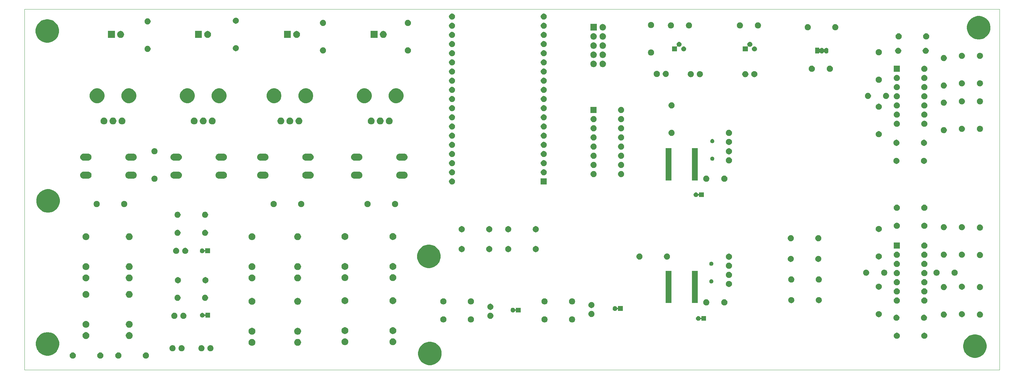
<source format=gbr>
G04 #@! TF.GenerationSoftware,KiCad,Pcbnew,(5.1.5)-3*
G04 #@! TF.CreationDate,2020-05-21T22:52:30+02:00*
G04 #@! TF.ProjectId,eurogen,6575726f-6765-46e2-9e6b-696361645f70,rev?*
G04 #@! TF.SameCoordinates,Original*
G04 #@! TF.FileFunction,Soldermask,Top*
G04 #@! TF.FilePolarity,Negative*
%FSLAX46Y46*%
G04 Gerber Fmt 4.6, Leading zero omitted, Abs format (unit mm)*
G04 Created by KiCad (PCBNEW (5.1.5)-3) date 2020-05-21 22:52:30*
%MOMM*%
%LPD*%
G04 APERTURE LIST*
%ADD10C,0.050000*%
%ADD11C,0.100000*%
G04 APERTURE END LIST*
D10*
X0Y-100000000D02*
X-9000000Y-100000000D01*
X0Y0D02*
X-9000000Y0D01*
X260985000Y0D02*
X260985000Y-100000000D01*
X100000000Y-100000000D02*
X260985000Y-100000000D01*
X100000000Y0D02*
X260985000Y0D01*
X-9000000Y-100000000D02*
X-9000000Y0D01*
X100000000Y-100000000D02*
X0Y-100000000D01*
X0Y0D02*
X100000000Y0D01*
D11*
G36*
X103885239Y-92264667D02*
G01*
X104199282Y-92327134D01*
X104790926Y-92572201D01*
X105323392Y-92927984D01*
X105776216Y-93380808D01*
X106131999Y-93913274D01*
X106377066Y-94504918D01*
X106384538Y-94542481D01*
X106452469Y-94883992D01*
X106502000Y-95133004D01*
X106502000Y-95773396D01*
X106377066Y-96401482D01*
X106131999Y-96993126D01*
X105776216Y-97525592D01*
X105323392Y-97978416D01*
X104790926Y-98334199D01*
X104199282Y-98579266D01*
X103885239Y-98641733D01*
X103571197Y-98704200D01*
X102930803Y-98704200D01*
X102616761Y-98641733D01*
X102302718Y-98579266D01*
X101711074Y-98334199D01*
X101178608Y-97978416D01*
X100725784Y-97525592D01*
X100370001Y-96993126D01*
X100124934Y-96401482D01*
X100000000Y-95773396D01*
X100000000Y-95133004D01*
X100049532Y-94883992D01*
X100117462Y-94542481D01*
X100124934Y-94504918D01*
X100370001Y-93913274D01*
X100725784Y-93380808D01*
X101178608Y-92927984D01*
X101711074Y-92572201D01*
X102302718Y-92327134D01*
X102616761Y-92264667D01*
X102930803Y-92202200D01*
X103571197Y-92202200D01*
X103885239Y-92264667D01*
G37*
G36*
X24868228Y-95181703D02*
G01*
X25023100Y-95245853D01*
X25162481Y-95338985D01*
X25281015Y-95457519D01*
X25374147Y-95596900D01*
X25438297Y-95751772D01*
X25471000Y-95916184D01*
X25471000Y-96083816D01*
X25438297Y-96248228D01*
X25374147Y-96403100D01*
X25281015Y-96542481D01*
X25162481Y-96661015D01*
X25023100Y-96754147D01*
X24868228Y-96818297D01*
X24703816Y-96851000D01*
X24536184Y-96851000D01*
X24371772Y-96818297D01*
X24216900Y-96754147D01*
X24077519Y-96661015D01*
X23958985Y-96542481D01*
X23865853Y-96403100D01*
X23801703Y-96248228D01*
X23769000Y-96083816D01*
X23769000Y-95916184D01*
X23801703Y-95751772D01*
X23865853Y-95596900D01*
X23958985Y-95457519D01*
X24077519Y-95338985D01*
X24216900Y-95245853D01*
X24371772Y-95181703D01*
X24536184Y-95149000D01*
X24703816Y-95149000D01*
X24868228Y-95181703D01*
G37*
G36*
X12248228Y-95181703D02*
G01*
X12403100Y-95245853D01*
X12542481Y-95338985D01*
X12661015Y-95457519D01*
X12754147Y-95596900D01*
X12818297Y-95751772D01*
X12851000Y-95916184D01*
X12851000Y-96083816D01*
X12818297Y-96248228D01*
X12754147Y-96403100D01*
X12661015Y-96542481D01*
X12542481Y-96661015D01*
X12403100Y-96754147D01*
X12248228Y-96818297D01*
X12083816Y-96851000D01*
X11916184Y-96851000D01*
X11751772Y-96818297D01*
X11596900Y-96754147D01*
X11457519Y-96661015D01*
X11338985Y-96542481D01*
X11245853Y-96403100D01*
X11181703Y-96248228D01*
X11149000Y-96083816D01*
X11149000Y-95916184D01*
X11181703Y-95751772D01*
X11245853Y-95596900D01*
X11338985Y-95457519D01*
X11457519Y-95338985D01*
X11596900Y-95245853D01*
X11751772Y-95181703D01*
X11916184Y-95149000D01*
X12083816Y-95149000D01*
X12248228Y-95181703D01*
G37*
G36*
X17248228Y-95181703D02*
G01*
X17403100Y-95245853D01*
X17542481Y-95338985D01*
X17661015Y-95457519D01*
X17754147Y-95596900D01*
X17818297Y-95751772D01*
X17851000Y-95916184D01*
X17851000Y-96083816D01*
X17818297Y-96248228D01*
X17754147Y-96403100D01*
X17661015Y-96542481D01*
X17542481Y-96661015D01*
X17403100Y-96754147D01*
X17248228Y-96818297D01*
X17083816Y-96851000D01*
X16916184Y-96851000D01*
X16751772Y-96818297D01*
X16596900Y-96754147D01*
X16457519Y-96661015D01*
X16338985Y-96542481D01*
X16245853Y-96403100D01*
X16181703Y-96248228D01*
X16149000Y-96083816D01*
X16149000Y-95916184D01*
X16181703Y-95751772D01*
X16245853Y-95596900D01*
X16338985Y-95457519D01*
X16457519Y-95338985D01*
X16596900Y-95245853D01*
X16751772Y-95181703D01*
X16916184Y-95149000D01*
X17083816Y-95149000D01*
X17248228Y-95181703D01*
G37*
G36*
X4628228Y-95181703D02*
G01*
X4783100Y-95245853D01*
X4922481Y-95338985D01*
X5041015Y-95457519D01*
X5134147Y-95596900D01*
X5198297Y-95751772D01*
X5231000Y-95916184D01*
X5231000Y-96083816D01*
X5198297Y-96248228D01*
X5134147Y-96403100D01*
X5041015Y-96542481D01*
X4922481Y-96661015D01*
X4783100Y-96754147D01*
X4628228Y-96818297D01*
X4463816Y-96851000D01*
X4296184Y-96851000D01*
X4131772Y-96818297D01*
X3976900Y-96754147D01*
X3837519Y-96661015D01*
X3718985Y-96542481D01*
X3625853Y-96403100D01*
X3561703Y-96248228D01*
X3529000Y-96083816D01*
X3529000Y-95916184D01*
X3561703Y-95751772D01*
X3625853Y-95596900D01*
X3718985Y-95457519D01*
X3837519Y-95338985D01*
X3976900Y-95245853D01*
X4131772Y-95181703D01*
X4296184Y-95149000D01*
X4463816Y-95149000D01*
X4628228Y-95181703D01*
G37*
G36*
X254812039Y-90232667D02*
G01*
X255126082Y-90295134D01*
X255717726Y-90540201D01*
X256144277Y-90825214D01*
X256250191Y-90895983D01*
X256703017Y-91348809D01*
X256711987Y-91362234D01*
X257058799Y-91881274D01*
X257303866Y-92472918D01*
X257428800Y-93101004D01*
X257428800Y-93741396D01*
X257303866Y-94369482D01*
X257058799Y-94961126D01*
X256703016Y-95493592D01*
X256250192Y-95946416D01*
X255717726Y-96302199D01*
X255126082Y-96547266D01*
X254812039Y-96609733D01*
X254497997Y-96672200D01*
X253857603Y-96672200D01*
X253543561Y-96609733D01*
X253229518Y-96547266D01*
X252637874Y-96302199D01*
X252105408Y-95946416D01*
X251652584Y-95493592D01*
X251296801Y-94961126D01*
X251051734Y-94369482D01*
X250926800Y-93741396D01*
X250926800Y-93101004D01*
X251051734Y-92472918D01*
X251296801Y-91881274D01*
X251643613Y-91362234D01*
X251652583Y-91348809D01*
X252105409Y-90895983D01*
X252211323Y-90825214D01*
X252637874Y-90540201D01*
X253229518Y-90295134D01*
X253543561Y-90232667D01*
X253857603Y-90170200D01*
X254497997Y-90170200D01*
X254812039Y-90232667D01*
G37*
G36*
X-1981961Y-89623067D02*
G01*
X-1667918Y-89685534D01*
X-1076274Y-89930601D01*
X-543808Y-90286384D01*
X-90984Y-90739208D01*
X264799Y-91271674D01*
X509866Y-91863318D01*
X524032Y-91934534D01*
X634800Y-92491403D01*
X634800Y-93131797D01*
X585268Y-93380809D01*
X509866Y-93759882D01*
X264799Y-94351526D01*
X-4224Y-94754147D01*
X-47086Y-94818295D01*
X-90984Y-94883992D01*
X-543808Y-95336816D01*
X-1076274Y-95692599D01*
X-1667918Y-95937666D01*
X-1981961Y-96000133D01*
X-2296003Y-96062600D01*
X-2936397Y-96062600D01*
X-3250439Y-96000133D01*
X-3564482Y-95937666D01*
X-4156126Y-95692599D01*
X-4688592Y-95336816D01*
X-5141416Y-94883992D01*
X-5185313Y-94818295D01*
X-5228176Y-94754147D01*
X-5497199Y-94351526D01*
X-5742266Y-93759882D01*
X-5817668Y-93380809D01*
X-5867200Y-93131797D01*
X-5867200Y-92491403D01*
X-5756432Y-91934534D01*
X-5742266Y-91863318D01*
X-5497199Y-91271674D01*
X-5141416Y-90739208D01*
X-4688592Y-90286384D01*
X-4156126Y-89930601D01*
X-3564482Y-89685534D01*
X-3250439Y-89623067D01*
X-2936397Y-89560600D01*
X-2296003Y-89560600D01*
X-1981961Y-89623067D01*
G37*
G36*
X42748228Y-93181703D02*
G01*
X42903100Y-93245853D01*
X43042481Y-93338985D01*
X43161015Y-93457519D01*
X43254147Y-93596900D01*
X43318297Y-93751772D01*
X43351000Y-93916184D01*
X43351000Y-94083816D01*
X43318297Y-94248228D01*
X43254147Y-94403100D01*
X43161015Y-94542481D01*
X43042481Y-94661015D01*
X42903100Y-94754147D01*
X42748228Y-94818297D01*
X42583816Y-94851000D01*
X42416184Y-94851000D01*
X42251772Y-94818297D01*
X42096900Y-94754147D01*
X41957519Y-94661015D01*
X41838985Y-94542481D01*
X41745853Y-94403100D01*
X41681703Y-94248228D01*
X41649000Y-94083816D01*
X41649000Y-93916184D01*
X41681703Y-93751772D01*
X41745853Y-93596900D01*
X41838985Y-93457519D01*
X41957519Y-93338985D01*
X42096900Y-93245853D01*
X42251772Y-93181703D01*
X42416184Y-93149000D01*
X42583816Y-93149000D01*
X42748228Y-93181703D01*
G37*
G36*
X32248228Y-93181703D02*
G01*
X32403100Y-93245853D01*
X32542481Y-93338985D01*
X32661015Y-93457519D01*
X32754147Y-93596900D01*
X32818297Y-93751772D01*
X32851000Y-93916184D01*
X32851000Y-94083816D01*
X32818297Y-94248228D01*
X32754147Y-94403100D01*
X32661015Y-94542481D01*
X32542481Y-94661015D01*
X32403100Y-94754147D01*
X32248228Y-94818297D01*
X32083816Y-94851000D01*
X31916184Y-94851000D01*
X31751772Y-94818297D01*
X31596900Y-94754147D01*
X31457519Y-94661015D01*
X31338985Y-94542481D01*
X31245853Y-94403100D01*
X31181703Y-94248228D01*
X31149000Y-94083816D01*
X31149000Y-93916184D01*
X31181703Y-93751772D01*
X31245853Y-93596900D01*
X31338985Y-93457519D01*
X31457519Y-93338985D01*
X31596900Y-93245853D01*
X31751772Y-93181703D01*
X31916184Y-93149000D01*
X32083816Y-93149000D01*
X32248228Y-93181703D01*
G37*
G36*
X40248228Y-93181703D02*
G01*
X40403100Y-93245853D01*
X40542481Y-93338985D01*
X40661015Y-93457519D01*
X40754147Y-93596900D01*
X40818297Y-93751772D01*
X40851000Y-93916184D01*
X40851000Y-94083816D01*
X40818297Y-94248228D01*
X40754147Y-94403100D01*
X40661015Y-94542481D01*
X40542481Y-94661015D01*
X40403100Y-94754147D01*
X40248228Y-94818297D01*
X40083816Y-94851000D01*
X39916184Y-94851000D01*
X39751772Y-94818297D01*
X39596900Y-94754147D01*
X39457519Y-94661015D01*
X39338985Y-94542481D01*
X39245853Y-94403100D01*
X39181703Y-94248228D01*
X39149000Y-94083816D01*
X39149000Y-93916184D01*
X39181703Y-93751772D01*
X39245853Y-93596900D01*
X39338985Y-93457519D01*
X39457519Y-93338985D01*
X39596900Y-93245853D01*
X39751772Y-93181703D01*
X39916184Y-93149000D01*
X40083816Y-93149000D01*
X40248228Y-93181703D01*
G37*
G36*
X34748228Y-93181703D02*
G01*
X34903100Y-93245853D01*
X35042481Y-93338985D01*
X35161015Y-93457519D01*
X35254147Y-93596900D01*
X35318297Y-93751772D01*
X35351000Y-93916184D01*
X35351000Y-94083816D01*
X35318297Y-94248228D01*
X35254147Y-94403100D01*
X35161015Y-94542481D01*
X35042481Y-94661015D01*
X34903100Y-94754147D01*
X34748228Y-94818297D01*
X34583816Y-94851000D01*
X34416184Y-94851000D01*
X34251772Y-94818297D01*
X34096900Y-94754147D01*
X33957519Y-94661015D01*
X33838985Y-94542481D01*
X33745853Y-94403100D01*
X33681703Y-94248228D01*
X33649000Y-94083816D01*
X33649000Y-93916184D01*
X33681703Y-93751772D01*
X33745853Y-93596900D01*
X33838985Y-93457519D01*
X33957519Y-93338985D01*
X34096900Y-93245853D01*
X34251772Y-93181703D01*
X34416184Y-93149000D01*
X34583816Y-93149000D01*
X34748228Y-93181703D01*
G37*
G36*
X54277395Y-91470546D02*
G01*
X54450466Y-91542234D01*
X54450467Y-91542235D01*
X54606227Y-91646310D01*
X54738690Y-91778773D01*
X54738691Y-91778775D01*
X54842766Y-91934534D01*
X54914454Y-92107605D01*
X54951000Y-92291333D01*
X54951000Y-92478667D01*
X54914454Y-92662395D01*
X54842766Y-92835466D01*
X54842765Y-92835467D01*
X54738690Y-92991227D01*
X54606227Y-93123690D01*
X54557871Y-93156000D01*
X54450466Y-93227766D01*
X54277395Y-93299454D01*
X54093667Y-93336000D01*
X53906333Y-93336000D01*
X53722605Y-93299454D01*
X53549534Y-93227766D01*
X53442129Y-93156000D01*
X53393773Y-93123690D01*
X53261310Y-92991227D01*
X53157235Y-92835467D01*
X53157234Y-92835466D01*
X53085546Y-92662395D01*
X53049000Y-92478667D01*
X53049000Y-92291333D01*
X53085546Y-92107605D01*
X53157234Y-91934534D01*
X53261309Y-91778775D01*
X53261310Y-91778773D01*
X53393773Y-91646310D01*
X53549533Y-91542235D01*
X53549534Y-91542234D01*
X53722605Y-91470546D01*
X53906333Y-91434000D01*
X54093667Y-91434000D01*
X54277395Y-91470546D01*
G37*
G36*
X66912395Y-91470546D02*
G01*
X67085466Y-91542234D01*
X67085467Y-91542235D01*
X67241227Y-91646310D01*
X67373690Y-91778773D01*
X67373691Y-91778775D01*
X67477766Y-91934534D01*
X67549454Y-92107605D01*
X67586000Y-92291333D01*
X67586000Y-92478667D01*
X67549454Y-92662395D01*
X67477766Y-92835466D01*
X67477765Y-92835467D01*
X67373690Y-92991227D01*
X67241227Y-93123690D01*
X67192871Y-93156000D01*
X67085466Y-93227766D01*
X66912395Y-93299454D01*
X66728667Y-93336000D01*
X66541333Y-93336000D01*
X66357605Y-93299454D01*
X66184534Y-93227766D01*
X66077129Y-93156000D01*
X66028773Y-93123690D01*
X65896310Y-92991227D01*
X65792235Y-92835467D01*
X65792234Y-92835466D01*
X65720546Y-92662395D01*
X65684000Y-92478667D01*
X65684000Y-92291333D01*
X65720546Y-92107605D01*
X65792234Y-91934534D01*
X65896309Y-91778775D01*
X65896310Y-91778773D01*
X66028773Y-91646310D01*
X66184533Y-91542235D01*
X66184534Y-91542234D01*
X66357605Y-91470546D01*
X66541333Y-91434000D01*
X66728667Y-91434000D01*
X66912395Y-91470546D01*
G37*
G36*
X93277395Y-91290546D02*
G01*
X93450466Y-91362234D01*
X93527818Y-91413919D01*
X93606227Y-91466310D01*
X93738690Y-91598773D01*
X93738691Y-91598775D01*
X93842766Y-91754534D01*
X93914454Y-91927605D01*
X93951000Y-92111333D01*
X93951000Y-92298667D01*
X93914454Y-92482395D01*
X93842766Y-92655466D01*
X93791081Y-92732818D01*
X93738690Y-92811227D01*
X93606227Y-92943690D01*
X93527818Y-92996081D01*
X93450466Y-93047766D01*
X93277395Y-93119454D01*
X93093667Y-93156000D01*
X92906333Y-93156000D01*
X92722605Y-93119454D01*
X92549534Y-93047766D01*
X92472182Y-92996081D01*
X92393773Y-92943690D01*
X92261310Y-92811227D01*
X92208919Y-92732818D01*
X92157234Y-92655466D01*
X92085546Y-92482395D01*
X92049000Y-92298667D01*
X92049000Y-92111333D01*
X92085546Y-91927605D01*
X92157234Y-91754534D01*
X92261309Y-91598775D01*
X92261310Y-91598773D01*
X92393773Y-91466310D01*
X92472182Y-91413919D01*
X92549534Y-91362234D01*
X92722605Y-91290546D01*
X92906333Y-91254000D01*
X93093667Y-91254000D01*
X93277395Y-91290546D01*
G37*
G36*
X80007395Y-91290546D02*
G01*
X80180466Y-91362234D01*
X80257818Y-91413919D01*
X80336227Y-91466310D01*
X80468690Y-91598773D01*
X80468691Y-91598775D01*
X80572766Y-91754534D01*
X80644454Y-91927605D01*
X80681000Y-92111333D01*
X80681000Y-92298667D01*
X80644454Y-92482395D01*
X80572766Y-92655466D01*
X80521081Y-92732818D01*
X80468690Y-92811227D01*
X80336227Y-92943690D01*
X80257818Y-92996081D01*
X80180466Y-93047766D01*
X80007395Y-93119454D01*
X79823667Y-93156000D01*
X79636333Y-93156000D01*
X79452605Y-93119454D01*
X79279534Y-93047766D01*
X79202182Y-92996081D01*
X79123773Y-92943690D01*
X78991310Y-92811227D01*
X78938919Y-92732818D01*
X78887234Y-92655466D01*
X78815546Y-92482395D01*
X78779000Y-92298667D01*
X78779000Y-92111333D01*
X78815546Y-91927605D01*
X78887234Y-91754534D01*
X78991309Y-91598775D01*
X78991310Y-91598773D01*
X79123773Y-91466310D01*
X79202182Y-91413919D01*
X79279534Y-91362234D01*
X79452605Y-91290546D01*
X79636333Y-91254000D01*
X79823667Y-91254000D01*
X80007395Y-91290546D01*
G37*
G36*
X20277395Y-89565546D02*
G01*
X20450466Y-89637234D01*
X20450467Y-89637235D01*
X20606227Y-89741310D01*
X20738690Y-89873773D01*
X20750351Y-89891225D01*
X20842766Y-90029534D01*
X20914454Y-90202605D01*
X20951000Y-90386333D01*
X20951000Y-90573667D01*
X20914454Y-90757395D01*
X20842766Y-90930466D01*
X20842765Y-90930467D01*
X20738690Y-91086227D01*
X20606227Y-91218690D01*
X20527818Y-91271081D01*
X20450466Y-91322766D01*
X20277395Y-91394454D01*
X20093667Y-91431000D01*
X19906333Y-91431000D01*
X19722605Y-91394454D01*
X19549534Y-91322766D01*
X19472182Y-91271081D01*
X19393773Y-91218690D01*
X19261310Y-91086227D01*
X19157235Y-90930467D01*
X19157234Y-90930466D01*
X19085546Y-90757395D01*
X19049000Y-90573667D01*
X19049000Y-90386333D01*
X19085546Y-90202605D01*
X19157234Y-90029534D01*
X19249649Y-89891225D01*
X19261310Y-89873773D01*
X19393773Y-89741310D01*
X19549533Y-89637235D01*
X19549534Y-89637234D01*
X19722605Y-89565546D01*
X19906333Y-89529000D01*
X20093667Y-89529000D01*
X20277395Y-89565546D01*
G37*
G36*
X8277395Y-89565546D02*
G01*
X8450466Y-89637234D01*
X8450467Y-89637235D01*
X8606227Y-89741310D01*
X8738690Y-89873773D01*
X8750351Y-89891225D01*
X8842766Y-90029534D01*
X8914454Y-90202605D01*
X8951000Y-90386333D01*
X8951000Y-90573667D01*
X8914454Y-90757395D01*
X8842766Y-90930466D01*
X8842765Y-90930467D01*
X8738690Y-91086227D01*
X8606227Y-91218690D01*
X8527818Y-91271081D01*
X8450466Y-91322766D01*
X8277395Y-91394454D01*
X8093667Y-91431000D01*
X7906333Y-91431000D01*
X7722605Y-91394454D01*
X7549534Y-91322766D01*
X7472182Y-91271081D01*
X7393773Y-91218690D01*
X7261310Y-91086227D01*
X7157235Y-90930467D01*
X7157234Y-90930466D01*
X7085546Y-90757395D01*
X7049000Y-90573667D01*
X7049000Y-90386333D01*
X7085546Y-90202605D01*
X7157234Y-90029534D01*
X7249649Y-89891225D01*
X7261310Y-89873773D01*
X7393773Y-89741310D01*
X7549533Y-89637235D01*
X7549534Y-89637234D01*
X7722605Y-89565546D01*
X7906333Y-89529000D01*
X8093667Y-89529000D01*
X8277395Y-89565546D01*
G37*
G36*
X232803228Y-89721703D02*
G01*
X232958100Y-89785853D01*
X233097481Y-89878985D01*
X233216015Y-89997519D01*
X233309147Y-90136900D01*
X233373297Y-90291772D01*
X233406000Y-90456184D01*
X233406000Y-90623816D01*
X233373297Y-90788228D01*
X233309147Y-90943100D01*
X233216015Y-91082481D01*
X233097481Y-91201015D01*
X232958100Y-91294147D01*
X232803228Y-91358297D01*
X232638816Y-91391000D01*
X232471184Y-91391000D01*
X232306772Y-91358297D01*
X232151900Y-91294147D01*
X232012519Y-91201015D01*
X231893985Y-91082481D01*
X231800853Y-90943100D01*
X231736703Y-90788228D01*
X231704000Y-90623816D01*
X231704000Y-90456184D01*
X231736703Y-90291772D01*
X231800853Y-90136900D01*
X231893985Y-89997519D01*
X232012519Y-89878985D01*
X232151900Y-89785853D01*
X232306772Y-89721703D01*
X232471184Y-89689000D01*
X232638816Y-89689000D01*
X232803228Y-89721703D01*
G37*
G36*
X240423228Y-89721703D02*
G01*
X240578100Y-89785853D01*
X240717481Y-89878985D01*
X240836015Y-89997519D01*
X240929147Y-90136900D01*
X240993297Y-90291772D01*
X241026000Y-90456184D01*
X241026000Y-90623816D01*
X240993297Y-90788228D01*
X240929147Y-90943100D01*
X240836015Y-91082481D01*
X240717481Y-91201015D01*
X240578100Y-91294147D01*
X240423228Y-91358297D01*
X240258816Y-91391000D01*
X240091184Y-91391000D01*
X239926772Y-91358297D01*
X239771900Y-91294147D01*
X239632519Y-91201015D01*
X239513985Y-91082481D01*
X239420853Y-90943100D01*
X239356703Y-90788228D01*
X239324000Y-90623816D01*
X239324000Y-90456184D01*
X239356703Y-90291772D01*
X239420853Y-90136900D01*
X239513985Y-89997519D01*
X239632519Y-89878985D01*
X239771900Y-89785853D01*
X239926772Y-89721703D01*
X240091184Y-89689000D01*
X240258816Y-89689000D01*
X240423228Y-89721703D01*
G37*
G36*
X54277395Y-88370546D02*
G01*
X54450466Y-88442234D01*
X54450467Y-88442235D01*
X54606227Y-88546310D01*
X54738690Y-88678773D01*
X54738691Y-88678775D01*
X54842766Y-88834534D01*
X54914454Y-89007605D01*
X54951000Y-89191333D01*
X54951000Y-89378667D01*
X54914454Y-89562395D01*
X54842766Y-89735466D01*
X54842765Y-89735467D01*
X54738690Y-89891227D01*
X54606227Y-90023690D01*
X54557871Y-90056000D01*
X54450466Y-90127766D01*
X54277395Y-90199454D01*
X54093667Y-90236000D01*
X53906333Y-90236000D01*
X53722605Y-90199454D01*
X53549534Y-90127766D01*
X53442129Y-90056000D01*
X53393773Y-90023690D01*
X53261310Y-89891227D01*
X53157235Y-89735467D01*
X53157234Y-89735466D01*
X53085546Y-89562395D01*
X53049000Y-89378667D01*
X53049000Y-89191333D01*
X53085546Y-89007605D01*
X53157234Y-88834534D01*
X53261309Y-88678775D01*
X53261310Y-88678773D01*
X53393773Y-88546310D01*
X53549533Y-88442235D01*
X53549534Y-88442234D01*
X53722605Y-88370546D01*
X53906333Y-88334000D01*
X54093667Y-88334000D01*
X54277395Y-88370546D01*
G37*
G36*
X66912395Y-88370546D02*
G01*
X67085466Y-88442234D01*
X67085467Y-88442235D01*
X67241227Y-88546310D01*
X67373690Y-88678773D01*
X67373691Y-88678775D01*
X67477766Y-88834534D01*
X67549454Y-89007605D01*
X67586000Y-89191333D01*
X67586000Y-89378667D01*
X67549454Y-89562395D01*
X67477766Y-89735466D01*
X67477765Y-89735467D01*
X67373690Y-89891227D01*
X67241227Y-90023690D01*
X67192871Y-90056000D01*
X67085466Y-90127766D01*
X66912395Y-90199454D01*
X66728667Y-90236000D01*
X66541333Y-90236000D01*
X66357605Y-90199454D01*
X66184534Y-90127766D01*
X66077129Y-90056000D01*
X66028773Y-90023690D01*
X65896310Y-89891227D01*
X65792235Y-89735467D01*
X65792234Y-89735466D01*
X65720546Y-89562395D01*
X65684000Y-89378667D01*
X65684000Y-89191333D01*
X65720546Y-89007605D01*
X65792234Y-88834534D01*
X65896309Y-88678775D01*
X65896310Y-88678773D01*
X66028773Y-88546310D01*
X66184533Y-88442235D01*
X66184534Y-88442234D01*
X66357605Y-88370546D01*
X66541333Y-88334000D01*
X66728667Y-88334000D01*
X66912395Y-88370546D01*
G37*
G36*
X80007395Y-88190546D02*
G01*
X80180466Y-88262234D01*
X80257818Y-88313919D01*
X80336227Y-88366310D01*
X80468690Y-88498773D01*
X80468691Y-88498775D01*
X80572766Y-88654534D01*
X80644454Y-88827605D01*
X80681000Y-89011333D01*
X80681000Y-89198667D01*
X80644454Y-89382395D01*
X80572766Y-89555466D01*
X80566030Y-89565547D01*
X80468690Y-89711227D01*
X80336227Y-89843690D01*
X80257818Y-89896081D01*
X80180466Y-89947766D01*
X80007395Y-90019454D01*
X79823667Y-90056000D01*
X79636333Y-90056000D01*
X79452605Y-90019454D01*
X79279534Y-89947766D01*
X79202182Y-89896081D01*
X79123773Y-89843690D01*
X78991310Y-89711227D01*
X78893970Y-89565547D01*
X78887234Y-89555466D01*
X78815546Y-89382395D01*
X78779000Y-89198667D01*
X78779000Y-89011333D01*
X78815546Y-88827605D01*
X78887234Y-88654534D01*
X78991309Y-88498775D01*
X78991310Y-88498773D01*
X79123773Y-88366310D01*
X79202182Y-88313919D01*
X79279534Y-88262234D01*
X79452605Y-88190546D01*
X79636333Y-88154000D01*
X79823667Y-88154000D01*
X80007395Y-88190546D01*
G37*
G36*
X93277395Y-88190546D02*
G01*
X93450466Y-88262234D01*
X93527818Y-88313919D01*
X93606227Y-88366310D01*
X93738690Y-88498773D01*
X93738691Y-88498775D01*
X93842766Y-88654534D01*
X93914454Y-88827605D01*
X93951000Y-89011333D01*
X93951000Y-89198667D01*
X93914454Y-89382395D01*
X93842766Y-89555466D01*
X93836030Y-89565547D01*
X93738690Y-89711227D01*
X93606227Y-89843690D01*
X93527818Y-89896081D01*
X93450466Y-89947766D01*
X93277395Y-90019454D01*
X93093667Y-90056000D01*
X92906333Y-90056000D01*
X92722605Y-90019454D01*
X92549534Y-89947766D01*
X92472182Y-89896081D01*
X92393773Y-89843690D01*
X92261310Y-89711227D01*
X92163970Y-89565547D01*
X92157234Y-89555466D01*
X92085546Y-89382395D01*
X92049000Y-89198667D01*
X92049000Y-89011333D01*
X92085546Y-88827605D01*
X92157234Y-88654534D01*
X92261309Y-88498775D01*
X92261310Y-88498773D01*
X92393773Y-88366310D01*
X92472182Y-88313919D01*
X92549534Y-88262234D01*
X92722605Y-88190546D01*
X92906333Y-88154000D01*
X93093667Y-88154000D01*
X93277395Y-88190546D01*
G37*
G36*
X8277395Y-86465546D02*
G01*
X8450466Y-86537234D01*
X8527818Y-86588919D01*
X8606227Y-86641310D01*
X8738690Y-86773773D01*
X8768440Y-86818297D01*
X8842766Y-86929534D01*
X8914454Y-87102605D01*
X8951000Y-87286333D01*
X8951000Y-87473667D01*
X8914454Y-87657395D01*
X8842766Y-87830466D01*
X8842765Y-87830467D01*
X8738690Y-87986227D01*
X8606227Y-88118690D01*
X8527818Y-88171081D01*
X8450466Y-88222766D01*
X8277395Y-88294454D01*
X8093667Y-88331000D01*
X7906333Y-88331000D01*
X7722605Y-88294454D01*
X7549534Y-88222766D01*
X7472182Y-88171081D01*
X7393773Y-88118690D01*
X7261310Y-87986227D01*
X7157235Y-87830467D01*
X7157234Y-87830466D01*
X7085546Y-87657395D01*
X7049000Y-87473667D01*
X7049000Y-87286333D01*
X7085546Y-87102605D01*
X7157234Y-86929534D01*
X7231560Y-86818297D01*
X7261310Y-86773773D01*
X7393773Y-86641310D01*
X7472182Y-86588919D01*
X7549534Y-86537234D01*
X7722605Y-86465546D01*
X7906333Y-86429000D01*
X8093667Y-86429000D01*
X8277395Y-86465546D01*
G37*
G36*
X20277395Y-86465546D02*
G01*
X20450466Y-86537234D01*
X20527818Y-86588919D01*
X20606227Y-86641310D01*
X20738690Y-86773773D01*
X20768440Y-86818297D01*
X20842766Y-86929534D01*
X20914454Y-87102605D01*
X20951000Y-87286333D01*
X20951000Y-87473667D01*
X20914454Y-87657395D01*
X20842766Y-87830466D01*
X20842765Y-87830467D01*
X20738690Y-87986227D01*
X20606227Y-88118690D01*
X20527818Y-88171081D01*
X20450466Y-88222766D01*
X20277395Y-88294454D01*
X20093667Y-88331000D01*
X19906333Y-88331000D01*
X19722605Y-88294454D01*
X19549534Y-88222766D01*
X19472182Y-88171081D01*
X19393773Y-88118690D01*
X19261310Y-87986227D01*
X19157235Y-87830467D01*
X19157234Y-87830466D01*
X19085546Y-87657395D01*
X19049000Y-87473667D01*
X19049000Y-87286333D01*
X19085546Y-87102605D01*
X19157234Y-86929534D01*
X19231560Y-86818297D01*
X19261310Y-86773773D01*
X19393773Y-86641310D01*
X19472182Y-86588919D01*
X19549534Y-86537234D01*
X19722605Y-86465546D01*
X19906333Y-86429000D01*
X20093667Y-86429000D01*
X20277395Y-86465546D01*
G37*
G36*
X142868228Y-85181703D02*
G01*
X143023100Y-85245853D01*
X143162481Y-85338985D01*
X143281015Y-85457519D01*
X143374147Y-85596900D01*
X143438297Y-85751772D01*
X143471000Y-85916184D01*
X143471000Y-86083816D01*
X143438297Y-86248228D01*
X143374147Y-86403100D01*
X143281015Y-86542481D01*
X143162481Y-86661015D01*
X143023100Y-86754147D01*
X142868228Y-86818297D01*
X142703816Y-86851000D01*
X142536184Y-86851000D01*
X142371772Y-86818297D01*
X142216900Y-86754147D01*
X142077519Y-86661015D01*
X141958985Y-86542481D01*
X141865853Y-86403100D01*
X141801703Y-86248228D01*
X141769000Y-86083816D01*
X141769000Y-85916184D01*
X141801703Y-85751772D01*
X141865853Y-85596900D01*
X141958985Y-85457519D01*
X142077519Y-85338985D01*
X142216900Y-85245853D01*
X142371772Y-85181703D01*
X142536184Y-85149000D01*
X142703816Y-85149000D01*
X142868228Y-85181703D01*
G37*
G36*
X135248228Y-85181703D02*
G01*
X135403100Y-85245853D01*
X135542481Y-85338985D01*
X135661015Y-85457519D01*
X135754147Y-85596900D01*
X135818297Y-85751772D01*
X135851000Y-85916184D01*
X135851000Y-86083816D01*
X135818297Y-86248228D01*
X135754147Y-86403100D01*
X135661015Y-86542481D01*
X135542481Y-86661015D01*
X135403100Y-86754147D01*
X135248228Y-86818297D01*
X135083816Y-86851000D01*
X134916184Y-86851000D01*
X134751772Y-86818297D01*
X134596900Y-86754147D01*
X134457519Y-86661015D01*
X134338985Y-86542481D01*
X134245853Y-86403100D01*
X134181703Y-86248228D01*
X134149000Y-86083816D01*
X134149000Y-85916184D01*
X134181703Y-85751772D01*
X134245853Y-85596900D01*
X134338985Y-85457519D01*
X134457519Y-85338985D01*
X134596900Y-85245853D01*
X134751772Y-85181703D01*
X134916184Y-85149000D01*
X135083816Y-85149000D01*
X135248228Y-85181703D01*
G37*
G36*
X114868228Y-85181703D02*
G01*
X115023100Y-85245853D01*
X115162481Y-85338985D01*
X115281015Y-85457519D01*
X115374147Y-85596900D01*
X115438297Y-85751772D01*
X115471000Y-85916184D01*
X115471000Y-86083816D01*
X115438297Y-86248228D01*
X115374147Y-86403100D01*
X115281015Y-86542481D01*
X115162481Y-86661015D01*
X115023100Y-86754147D01*
X114868228Y-86818297D01*
X114703816Y-86851000D01*
X114536184Y-86851000D01*
X114371772Y-86818297D01*
X114216900Y-86754147D01*
X114077519Y-86661015D01*
X113958985Y-86542481D01*
X113865853Y-86403100D01*
X113801703Y-86248228D01*
X113769000Y-86083816D01*
X113769000Y-85916184D01*
X113801703Y-85751772D01*
X113865853Y-85596900D01*
X113958985Y-85457519D01*
X114077519Y-85338985D01*
X114216900Y-85245853D01*
X114371772Y-85181703D01*
X114536184Y-85149000D01*
X114703816Y-85149000D01*
X114868228Y-85181703D01*
G37*
G36*
X107248228Y-85181703D02*
G01*
X107403100Y-85245853D01*
X107542481Y-85338985D01*
X107661015Y-85457519D01*
X107754147Y-85596900D01*
X107818297Y-85751772D01*
X107851000Y-85916184D01*
X107851000Y-86083816D01*
X107818297Y-86248228D01*
X107754147Y-86403100D01*
X107661015Y-86542481D01*
X107542481Y-86661015D01*
X107403100Y-86754147D01*
X107248228Y-86818297D01*
X107083816Y-86851000D01*
X106916184Y-86851000D01*
X106751772Y-86818297D01*
X106596900Y-86754147D01*
X106457519Y-86661015D01*
X106338985Y-86542481D01*
X106245853Y-86403100D01*
X106181703Y-86248228D01*
X106149000Y-86083816D01*
X106149000Y-85916184D01*
X106181703Y-85751772D01*
X106245853Y-85596900D01*
X106338985Y-85457519D01*
X106457519Y-85338985D01*
X106596900Y-85245853D01*
X106751772Y-85181703D01*
X106916184Y-85149000D01*
X107083816Y-85149000D01*
X107248228Y-85181703D01*
G37*
G36*
X232683228Y-84721703D02*
G01*
X232838100Y-84785853D01*
X232977481Y-84878985D01*
X233096015Y-84997519D01*
X233189147Y-85136900D01*
X233253297Y-85291772D01*
X233286000Y-85456184D01*
X233286000Y-85623816D01*
X233253297Y-85788228D01*
X233189147Y-85943100D01*
X233096015Y-86082481D01*
X232977481Y-86201015D01*
X232838100Y-86294147D01*
X232683228Y-86358297D01*
X232518816Y-86391000D01*
X232351184Y-86391000D01*
X232186772Y-86358297D01*
X232031900Y-86294147D01*
X231892519Y-86201015D01*
X231773985Y-86082481D01*
X231680853Y-85943100D01*
X231616703Y-85788228D01*
X231584000Y-85623816D01*
X231584000Y-85456184D01*
X231616703Y-85291772D01*
X231680853Y-85136900D01*
X231773985Y-84997519D01*
X231892519Y-84878985D01*
X232031900Y-84785853D01*
X232186772Y-84721703D01*
X232351184Y-84689000D01*
X232518816Y-84689000D01*
X232683228Y-84721703D01*
G37*
G36*
X240303228Y-84721703D02*
G01*
X240458100Y-84785853D01*
X240597481Y-84878985D01*
X240716015Y-84997519D01*
X240809147Y-85136900D01*
X240873297Y-85291772D01*
X240906000Y-85456184D01*
X240906000Y-85623816D01*
X240873297Y-85788228D01*
X240809147Y-85943100D01*
X240716015Y-86082481D01*
X240597481Y-86201015D01*
X240458100Y-86294147D01*
X240303228Y-86358297D01*
X240138816Y-86391000D01*
X239971184Y-86391000D01*
X239806772Y-86358297D01*
X239651900Y-86294147D01*
X239512519Y-86201015D01*
X239393985Y-86082481D01*
X239300853Y-85943100D01*
X239236703Y-85788228D01*
X239204000Y-85623816D01*
X239204000Y-85456184D01*
X239236703Y-85291772D01*
X239300853Y-85136900D01*
X239393985Y-84997519D01*
X239512519Y-84878985D01*
X239651900Y-84785853D01*
X239806772Y-84721703D01*
X239971184Y-84689000D01*
X240138816Y-84689000D01*
X240303228Y-84721703D01*
G37*
G36*
X177759890Y-85099017D02*
G01*
X177869367Y-85144364D01*
X177878364Y-85148091D01*
X177984988Y-85219335D01*
X178075665Y-85310012D01*
X178145247Y-85414148D01*
X178146910Y-85416638D01*
X178178517Y-85492944D01*
X178190068Y-85514555D01*
X178205613Y-85533497D01*
X178224555Y-85549042D01*
X178246166Y-85560593D01*
X178269615Y-85567706D01*
X178294001Y-85570108D01*
X178318387Y-85567706D01*
X178341836Y-85560593D01*
X178363447Y-85549042D01*
X178382389Y-85533497D01*
X178397934Y-85514555D01*
X178409485Y-85492944D01*
X178416598Y-85469495D01*
X178419000Y-85445109D01*
X178419000Y-85074000D01*
X179721000Y-85074000D01*
X179721000Y-86376000D01*
X178419000Y-86376000D01*
X178419000Y-86004891D01*
X178416598Y-85980505D01*
X178409485Y-85957056D01*
X178397934Y-85935445D01*
X178382389Y-85916503D01*
X178363447Y-85900958D01*
X178341836Y-85889407D01*
X178318387Y-85882294D01*
X178294001Y-85879892D01*
X178269615Y-85882294D01*
X178246166Y-85889407D01*
X178224555Y-85900958D01*
X178205613Y-85916503D01*
X178190068Y-85935445D01*
X178178517Y-85957055D01*
X178146909Y-86033364D01*
X178075665Y-86139988D01*
X177984988Y-86230665D01*
X177878364Y-86301909D01*
X177878363Y-86301910D01*
X177878362Y-86301910D01*
X177759890Y-86350983D01*
X177634119Y-86376000D01*
X177505881Y-86376000D01*
X177380110Y-86350983D01*
X177261638Y-86301910D01*
X177261637Y-86301910D01*
X177261636Y-86301909D01*
X177155012Y-86230665D01*
X177064335Y-86139988D01*
X176993091Y-86033364D01*
X176944017Y-85914890D01*
X176924804Y-85818297D01*
X176919000Y-85789119D01*
X176919000Y-85660881D01*
X176944017Y-85535110D01*
X176993090Y-85416638D01*
X176994754Y-85414148D01*
X177064335Y-85310012D01*
X177155012Y-85219335D01*
X177261636Y-85148091D01*
X177270634Y-85144364D01*
X177380110Y-85099017D01*
X177505881Y-85074000D01*
X177634119Y-85074000D01*
X177759890Y-85099017D01*
G37*
G36*
X120248228Y-84181703D02*
G01*
X120403100Y-84245853D01*
X120542481Y-84338985D01*
X120661015Y-84457519D01*
X120754147Y-84596900D01*
X120818297Y-84751772D01*
X120851000Y-84916184D01*
X120851000Y-85083816D01*
X120818297Y-85248228D01*
X120754147Y-85403100D01*
X120661015Y-85542481D01*
X120542481Y-85661015D01*
X120403100Y-85754147D01*
X120248228Y-85818297D01*
X120083816Y-85851000D01*
X119916184Y-85851000D01*
X119751772Y-85818297D01*
X119596900Y-85754147D01*
X119457519Y-85661015D01*
X119338985Y-85542481D01*
X119245853Y-85403100D01*
X119181703Y-85248228D01*
X119149000Y-85083816D01*
X119149000Y-84916184D01*
X119181703Y-84751772D01*
X119245853Y-84596900D01*
X119338985Y-84457519D01*
X119457519Y-84338985D01*
X119596900Y-84245853D01*
X119751772Y-84181703D01*
X119916184Y-84149000D01*
X120083816Y-84149000D01*
X120248228Y-84181703D01*
G37*
G36*
X35248228Y-84181703D02*
G01*
X35403100Y-84245853D01*
X35542481Y-84338985D01*
X35661015Y-84457519D01*
X35754147Y-84596900D01*
X35818297Y-84751772D01*
X35851000Y-84916184D01*
X35851000Y-85083816D01*
X35818297Y-85248228D01*
X35754147Y-85403100D01*
X35661015Y-85542481D01*
X35542481Y-85661015D01*
X35403100Y-85754147D01*
X35248228Y-85818297D01*
X35083816Y-85851000D01*
X34916184Y-85851000D01*
X34751772Y-85818297D01*
X34596900Y-85754147D01*
X34457519Y-85661015D01*
X34338985Y-85542481D01*
X34245853Y-85403100D01*
X34181703Y-85248228D01*
X34149000Y-85083816D01*
X34149000Y-84916184D01*
X34181703Y-84751772D01*
X34245853Y-84596900D01*
X34338985Y-84457519D01*
X34457519Y-84338985D01*
X34596900Y-84245853D01*
X34751772Y-84181703D01*
X34916184Y-84149000D01*
X35083816Y-84149000D01*
X35248228Y-84181703D01*
G37*
G36*
X32748228Y-84181703D02*
G01*
X32903100Y-84245853D01*
X33042481Y-84338985D01*
X33161015Y-84457519D01*
X33254147Y-84596900D01*
X33318297Y-84751772D01*
X33351000Y-84916184D01*
X33351000Y-85083816D01*
X33318297Y-85248228D01*
X33254147Y-85403100D01*
X33161015Y-85542481D01*
X33042481Y-85661015D01*
X32903100Y-85754147D01*
X32748228Y-85818297D01*
X32583816Y-85851000D01*
X32416184Y-85851000D01*
X32251772Y-85818297D01*
X32096900Y-85754147D01*
X31957519Y-85661015D01*
X31838985Y-85542481D01*
X31745853Y-85403100D01*
X31681703Y-85248228D01*
X31649000Y-85083816D01*
X31649000Y-84916184D01*
X31681703Y-84751772D01*
X31745853Y-84596900D01*
X31838985Y-84457519D01*
X31957519Y-84338985D01*
X32096900Y-84245853D01*
X32251772Y-84181703D01*
X32416184Y-84149000D01*
X32583816Y-84149000D01*
X32748228Y-84181703D01*
G37*
G36*
X245803228Y-83841703D02*
G01*
X245958100Y-83905853D01*
X246097481Y-83998985D01*
X246216015Y-84117519D01*
X246309147Y-84256900D01*
X246373297Y-84411772D01*
X246406000Y-84576184D01*
X246406000Y-84743816D01*
X246373297Y-84908228D01*
X246309147Y-85063100D01*
X246216015Y-85202481D01*
X246097481Y-85321015D01*
X245958100Y-85414147D01*
X245803228Y-85478297D01*
X245638816Y-85511000D01*
X245471184Y-85511000D01*
X245306772Y-85478297D01*
X245151900Y-85414147D01*
X245012519Y-85321015D01*
X244893985Y-85202481D01*
X244800853Y-85063100D01*
X244736703Y-84908228D01*
X244704000Y-84743816D01*
X244704000Y-84576184D01*
X244736703Y-84411772D01*
X244800853Y-84256900D01*
X244893985Y-84117519D01*
X245012519Y-83998985D01*
X245151900Y-83905853D01*
X245306772Y-83841703D01*
X245471184Y-83809000D01*
X245638816Y-83809000D01*
X245803228Y-83841703D01*
G37*
G36*
X255803228Y-83841703D02*
G01*
X255958100Y-83905853D01*
X256097481Y-83998985D01*
X256216015Y-84117519D01*
X256309147Y-84256900D01*
X256373297Y-84411772D01*
X256406000Y-84576184D01*
X256406000Y-84743816D01*
X256373297Y-84908228D01*
X256309147Y-85063100D01*
X256216015Y-85202481D01*
X256097481Y-85321015D01*
X255958100Y-85414147D01*
X255803228Y-85478297D01*
X255638816Y-85511000D01*
X255471184Y-85511000D01*
X255306772Y-85478297D01*
X255151900Y-85414147D01*
X255012519Y-85321015D01*
X254893985Y-85202481D01*
X254800853Y-85063100D01*
X254736703Y-84908228D01*
X254704000Y-84743816D01*
X254704000Y-84576184D01*
X254736703Y-84411772D01*
X254800853Y-84256900D01*
X254893985Y-84117519D01*
X255012519Y-83998985D01*
X255151900Y-83905853D01*
X255306772Y-83841703D01*
X255471184Y-83809000D01*
X255638816Y-83809000D01*
X255803228Y-83841703D01*
G37*
G36*
X40422090Y-84210017D02*
G01*
X40540564Y-84259091D01*
X40589473Y-84291771D01*
X40647188Y-84330335D01*
X40737865Y-84421012D01*
X40809110Y-84527638D01*
X40840717Y-84603944D01*
X40852268Y-84625555D01*
X40867813Y-84644497D01*
X40886755Y-84660042D01*
X40908366Y-84671593D01*
X40931815Y-84678706D01*
X40956201Y-84681108D01*
X40980587Y-84678706D01*
X41004036Y-84671593D01*
X41025647Y-84660042D01*
X41044589Y-84644497D01*
X41060134Y-84625555D01*
X41071685Y-84603944D01*
X41078798Y-84580495D01*
X41081200Y-84556109D01*
X41081200Y-84185000D01*
X42383200Y-84185000D01*
X42383200Y-85487000D01*
X41081200Y-85487000D01*
X41081200Y-85115891D01*
X41078798Y-85091505D01*
X41071685Y-85068056D01*
X41060134Y-85046445D01*
X41044589Y-85027503D01*
X41025647Y-85011958D01*
X41004036Y-85000407D01*
X40980587Y-84993294D01*
X40956201Y-84990892D01*
X40931815Y-84993294D01*
X40908366Y-85000407D01*
X40886755Y-85011958D01*
X40867813Y-85027503D01*
X40852268Y-85046445D01*
X40840717Y-85068056D01*
X40812200Y-85136903D01*
X40809109Y-85144364D01*
X40737865Y-85250988D01*
X40647188Y-85341665D01*
X40540564Y-85412909D01*
X40540563Y-85412910D01*
X40540562Y-85412910D01*
X40422090Y-85461983D01*
X40296319Y-85487000D01*
X40168081Y-85487000D01*
X40042310Y-85461983D01*
X39923838Y-85412910D01*
X39923837Y-85412910D01*
X39923836Y-85412909D01*
X39817212Y-85341665D01*
X39726535Y-85250988D01*
X39655291Y-85144364D01*
X39652201Y-85136903D01*
X39606217Y-85025890D01*
X39581200Y-84900119D01*
X39581200Y-84771881D01*
X39606217Y-84646110D01*
X39655290Y-84527638D01*
X39726535Y-84421012D01*
X39817212Y-84330335D01*
X39874927Y-84291771D01*
X39923836Y-84259091D01*
X40042310Y-84210017D01*
X40168081Y-84185000D01*
X40296319Y-84185000D01*
X40422090Y-84210017D01*
G37*
G36*
X250803228Y-83721703D02*
G01*
X250958100Y-83785853D01*
X251097481Y-83878985D01*
X251216015Y-83997519D01*
X251309147Y-84136900D01*
X251373297Y-84291772D01*
X251406000Y-84456184D01*
X251406000Y-84623816D01*
X251373297Y-84788228D01*
X251309147Y-84943100D01*
X251216015Y-85082481D01*
X251097481Y-85201015D01*
X250958100Y-85294147D01*
X250803228Y-85358297D01*
X250638816Y-85391000D01*
X250471184Y-85391000D01*
X250306772Y-85358297D01*
X250151900Y-85294147D01*
X250012519Y-85201015D01*
X249893985Y-85082481D01*
X249800853Y-84943100D01*
X249736703Y-84788228D01*
X249704000Y-84623816D01*
X249704000Y-84456184D01*
X249736703Y-84291772D01*
X249800853Y-84136900D01*
X249893985Y-83997519D01*
X250012519Y-83878985D01*
X250151900Y-83785853D01*
X250306772Y-83721703D01*
X250471184Y-83689000D01*
X250638816Y-83689000D01*
X250803228Y-83721703D01*
G37*
G36*
X227803228Y-83721703D02*
G01*
X227958100Y-83785853D01*
X228097481Y-83878985D01*
X228216015Y-83997519D01*
X228309147Y-84136900D01*
X228373297Y-84291772D01*
X228406000Y-84456184D01*
X228406000Y-84623816D01*
X228373297Y-84788228D01*
X228309147Y-84943100D01*
X228216015Y-85082481D01*
X228097481Y-85201015D01*
X227958100Y-85294147D01*
X227803228Y-85358297D01*
X227638816Y-85391000D01*
X227471184Y-85391000D01*
X227306772Y-85358297D01*
X227151900Y-85294147D01*
X227012519Y-85201015D01*
X226893985Y-85082481D01*
X226800853Y-84943100D01*
X226736703Y-84788228D01*
X226704000Y-84623816D01*
X226704000Y-84456184D01*
X226736703Y-84291772D01*
X226800853Y-84136900D01*
X226893985Y-83997519D01*
X227012519Y-83878985D01*
X227151900Y-83785853D01*
X227306772Y-83721703D01*
X227471184Y-83689000D01*
X227638816Y-83689000D01*
X227803228Y-83721703D01*
G37*
G36*
X148248228Y-83681703D02*
G01*
X148403100Y-83745853D01*
X148542481Y-83838985D01*
X148661015Y-83957519D01*
X148754147Y-84096900D01*
X148818297Y-84251772D01*
X148851000Y-84416184D01*
X148851000Y-84583816D01*
X148818297Y-84748228D01*
X148754147Y-84903100D01*
X148661015Y-85042481D01*
X148542481Y-85161015D01*
X148403100Y-85254147D01*
X148248228Y-85318297D01*
X148083816Y-85351000D01*
X147916184Y-85351000D01*
X147751772Y-85318297D01*
X147596900Y-85254147D01*
X147457519Y-85161015D01*
X147338985Y-85042481D01*
X147245853Y-84903100D01*
X147181703Y-84748228D01*
X147149000Y-84583816D01*
X147149000Y-84416184D01*
X147181703Y-84251772D01*
X147245853Y-84096900D01*
X147338985Y-83957519D01*
X147457519Y-83838985D01*
X147596900Y-83745853D01*
X147751772Y-83681703D01*
X147916184Y-83649000D01*
X148083816Y-83649000D01*
X148248228Y-83681703D01*
G37*
G36*
X126426890Y-82787617D02*
G01*
X126500958Y-82818297D01*
X126545364Y-82836691D01*
X126651988Y-82907935D01*
X126742665Y-82998612D01*
X126813909Y-83105236D01*
X126842104Y-83173303D01*
X126845517Y-83181544D01*
X126857068Y-83203155D01*
X126872613Y-83222097D01*
X126891555Y-83237642D01*
X126913166Y-83249193D01*
X126936615Y-83256306D01*
X126961001Y-83258708D01*
X126985387Y-83256306D01*
X127008836Y-83249193D01*
X127030447Y-83237642D01*
X127049389Y-83222097D01*
X127064934Y-83203155D01*
X127076485Y-83181544D01*
X127083598Y-83158095D01*
X127086000Y-83133709D01*
X127086000Y-82762600D01*
X128388000Y-82762600D01*
X128388000Y-84064600D01*
X127086000Y-84064600D01*
X127086000Y-83693491D01*
X127083598Y-83669105D01*
X127076485Y-83645656D01*
X127064934Y-83624045D01*
X127049389Y-83605103D01*
X127030447Y-83589558D01*
X127008836Y-83578007D01*
X126985387Y-83570894D01*
X126961001Y-83568492D01*
X126936615Y-83570894D01*
X126913166Y-83578007D01*
X126891555Y-83589558D01*
X126872613Y-83605103D01*
X126857068Y-83624045D01*
X126845517Y-83645655D01*
X126813909Y-83721964D01*
X126742665Y-83828588D01*
X126651988Y-83919265D01*
X126545364Y-83990509D01*
X126545363Y-83990510D01*
X126545362Y-83990510D01*
X126426890Y-84039583D01*
X126301119Y-84064600D01*
X126172881Y-84064600D01*
X126047110Y-84039583D01*
X125928638Y-83990510D01*
X125928637Y-83990510D01*
X125928636Y-83990509D01*
X125822012Y-83919265D01*
X125731335Y-83828588D01*
X125660091Y-83721964D01*
X125611017Y-83603490D01*
X125586000Y-83477718D01*
X125586000Y-83349482D01*
X125611017Y-83223710D01*
X125660091Y-83105236D01*
X125731335Y-82998612D01*
X125822012Y-82907935D01*
X125928636Y-82836691D01*
X125973043Y-82818297D01*
X126047110Y-82787617D01*
X126172881Y-82762600D01*
X126301119Y-82762600D01*
X126426890Y-82787617D01*
G37*
G36*
X154696890Y-82355817D02*
G01*
X154811041Y-82403100D01*
X154815364Y-82404891D01*
X154921988Y-82476135D01*
X155012665Y-82566812D01*
X155083909Y-82673436D01*
X155114890Y-82748229D01*
X155115517Y-82749744D01*
X155127068Y-82771355D01*
X155142613Y-82790297D01*
X155161555Y-82805842D01*
X155183166Y-82817393D01*
X155206615Y-82824506D01*
X155231001Y-82826908D01*
X155255387Y-82824506D01*
X155278836Y-82817393D01*
X155300447Y-82805842D01*
X155319389Y-82790297D01*
X155334934Y-82771355D01*
X155346485Y-82749744D01*
X155353598Y-82726295D01*
X155356000Y-82701909D01*
X155356000Y-82330800D01*
X156658000Y-82330800D01*
X156658000Y-83632800D01*
X155356000Y-83632800D01*
X155356000Y-83261691D01*
X155353598Y-83237305D01*
X155346485Y-83213856D01*
X155334934Y-83192245D01*
X155319389Y-83173303D01*
X155300447Y-83157758D01*
X155278836Y-83146207D01*
X155255387Y-83139094D01*
X155231001Y-83136692D01*
X155206615Y-83139094D01*
X155183166Y-83146207D01*
X155161555Y-83157758D01*
X155142613Y-83173303D01*
X155127068Y-83192245D01*
X155115517Y-83213855D01*
X155083909Y-83290164D01*
X155012665Y-83396788D01*
X154921988Y-83487465D01*
X154815364Y-83558709D01*
X154815363Y-83558710D01*
X154815362Y-83558710D01*
X154696890Y-83607783D01*
X154571119Y-83632800D01*
X154442881Y-83632800D01*
X154317110Y-83607783D01*
X154198638Y-83558710D01*
X154198637Y-83558710D01*
X154198636Y-83558709D01*
X154092012Y-83487465D01*
X154001335Y-83396788D01*
X153930091Y-83290164D01*
X153915173Y-83254148D01*
X153881017Y-83171690D01*
X153856000Y-83045919D01*
X153856000Y-82917681D01*
X153881017Y-82791910D01*
X153930090Y-82673438D01*
X153938391Y-82661015D01*
X154001335Y-82566812D01*
X154092012Y-82476135D01*
X154198636Y-82404891D01*
X154202960Y-82403100D01*
X154317110Y-82355817D01*
X154442881Y-82330800D01*
X154571119Y-82330800D01*
X154696890Y-82355817D01*
G37*
G36*
X120248228Y-81681703D02*
G01*
X120403100Y-81745853D01*
X120542481Y-81838985D01*
X120661015Y-81957519D01*
X120754147Y-82096900D01*
X120818297Y-82251772D01*
X120851000Y-82416184D01*
X120851000Y-82583816D01*
X120818297Y-82748228D01*
X120754147Y-82903100D01*
X120661015Y-83042481D01*
X120542481Y-83161015D01*
X120403100Y-83254147D01*
X120248228Y-83318297D01*
X120083816Y-83351000D01*
X119916184Y-83351000D01*
X119751772Y-83318297D01*
X119596900Y-83254147D01*
X119457519Y-83161015D01*
X119338985Y-83042481D01*
X119245853Y-82903100D01*
X119181703Y-82748228D01*
X119149000Y-82583816D01*
X119149000Y-82416184D01*
X119181703Y-82251772D01*
X119245853Y-82096900D01*
X119338985Y-81957519D01*
X119457519Y-81838985D01*
X119596900Y-81745853D01*
X119751772Y-81681703D01*
X119916184Y-81649000D01*
X120083816Y-81649000D01*
X120248228Y-81681703D01*
G37*
G36*
X148248228Y-81181703D02*
G01*
X148403100Y-81245853D01*
X148542481Y-81338985D01*
X148661015Y-81457519D01*
X148754147Y-81596900D01*
X148818297Y-81751772D01*
X148851000Y-81916184D01*
X148851000Y-82083816D01*
X148818297Y-82248228D01*
X148754147Y-82403100D01*
X148661015Y-82542481D01*
X148542481Y-82661015D01*
X148403100Y-82754147D01*
X148248228Y-82818297D01*
X148083816Y-82851000D01*
X147916184Y-82851000D01*
X147751772Y-82818297D01*
X147596900Y-82754147D01*
X147457519Y-82661015D01*
X147338985Y-82542481D01*
X147245853Y-82403100D01*
X147181703Y-82248228D01*
X147149000Y-82083816D01*
X147149000Y-81916184D01*
X147181703Y-81751772D01*
X147245853Y-81596900D01*
X147338985Y-81457519D01*
X147457519Y-81338985D01*
X147596900Y-81245853D01*
X147751772Y-81181703D01*
X147916184Y-81149000D01*
X148083816Y-81149000D01*
X148248228Y-81181703D01*
G37*
G36*
X185033228Y-80461703D02*
G01*
X185188100Y-80525853D01*
X185327481Y-80618985D01*
X185446015Y-80737519D01*
X185539147Y-80876900D01*
X185603297Y-81031772D01*
X185636000Y-81196184D01*
X185636000Y-81363816D01*
X185603297Y-81528228D01*
X185539147Y-81683100D01*
X185446015Y-81822481D01*
X185327481Y-81941015D01*
X185188100Y-82034147D01*
X185033228Y-82098297D01*
X184868816Y-82131000D01*
X184701184Y-82131000D01*
X184536772Y-82098297D01*
X184381900Y-82034147D01*
X184242519Y-81941015D01*
X184123985Y-81822481D01*
X184030853Y-81683100D01*
X183966703Y-81528228D01*
X183934000Y-81363816D01*
X183934000Y-81196184D01*
X183966703Y-81031772D01*
X184030853Y-80876900D01*
X184123985Y-80737519D01*
X184242519Y-80618985D01*
X184381900Y-80525853D01*
X184536772Y-80461703D01*
X184701184Y-80429000D01*
X184868816Y-80429000D01*
X185033228Y-80461703D01*
G37*
G36*
X180033228Y-80461703D02*
G01*
X180188100Y-80525853D01*
X180327481Y-80618985D01*
X180446015Y-80737519D01*
X180539147Y-80876900D01*
X180603297Y-81031772D01*
X180636000Y-81196184D01*
X180636000Y-81363816D01*
X180603297Y-81528228D01*
X180539147Y-81683100D01*
X180446015Y-81822481D01*
X180327481Y-81941015D01*
X180188100Y-82034147D01*
X180033228Y-82098297D01*
X179868816Y-82131000D01*
X179701184Y-82131000D01*
X179536772Y-82098297D01*
X179381900Y-82034147D01*
X179242519Y-81941015D01*
X179123985Y-81822481D01*
X179030853Y-81683100D01*
X178966703Y-81528228D01*
X178934000Y-81363816D01*
X178934000Y-81196184D01*
X178966703Y-81031772D01*
X179030853Y-80876900D01*
X179123985Y-80737519D01*
X179242519Y-80618985D01*
X179381900Y-80525853D01*
X179536772Y-80461703D01*
X179701184Y-80429000D01*
X179868816Y-80429000D01*
X180033228Y-80461703D01*
G37*
G36*
X54277395Y-80070546D02*
G01*
X54450466Y-80142234D01*
X54450467Y-80142235D01*
X54606227Y-80246310D01*
X54738690Y-80378773D01*
X54772250Y-80429000D01*
X54842766Y-80534534D01*
X54914454Y-80707605D01*
X54951000Y-80891333D01*
X54951000Y-81078667D01*
X54914454Y-81262395D01*
X54842766Y-81435466D01*
X54828030Y-81457520D01*
X54738690Y-81591227D01*
X54606227Y-81723690D01*
X54560643Y-81754148D01*
X54450466Y-81827766D01*
X54277395Y-81899454D01*
X54093667Y-81936000D01*
X53906333Y-81936000D01*
X53722605Y-81899454D01*
X53549534Y-81827766D01*
X53439357Y-81754148D01*
X53393773Y-81723690D01*
X53261310Y-81591227D01*
X53171970Y-81457520D01*
X53157234Y-81435466D01*
X53085546Y-81262395D01*
X53049000Y-81078667D01*
X53049000Y-80891333D01*
X53085546Y-80707605D01*
X53157234Y-80534534D01*
X53227750Y-80429000D01*
X53261310Y-80378773D01*
X53393773Y-80246310D01*
X53549533Y-80142235D01*
X53549534Y-80142234D01*
X53722605Y-80070546D01*
X53906333Y-80034000D01*
X54093667Y-80034000D01*
X54277395Y-80070546D01*
G37*
G36*
X66912395Y-80070546D02*
G01*
X67085466Y-80142234D01*
X67085467Y-80142235D01*
X67241227Y-80246310D01*
X67373690Y-80378773D01*
X67407250Y-80429000D01*
X67477766Y-80534534D01*
X67549454Y-80707605D01*
X67586000Y-80891333D01*
X67586000Y-81078667D01*
X67549454Y-81262395D01*
X67477766Y-81435466D01*
X67463030Y-81457520D01*
X67373690Y-81591227D01*
X67241227Y-81723690D01*
X67195643Y-81754148D01*
X67085466Y-81827766D01*
X66912395Y-81899454D01*
X66728667Y-81936000D01*
X66541333Y-81936000D01*
X66357605Y-81899454D01*
X66184534Y-81827766D01*
X66074357Y-81754148D01*
X66028773Y-81723690D01*
X65896310Y-81591227D01*
X65806970Y-81457520D01*
X65792234Y-81435466D01*
X65720546Y-81262395D01*
X65684000Y-81078667D01*
X65684000Y-80891333D01*
X65720546Y-80707605D01*
X65792234Y-80534534D01*
X65862750Y-80429000D01*
X65896310Y-80378773D01*
X66028773Y-80246310D01*
X66184533Y-80142235D01*
X66184534Y-80142234D01*
X66357605Y-80070546D01*
X66541333Y-80034000D01*
X66728667Y-80034000D01*
X66912395Y-80070546D01*
G37*
G36*
X135248228Y-80181703D02*
G01*
X135403100Y-80245853D01*
X135542481Y-80338985D01*
X135661015Y-80457519D01*
X135754147Y-80596900D01*
X135818297Y-80751772D01*
X135851000Y-80916184D01*
X135851000Y-81083816D01*
X135818297Y-81248228D01*
X135754147Y-81403100D01*
X135661015Y-81542481D01*
X135542481Y-81661015D01*
X135403100Y-81754147D01*
X135248228Y-81818297D01*
X135083816Y-81851000D01*
X134916184Y-81851000D01*
X134751772Y-81818297D01*
X134596900Y-81754147D01*
X134457519Y-81661015D01*
X134338985Y-81542481D01*
X134245853Y-81403100D01*
X134181703Y-81248228D01*
X134149000Y-81083816D01*
X134149000Y-80916184D01*
X134181703Y-80751772D01*
X134245853Y-80596900D01*
X134338985Y-80457519D01*
X134457519Y-80338985D01*
X134596900Y-80245853D01*
X134751772Y-80181703D01*
X134916184Y-80149000D01*
X135083816Y-80149000D01*
X135248228Y-80181703D01*
G37*
G36*
X142868228Y-80181703D02*
G01*
X143023100Y-80245853D01*
X143162481Y-80338985D01*
X143281015Y-80457519D01*
X143374147Y-80596900D01*
X143438297Y-80751772D01*
X143471000Y-80916184D01*
X143471000Y-81083816D01*
X143438297Y-81248228D01*
X143374147Y-81403100D01*
X143281015Y-81542481D01*
X143162481Y-81661015D01*
X143023100Y-81754147D01*
X142868228Y-81818297D01*
X142703816Y-81851000D01*
X142536184Y-81851000D01*
X142371772Y-81818297D01*
X142216900Y-81754147D01*
X142077519Y-81661015D01*
X141958985Y-81542481D01*
X141865853Y-81403100D01*
X141801703Y-81248228D01*
X141769000Y-81083816D01*
X141769000Y-80916184D01*
X141801703Y-80751772D01*
X141865853Y-80596900D01*
X141958985Y-80457519D01*
X142077519Y-80338985D01*
X142216900Y-80245853D01*
X142371772Y-80181703D01*
X142536184Y-80149000D01*
X142703816Y-80149000D01*
X142868228Y-80181703D01*
G37*
G36*
X114868228Y-80181703D02*
G01*
X115023100Y-80245853D01*
X115162481Y-80338985D01*
X115281015Y-80457519D01*
X115374147Y-80596900D01*
X115438297Y-80751772D01*
X115471000Y-80916184D01*
X115471000Y-81083816D01*
X115438297Y-81248228D01*
X115374147Y-81403100D01*
X115281015Y-81542481D01*
X115162481Y-81661015D01*
X115023100Y-81754147D01*
X114868228Y-81818297D01*
X114703816Y-81851000D01*
X114536184Y-81851000D01*
X114371772Y-81818297D01*
X114216900Y-81754147D01*
X114077519Y-81661015D01*
X113958985Y-81542481D01*
X113865853Y-81403100D01*
X113801703Y-81248228D01*
X113769000Y-81083816D01*
X113769000Y-80916184D01*
X113801703Y-80751772D01*
X113865853Y-80596900D01*
X113958985Y-80457519D01*
X114077519Y-80338985D01*
X114216900Y-80245853D01*
X114371772Y-80181703D01*
X114536184Y-80149000D01*
X114703816Y-80149000D01*
X114868228Y-80181703D01*
G37*
G36*
X107248228Y-80181703D02*
G01*
X107403100Y-80245853D01*
X107542481Y-80338985D01*
X107661015Y-80457519D01*
X107754147Y-80596900D01*
X107818297Y-80751772D01*
X107851000Y-80916184D01*
X107851000Y-81083816D01*
X107818297Y-81248228D01*
X107754147Y-81403100D01*
X107661015Y-81542481D01*
X107542481Y-81661015D01*
X107403100Y-81754147D01*
X107248228Y-81818297D01*
X107083816Y-81851000D01*
X106916184Y-81851000D01*
X106751772Y-81818297D01*
X106596900Y-81754147D01*
X106457519Y-81661015D01*
X106338985Y-81542481D01*
X106245853Y-81403100D01*
X106181703Y-81248228D01*
X106149000Y-81083816D01*
X106149000Y-80916184D01*
X106181703Y-80751772D01*
X106245853Y-80596900D01*
X106338985Y-80457519D01*
X106457519Y-80338985D01*
X106596900Y-80245853D01*
X106751772Y-80181703D01*
X106916184Y-80149000D01*
X107083816Y-80149000D01*
X107248228Y-80181703D01*
G37*
G36*
X80007395Y-79890546D02*
G01*
X80180466Y-79962234D01*
X80257818Y-80013919D01*
X80336227Y-80066310D01*
X80468690Y-80198773D01*
X80501735Y-80248229D01*
X80572766Y-80354534D01*
X80644454Y-80527605D01*
X80681000Y-80711333D01*
X80681000Y-80898667D01*
X80644454Y-81082395D01*
X80572766Y-81255466D01*
X80538990Y-81306015D01*
X80468690Y-81411227D01*
X80336227Y-81543690D01*
X80257818Y-81596081D01*
X80180466Y-81647766D01*
X80007395Y-81719454D01*
X79823667Y-81756000D01*
X79636333Y-81756000D01*
X79452605Y-81719454D01*
X79279534Y-81647766D01*
X79202182Y-81596081D01*
X79123773Y-81543690D01*
X78991310Y-81411227D01*
X78921010Y-81306015D01*
X78887234Y-81255466D01*
X78815546Y-81082395D01*
X78779000Y-80898667D01*
X78779000Y-80711333D01*
X78815546Y-80527605D01*
X78887234Y-80354534D01*
X78958265Y-80248229D01*
X78991310Y-80198773D01*
X79123773Y-80066310D01*
X79202182Y-80013919D01*
X79279534Y-79962234D01*
X79452605Y-79890546D01*
X79636333Y-79854000D01*
X79823667Y-79854000D01*
X80007395Y-79890546D01*
G37*
G36*
X93277395Y-79890546D02*
G01*
X93450466Y-79962234D01*
X93527818Y-80013919D01*
X93606227Y-80066310D01*
X93738690Y-80198773D01*
X93771735Y-80248229D01*
X93842766Y-80354534D01*
X93914454Y-80527605D01*
X93951000Y-80711333D01*
X93951000Y-80898667D01*
X93914454Y-81082395D01*
X93842766Y-81255466D01*
X93808990Y-81306015D01*
X93738690Y-81411227D01*
X93606227Y-81543690D01*
X93527818Y-81596081D01*
X93450466Y-81647766D01*
X93277395Y-81719454D01*
X93093667Y-81756000D01*
X92906333Y-81756000D01*
X92722605Y-81719454D01*
X92549534Y-81647766D01*
X92472182Y-81596081D01*
X92393773Y-81543690D01*
X92261310Y-81411227D01*
X92191010Y-81306015D01*
X92157234Y-81255466D01*
X92085546Y-81082395D01*
X92049000Y-80898667D01*
X92049000Y-80711333D01*
X92085546Y-80527605D01*
X92157234Y-80354534D01*
X92228265Y-80248229D01*
X92261310Y-80198773D01*
X92393773Y-80066310D01*
X92472182Y-80013919D01*
X92549534Y-79962234D01*
X92722605Y-79890546D01*
X92906333Y-79854000D01*
X93093667Y-79854000D01*
X93277395Y-79890546D01*
G37*
G36*
X232803228Y-79961703D02*
G01*
X232958100Y-80025853D01*
X233097481Y-80118985D01*
X233216015Y-80237519D01*
X233309147Y-80376900D01*
X233373297Y-80531772D01*
X233406000Y-80696184D01*
X233406000Y-80863816D01*
X233373297Y-81028228D01*
X233309147Y-81183100D01*
X233216015Y-81322481D01*
X233097481Y-81441015D01*
X232958100Y-81534147D01*
X232803228Y-81598297D01*
X232638816Y-81631000D01*
X232471184Y-81631000D01*
X232306772Y-81598297D01*
X232151900Y-81534147D01*
X232012519Y-81441015D01*
X231893985Y-81322481D01*
X231800853Y-81183100D01*
X231736703Y-81028228D01*
X231704000Y-80863816D01*
X231704000Y-80696184D01*
X231736703Y-80531772D01*
X231800853Y-80376900D01*
X231893985Y-80237519D01*
X232012519Y-80118985D01*
X232151900Y-80025853D01*
X232306772Y-79961703D01*
X232471184Y-79929000D01*
X232638816Y-79929000D01*
X232803228Y-79961703D01*
G37*
G36*
X240423228Y-79961703D02*
G01*
X240578100Y-80025853D01*
X240717481Y-80118985D01*
X240836015Y-80237519D01*
X240929147Y-80376900D01*
X240993297Y-80531772D01*
X241026000Y-80696184D01*
X241026000Y-80863816D01*
X240993297Y-81028228D01*
X240929147Y-81183100D01*
X240836015Y-81322481D01*
X240717481Y-81441015D01*
X240578100Y-81534147D01*
X240423228Y-81598297D01*
X240258816Y-81631000D01*
X240091184Y-81631000D01*
X239926772Y-81598297D01*
X239771900Y-81534147D01*
X239632519Y-81441015D01*
X239513985Y-81322481D01*
X239420853Y-81183100D01*
X239356703Y-81028228D01*
X239324000Y-80863816D01*
X239324000Y-80696184D01*
X239356703Y-80531772D01*
X239420853Y-80376900D01*
X239513985Y-80237519D01*
X239632519Y-80118985D01*
X239771900Y-80025853D01*
X239926772Y-79961703D01*
X240091184Y-79929000D01*
X240258816Y-79929000D01*
X240423228Y-79961703D01*
G37*
G36*
X211193228Y-79826703D02*
G01*
X211348100Y-79890853D01*
X211487481Y-79983985D01*
X211606015Y-80102519D01*
X211699147Y-80241900D01*
X211763297Y-80396772D01*
X211796000Y-80561184D01*
X211796000Y-80728816D01*
X211763297Y-80893228D01*
X211699147Y-81048100D01*
X211606015Y-81187481D01*
X211487481Y-81306015D01*
X211348100Y-81399147D01*
X211193228Y-81463297D01*
X211028816Y-81496000D01*
X210861184Y-81496000D01*
X210696772Y-81463297D01*
X210541900Y-81399147D01*
X210402519Y-81306015D01*
X210283985Y-81187481D01*
X210190853Y-81048100D01*
X210126703Y-80893228D01*
X210094000Y-80728816D01*
X210094000Y-80561184D01*
X210126703Y-80396772D01*
X210190853Y-80241900D01*
X210283985Y-80102519D01*
X210402519Y-79983985D01*
X210541900Y-79890853D01*
X210696772Y-79826703D01*
X210861184Y-79794000D01*
X211028816Y-79794000D01*
X211193228Y-79826703D01*
G37*
G36*
X203573228Y-79826703D02*
G01*
X203728100Y-79890853D01*
X203867481Y-79983985D01*
X203986015Y-80102519D01*
X204079147Y-80241900D01*
X204143297Y-80396772D01*
X204176000Y-80561184D01*
X204176000Y-80728816D01*
X204143297Y-80893228D01*
X204079147Y-81048100D01*
X203986015Y-81187481D01*
X203867481Y-81306015D01*
X203728100Y-81399147D01*
X203573228Y-81463297D01*
X203408816Y-81496000D01*
X203241184Y-81496000D01*
X203076772Y-81463297D01*
X202921900Y-81399147D01*
X202782519Y-81306015D01*
X202663985Y-81187481D01*
X202570853Y-81048100D01*
X202506703Y-80893228D01*
X202474000Y-80728816D01*
X202474000Y-80561184D01*
X202506703Y-80396772D01*
X202570853Y-80241900D01*
X202663985Y-80102519D01*
X202782519Y-79983985D01*
X202921900Y-79890853D01*
X203076772Y-79826703D01*
X203241184Y-79794000D01*
X203408816Y-79794000D01*
X203573228Y-79826703D01*
G37*
G36*
X177426000Y-81476000D02*
G01*
X175824000Y-81476000D01*
X175824000Y-72524000D01*
X177426000Y-72524000D01*
X177426000Y-81476000D01*
G37*
G36*
X170176000Y-81476000D02*
G01*
X168574000Y-81476000D01*
X168574000Y-72524000D01*
X170176000Y-72524000D01*
X170176000Y-81476000D01*
G37*
G36*
X33628228Y-79181703D02*
G01*
X33783100Y-79245853D01*
X33922481Y-79338985D01*
X34041015Y-79457519D01*
X34134147Y-79596900D01*
X34198297Y-79751772D01*
X34231000Y-79916184D01*
X34231000Y-80083816D01*
X34198297Y-80248228D01*
X34134147Y-80403100D01*
X34041015Y-80542481D01*
X33922481Y-80661015D01*
X33783100Y-80754147D01*
X33628228Y-80818297D01*
X33463816Y-80851000D01*
X33296184Y-80851000D01*
X33131772Y-80818297D01*
X32976900Y-80754147D01*
X32837519Y-80661015D01*
X32718985Y-80542481D01*
X32625853Y-80403100D01*
X32561703Y-80248228D01*
X32529000Y-80083816D01*
X32529000Y-79916184D01*
X32561703Y-79751772D01*
X32625853Y-79596900D01*
X32718985Y-79457519D01*
X32837519Y-79338985D01*
X32976900Y-79245853D01*
X33131772Y-79181703D01*
X33296184Y-79149000D01*
X33463816Y-79149000D01*
X33628228Y-79181703D01*
G37*
G36*
X41248228Y-79181703D02*
G01*
X41403100Y-79245853D01*
X41542481Y-79338985D01*
X41661015Y-79457519D01*
X41754147Y-79596900D01*
X41818297Y-79751772D01*
X41851000Y-79916184D01*
X41851000Y-80083816D01*
X41818297Y-80248228D01*
X41754147Y-80403100D01*
X41661015Y-80542481D01*
X41542481Y-80661015D01*
X41403100Y-80754147D01*
X41248228Y-80818297D01*
X41083816Y-80851000D01*
X40916184Y-80851000D01*
X40751772Y-80818297D01*
X40596900Y-80754147D01*
X40457519Y-80661015D01*
X40338985Y-80542481D01*
X40245853Y-80403100D01*
X40181703Y-80248228D01*
X40149000Y-80083816D01*
X40149000Y-79916184D01*
X40181703Y-79751772D01*
X40245853Y-79596900D01*
X40338985Y-79457519D01*
X40457519Y-79338985D01*
X40596900Y-79245853D01*
X40751772Y-79181703D01*
X40916184Y-79149000D01*
X41083816Y-79149000D01*
X41248228Y-79181703D01*
G37*
G36*
X8277395Y-78165546D02*
G01*
X8450466Y-78237234D01*
X8450467Y-78237235D01*
X8606227Y-78341310D01*
X8738690Y-78473773D01*
X8738691Y-78473775D01*
X8842766Y-78629534D01*
X8914454Y-78802605D01*
X8951000Y-78986333D01*
X8951000Y-79173667D01*
X8914454Y-79357395D01*
X8842766Y-79530466D01*
X8842765Y-79530467D01*
X8738690Y-79686227D01*
X8606227Y-79818690D01*
X8527818Y-79871081D01*
X8450466Y-79922766D01*
X8277395Y-79994454D01*
X8093667Y-80031000D01*
X7906333Y-80031000D01*
X7722605Y-79994454D01*
X7549534Y-79922766D01*
X7472182Y-79871081D01*
X7393773Y-79818690D01*
X7261310Y-79686227D01*
X7157235Y-79530467D01*
X7157234Y-79530466D01*
X7085546Y-79357395D01*
X7049000Y-79173667D01*
X7049000Y-78986333D01*
X7085546Y-78802605D01*
X7157234Y-78629534D01*
X7261309Y-78473775D01*
X7261310Y-78473773D01*
X7393773Y-78341310D01*
X7549533Y-78237235D01*
X7549534Y-78237234D01*
X7722605Y-78165546D01*
X7906333Y-78129000D01*
X8093667Y-78129000D01*
X8277395Y-78165546D01*
G37*
G36*
X20277395Y-78165546D02*
G01*
X20450466Y-78237234D01*
X20450467Y-78237235D01*
X20606227Y-78341310D01*
X20738690Y-78473773D01*
X20738691Y-78473775D01*
X20842766Y-78629534D01*
X20914454Y-78802605D01*
X20951000Y-78986333D01*
X20951000Y-79173667D01*
X20914454Y-79357395D01*
X20842766Y-79530466D01*
X20842765Y-79530467D01*
X20738690Y-79686227D01*
X20606227Y-79818690D01*
X20527818Y-79871081D01*
X20450466Y-79922766D01*
X20277395Y-79994454D01*
X20093667Y-80031000D01*
X19906333Y-80031000D01*
X19722605Y-79994454D01*
X19549534Y-79922766D01*
X19472182Y-79871081D01*
X19393773Y-79818690D01*
X19261310Y-79686227D01*
X19157235Y-79530467D01*
X19157234Y-79530466D01*
X19085546Y-79357395D01*
X19049000Y-79173667D01*
X19049000Y-78986333D01*
X19085546Y-78802605D01*
X19157234Y-78629534D01*
X19261309Y-78473775D01*
X19261310Y-78473773D01*
X19393773Y-78341310D01*
X19549533Y-78237235D01*
X19549534Y-78237234D01*
X19722605Y-78165546D01*
X19906333Y-78129000D01*
X20093667Y-78129000D01*
X20277395Y-78165546D01*
G37*
G36*
X240423228Y-77421703D02*
G01*
X240578100Y-77485853D01*
X240717481Y-77578985D01*
X240836015Y-77697519D01*
X240929147Y-77836900D01*
X240993297Y-77991772D01*
X241026000Y-78156184D01*
X241026000Y-78323816D01*
X240993297Y-78488228D01*
X240929147Y-78643100D01*
X240836015Y-78782481D01*
X240717481Y-78901015D01*
X240578100Y-78994147D01*
X240423228Y-79058297D01*
X240258816Y-79091000D01*
X240091184Y-79091000D01*
X239926772Y-79058297D01*
X239771900Y-78994147D01*
X239632519Y-78901015D01*
X239513985Y-78782481D01*
X239420853Y-78643100D01*
X239356703Y-78488228D01*
X239324000Y-78323816D01*
X239324000Y-78156184D01*
X239356703Y-77991772D01*
X239420853Y-77836900D01*
X239513985Y-77697519D01*
X239632519Y-77578985D01*
X239771900Y-77485853D01*
X239926772Y-77421703D01*
X240091184Y-77389000D01*
X240258816Y-77389000D01*
X240423228Y-77421703D01*
G37*
G36*
X232803228Y-77421703D02*
G01*
X232958100Y-77485853D01*
X233097481Y-77578985D01*
X233216015Y-77697519D01*
X233309147Y-77836900D01*
X233373297Y-77991772D01*
X233406000Y-78156184D01*
X233406000Y-78323816D01*
X233373297Y-78488228D01*
X233309147Y-78643100D01*
X233216015Y-78782481D01*
X233097481Y-78901015D01*
X232958100Y-78994147D01*
X232803228Y-79058297D01*
X232638816Y-79091000D01*
X232471184Y-79091000D01*
X232306772Y-79058297D01*
X232151900Y-78994147D01*
X232012519Y-78901015D01*
X231893985Y-78782481D01*
X231800853Y-78643100D01*
X231736703Y-78488228D01*
X231704000Y-78323816D01*
X231704000Y-78156184D01*
X231736703Y-77991772D01*
X231800853Y-77836900D01*
X231893985Y-77697519D01*
X232012519Y-77578985D01*
X232151900Y-77485853D01*
X232306772Y-77421703D01*
X232471184Y-77389000D01*
X232638816Y-77389000D01*
X232803228Y-77421703D01*
G37*
G36*
X255803228Y-76221703D02*
G01*
X255958100Y-76285853D01*
X256097481Y-76378985D01*
X256216015Y-76497519D01*
X256309147Y-76636900D01*
X256373297Y-76791772D01*
X256406000Y-76956184D01*
X256406000Y-77123816D01*
X256373297Y-77288228D01*
X256309147Y-77443100D01*
X256216015Y-77582481D01*
X256097481Y-77701015D01*
X255958100Y-77794147D01*
X255803228Y-77858297D01*
X255638816Y-77891000D01*
X255471184Y-77891000D01*
X255306772Y-77858297D01*
X255151900Y-77794147D01*
X255012519Y-77701015D01*
X254893985Y-77582481D01*
X254800853Y-77443100D01*
X254736703Y-77288228D01*
X254704000Y-77123816D01*
X254704000Y-76956184D01*
X254736703Y-76791772D01*
X254800853Y-76636900D01*
X254893985Y-76497519D01*
X255012519Y-76378985D01*
X255151900Y-76285853D01*
X255306772Y-76221703D01*
X255471184Y-76189000D01*
X255638816Y-76189000D01*
X255803228Y-76221703D01*
G37*
G36*
X245803228Y-76221703D02*
G01*
X245958100Y-76285853D01*
X246097481Y-76378985D01*
X246216015Y-76497519D01*
X246309147Y-76636900D01*
X246373297Y-76791772D01*
X246406000Y-76956184D01*
X246406000Y-77123816D01*
X246373297Y-77288228D01*
X246309147Y-77443100D01*
X246216015Y-77582481D01*
X246097481Y-77701015D01*
X245958100Y-77794147D01*
X245803228Y-77858297D01*
X245638816Y-77891000D01*
X245471184Y-77891000D01*
X245306772Y-77858297D01*
X245151900Y-77794147D01*
X245012519Y-77701015D01*
X244893985Y-77582481D01*
X244800853Y-77443100D01*
X244736703Y-77288228D01*
X244704000Y-77123816D01*
X244704000Y-76956184D01*
X244736703Y-76791772D01*
X244800853Y-76636900D01*
X244893985Y-76497519D01*
X245012519Y-76378985D01*
X245151900Y-76285853D01*
X245306772Y-76221703D01*
X245471184Y-76189000D01*
X245638816Y-76189000D01*
X245803228Y-76221703D01*
G37*
G36*
X250803228Y-76101703D02*
G01*
X250958100Y-76165853D01*
X251097481Y-76258985D01*
X251216015Y-76377519D01*
X251309147Y-76516900D01*
X251373297Y-76671772D01*
X251406000Y-76836184D01*
X251406000Y-77003816D01*
X251373297Y-77168228D01*
X251309147Y-77323100D01*
X251216015Y-77462481D01*
X251097481Y-77581015D01*
X250958100Y-77674147D01*
X250803228Y-77738297D01*
X250638816Y-77771000D01*
X250471184Y-77771000D01*
X250306772Y-77738297D01*
X250151900Y-77674147D01*
X250012519Y-77581015D01*
X249893985Y-77462481D01*
X249800853Y-77323100D01*
X249736703Y-77168228D01*
X249704000Y-77003816D01*
X249704000Y-76836184D01*
X249736703Y-76671772D01*
X249800853Y-76516900D01*
X249893985Y-76377519D01*
X250012519Y-76258985D01*
X250151900Y-76165853D01*
X250306772Y-76101703D01*
X250471184Y-76069000D01*
X250638816Y-76069000D01*
X250803228Y-76101703D01*
G37*
G36*
X227803228Y-76101703D02*
G01*
X227958100Y-76165853D01*
X228097481Y-76258985D01*
X228216015Y-76377519D01*
X228309147Y-76516900D01*
X228373297Y-76671772D01*
X228406000Y-76836184D01*
X228406000Y-77003816D01*
X228373297Y-77168228D01*
X228309147Y-77323100D01*
X228216015Y-77462481D01*
X228097481Y-77581015D01*
X227958100Y-77674147D01*
X227803228Y-77738297D01*
X227638816Y-77771000D01*
X227471184Y-77771000D01*
X227306772Y-77738297D01*
X227151900Y-77674147D01*
X227012519Y-77581015D01*
X226893985Y-77462481D01*
X226800853Y-77323100D01*
X226736703Y-77168228D01*
X226704000Y-77003816D01*
X226704000Y-76836184D01*
X226736703Y-76671772D01*
X226800853Y-76516900D01*
X226893985Y-76377519D01*
X227012519Y-76258985D01*
X227151900Y-76165853D01*
X227306772Y-76101703D01*
X227471184Y-76069000D01*
X227638816Y-76069000D01*
X227803228Y-76101703D01*
G37*
G36*
X186303228Y-75341703D02*
G01*
X186458100Y-75405853D01*
X186597481Y-75498985D01*
X186716015Y-75617519D01*
X186809147Y-75756900D01*
X186873297Y-75911772D01*
X186906000Y-76076184D01*
X186906000Y-76243816D01*
X186873297Y-76408228D01*
X186809147Y-76563100D01*
X186716015Y-76702481D01*
X186597481Y-76821015D01*
X186458100Y-76914147D01*
X186303228Y-76978297D01*
X186138816Y-77011000D01*
X185971184Y-77011000D01*
X185806772Y-76978297D01*
X185651900Y-76914147D01*
X185512519Y-76821015D01*
X185393985Y-76702481D01*
X185300853Y-76563100D01*
X185236703Y-76408228D01*
X185204000Y-76243816D01*
X185204000Y-76076184D01*
X185236703Y-75911772D01*
X185300853Y-75756900D01*
X185393985Y-75617519D01*
X185512519Y-75498985D01*
X185651900Y-75405853D01*
X185806772Y-75341703D01*
X185971184Y-75309000D01*
X186138816Y-75309000D01*
X186303228Y-75341703D01*
G37*
G36*
X240423228Y-74881703D02*
G01*
X240578100Y-74945853D01*
X240717481Y-75038985D01*
X240836015Y-75157519D01*
X240929147Y-75296900D01*
X240993297Y-75451772D01*
X241026000Y-75616184D01*
X241026000Y-75783816D01*
X240993297Y-75948228D01*
X240929147Y-76103100D01*
X240836015Y-76242481D01*
X240717481Y-76361015D01*
X240578100Y-76454147D01*
X240423228Y-76518297D01*
X240258816Y-76551000D01*
X240091184Y-76551000D01*
X239926772Y-76518297D01*
X239771900Y-76454147D01*
X239632519Y-76361015D01*
X239513985Y-76242481D01*
X239420853Y-76103100D01*
X239356703Y-75948228D01*
X239324000Y-75783816D01*
X239324000Y-75616184D01*
X239356703Y-75451772D01*
X239420853Y-75296900D01*
X239513985Y-75157519D01*
X239632519Y-75038985D01*
X239771900Y-74945853D01*
X239926772Y-74881703D01*
X240091184Y-74849000D01*
X240258816Y-74849000D01*
X240423228Y-74881703D01*
G37*
G36*
X232803228Y-74881703D02*
G01*
X232958100Y-74945853D01*
X233097481Y-75038985D01*
X233216015Y-75157519D01*
X233309147Y-75296900D01*
X233373297Y-75451772D01*
X233406000Y-75616184D01*
X233406000Y-75783816D01*
X233373297Y-75948228D01*
X233309147Y-76103100D01*
X233216015Y-76242481D01*
X233097481Y-76361015D01*
X232958100Y-76454147D01*
X232803228Y-76518297D01*
X232638816Y-76551000D01*
X232471184Y-76551000D01*
X232306772Y-76518297D01*
X232151900Y-76454147D01*
X232012519Y-76361015D01*
X231893985Y-76242481D01*
X231800853Y-76103100D01*
X231736703Y-75948228D01*
X231704000Y-75783816D01*
X231704000Y-75616184D01*
X231736703Y-75451772D01*
X231800853Y-75296900D01*
X231893985Y-75157519D01*
X232012519Y-75038985D01*
X232151900Y-74945853D01*
X232306772Y-74881703D01*
X232471184Y-74849000D01*
X232638816Y-74849000D01*
X232803228Y-74881703D01*
G37*
G36*
X181284472Y-74881703D02*
G01*
X181355096Y-74895751D01*
X181458102Y-74938417D01*
X181550804Y-75000359D01*
X181629641Y-75079196D01*
X181691583Y-75171898D01*
X181734249Y-75274904D01*
X181756000Y-75384254D01*
X181756000Y-75495746D01*
X181734249Y-75605096D01*
X181691583Y-75708102D01*
X181629641Y-75800804D01*
X181550804Y-75879641D01*
X181458102Y-75941583D01*
X181355096Y-75984249D01*
X181300421Y-75995124D01*
X181245747Y-76006000D01*
X181134253Y-76006000D01*
X181079579Y-75995125D01*
X181024904Y-75984249D01*
X180921898Y-75941583D01*
X180829196Y-75879641D01*
X180750359Y-75800804D01*
X180688417Y-75708102D01*
X180645751Y-75605096D01*
X180624000Y-75495746D01*
X180624000Y-75384254D01*
X180645751Y-75274904D01*
X180688417Y-75171898D01*
X180750359Y-75079196D01*
X180829196Y-75000359D01*
X180921898Y-74938417D01*
X181024904Y-74895751D01*
X181095528Y-74881703D01*
X181134253Y-74874000D01*
X181245747Y-74874000D01*
X181284472Y-74881703D01*
G37*
G36*
X41345428Y-74314903D02*
G01*
X41500300Y-74379053D01*
X41639681Y-74472185D01*
X41758215Y-74590719D01*
X41851347Y-74730100D01*
X41915497Y-74884972D01*
X41948200Y-75049384D01*
X41948200Y-75217016D01*
X41915497Y-75381428D01*
X41851347Y-75536300D01*
X41758215Y-75675681D01*
X41639681Y-75794215D01*
X41500300Y-75887347D01*
X41345428Y-75951497D01*
X41181016Y-75984200D01*
X41013384Y-75984200D01*
X40848972Y-75951497D01*
X40694100Y-75887347D01*
X40554719Y-75794215D01*
X40436185Y-75675681D01*
X40343053Y-75536300D01*
X40278903Y-75381428D01*
X40246200Y-75217016D01*
X40246200Y-75049384D01*
X40278903Y-74884972D01*
X40343053Y-74730100D01*
X40436185Y-74590719D01*
X40554719Y-74472185D01*
X40694100Y-74379053D01*
X40848972Y-74314903D01*
X41013384Y-74282200D01*
X41181016Y-74282200D01*
X41345428Y-74314903D01*
G37*
G36*
X33725428Y-74314903D02*
G01*
X33880300Y-74379053D01*
X34019681Y-74472185D01*
X34138215Y-74590719D01*
X34231347Y-74730100D01*
X34295497Y-74884972D01*
X34328200Y-75049384D01*
X34328200Y-75217016D01*
X34295497Y-75381428D01*
X34231347Y-75536300D01*
X34138215Y-75675681D01*
X34019681Y-75794215D01*
X33880300Y-75887347D01*
X33725428Y-75951497D01*
X33561016Y-75984200D01*
X33393384Y-75984200D01*
X33228972Y-75951497D01*
X33074100Y-75887347D01*
X32934719Y-75794215D01*
X32816185Y-75675681D01*
X32723053Y-75536300D01*
X32658903Y-75381428D01*
X32626200Y-75217016D01*
X32626200Y-75049384D01*
X32658903Y-74884972D01*
X32723053Y-74730100D01*
X32816185Y-74590719D01*
X32934719Y-74472185D01*
X33074100Y-74379053D01*
X33228972Y-74314903D01*
X33393384Y-74282200D01*
X33561016Y-74282200D01*
X33725428Y-74314903D01*
G37*
G36*
X211193228Y-74111703D02*
G01*
X211348100Y-74175853D01*
X211487481Y-74268985D01*
X211606015Y-74387519D01*
X211699147Y-74526900D01*
X211763297Y-74681772D01*
X211796000Y-74846184D01*
X211796000Y-75013816D01*
X211763297Y-75178228D01*
X211699147Y-75333100D01*
X211606015Y-75472481D01*
X211487481Y-75591015D01*
X211348100Y-75684147D01*
X211193228Y-75748297D01*
X211028816Y-75781000D01*
X210861184Y-75781000D01*
X210696772Y-75748297D01*
X210541900Y-75684147D01*
X210402519Y-75591015D01*
X210283985Y-75472481D01*
X210190853Y-75333100D01*
X210126703Y-75178228D01*
X210094000Y-75013816D01*
X210094000Y-74846184D01*
X210126703Y-74681772D01*
X210190853Y-74526900D01*
X210283985Y-74387519D01*
X210402519Y-74268985D01*
X210541900Y-74175853D01*
X210696772Y-74111703D01*
X210861184Y-74079000D01*
X211028816Y-74079000D01*
X211193228Y-74111703D01*
G37*
G36*
X203573228Y-74111703D02*
G01*
X203728100Y-74175853D01*
X203867481Y-74268985D01*
X203986015Y-74387519D01*
X204079147Y-74526900D01*
X204143297Y-74681772D01*
X204176000Y-74846184D01*
X204176000Y-75013816D01*
X204143297Y-75178228D01*
X204079147Y-75333100D01*
X203986015Y-75472481D01*
X203867481Y-75591015D01*
X203728100Y-75684147D01*
X203573228Y-75748297D01*
X203408816Y-75781000D01*
X203241184Y-75781000D01*
X203076772Y-75748297D01*
X202921900Y-75684147D01*
X202782519Y-75591015D01*
X202663985Y-75472481D01*
X202570853Y-75333100D01*
X202506703Y-75178228D01*
X202474000Y-75013816D01*
X202474000Y-74846184D01*
X202506703Y-74681772D01*
X202570853Y-74526900D01*
X202663985Y-74387519D01*
X202782519Y-74268985D01*
X202921900Y-74175853D01*
X203076772Y-74111703D01*
X203241184Y-74079000D01*
X203408816Y-74079000D01*
X203573228Y-74111703D01*
G37*
G36*
X66912395Y-73565546D02*
G01*
X67085466Y-73637234D01*
X67085467Y-73637235D01*
X67241227Y-73741310D01*
X67373690Y-73873773D01*
X67426081Y-73952182D01*
X67477766Y-74029534D01*
X67549454Y-74202605D01*
X67586000Y-74386333D01*
X67586000Y-74573667D01*
X67549454Y-74757395D01*
X67477766Y-74930466D01*
X67447341Y-74976000D01*
X67373690Y-75086227D01*
X67241227Y-75218690D01*
X67167781Y-75267765D01*
X67085466Y-75322766D01*
X66912395Y-75394454D01*
X66728667Y-75431000D01*
X66541333Y-75431000D01*
X66357605Y-75394454D01*
X66184534Y-75322766D01*
X66102219Y-75267765D01*
X66028773Y-75218690D01*
X65896310Y-75086227D01*
X65822659Y-74976000D01*
X65792234Y-74930466D01*
X65720546Y-74757395D01*
X65684000Y-74573667D01*
X65684000Y-74386333D01*
X65720546Y-74202605D01*
X65792234Y-74029534D01*
X65843919Y-73952182D01*
X65896310Y-73873773D01*
X66028773Y-73741310D01*
X66184533Y-73637235D01*
X66184534Y-73637234D01*
X66357605Y-73565546D01*
X66541333Y-73529000D01*
X66728667Y-73529000D01*
X66912395Y-73565546D01*
G37*
G36*
X54277395Y-73565546D02*
G01*
X54450466Y-73637234D01*
X54450467Y-73637235D01*
X54606227Y-73741310D01*
X54738690Y-73873773D01*
X54791081Y-73952182D01*
X54842766Y-74029534D01*
X54914454Y-74202605D01*
X54951000Y-74386333D01*
X54951000Y-74573667D01*
X54914454Y-74757395D01*
X54842766Y-74930466D01*
X54812341Y-74976000D01*
X54738690Y-75086227D01*
X54606227Y-75218690D01*
X54532781Y-75267765D01*
X54450466Y-75322766D01*
X54277395Y-75394454D01*
X54093667Y-75431000D01*
X53906333Y-75431000D01*
X53722605Y-75394454D01*
X53549534Y-75322766D01*
X53467219Y-75267765D01*
X53393773Y-75218690D01*
X53261310Y-75086227D01*
X53187659Y-74976000D01*
X53157234Y-74930466D01*
X53085546Y-74757395D01*
X53049000Y-74573667D01*
X53049000Y-74386333D01*
X53085546Y-74202605D01*
X53157234Y-74029534D01*
X53208919Y-73952182D01*
X53261310Y-73873773D01*
X53393773Y-73741310D01*
X53549533Y-73637235D01*
X53549534Y-73637234D01*
X53722605Y-73565546D01*
X53906333Y-73529000D01*
X54093667Y-73529000D01*
X54277395Y-73565546D01*
G37*
G36*
X20277395Y-73565546D02*
G01*
X20450466Y-73637234D01*
X20450467Y-73637235D01*
X20606227Y-73741310D01*
X20738690Y-73873773D01*
X20791081Y-73952182D01*
X20842766Y-74029534D01*
X20914454Y-74202605D01*
X20951000Y-74386333D01*
X20951000Y-74573667D01*
X20914454Y-74757395D01*
X20842766Y-74930466D01*
X20812341Y-74976000D01*
X20738690Y-75086227D01*
X20606227Y-75218690D01*
X20532781Y-75267765D01*
X20450466Y-75322766D01*
X20277395Y-75394454D01*
X20093667Y-75431000D01*
X19906333Y-75431000D01*
X19722605Y-75394454D01*
X19549534Y-75322766D01*
X19467219Y-75267765D01*
X19393773Y-75218690D01*
X19261310Y-75086227D01*
X19187659Y-74976000D01*
X19157234Y-74930466D01*
X19085546Y-74757395D01*
X19049000Y-74573667D01*
X19049000Y-74386333D01*
X19085546Y-74202605D01*
X19157234Y-74029534D01*
X19208919Y-73952182D01*
X19261310Y-73873773D01*
X19393773Y-73741310D01*
X19549533Y-73637235D01*
X19549534Y-73637234D01*
X19722605Y-73565546D01*
X19906333Y-73529000D01*
X20093667Y-73529000D01*
X20277395Y-73565546D01*
G37*
G36*
X8277395Y-73565546D02*
G01*
X8450466Y-73637234D01*
X8450467Y-73637235D01*
X8606227Y-73741310D01*
X8738690Y-73873773D01*
X8791081Y-73952182D01*
X8842766Y-74029534D01*
X8914454Y-74202605D01*
X8951000Y-74386333D01*
X8951000Y-74573667D01*
X8914454Y-74757395D01*
X8842766Y-74930466D01*
X8812341Y-74976000D01*
X8738690Y-75086227D01*
X8606227Y-75218690D01*
X8532781Y-75267765D01*
X8450466Y-75322766D01*
X8277395Y-75394454D01*
X8093667Y-75431000D01*
X7906333Y-75431000D01*
X7722605Y-75394454D01*
X7549534Y-75322766D01*
X7467219Y-75267765D01*
X7393773Y-75218690D01*
X7261310Y-75086227D01*
X7187659Y-74976000D01*
X7157234Y-74930466D01*
X7085546Y-74757395D01*
X7049000Y-74573667D01*
X7049000Y-74386333D01*
X7085546Y-74202605D01*
X7157234Y-74029534D01*
X7208919Y-73952182D01*
X7261310Y-73873773D01*
X7393773Y-73741310D01*
X7549533Y-73637235D01*
X7549534Y-73637234D01*
X7722605Y-73565546D01*
X7906333Y-73529000D01*
X8093667Y-73529000D01*
X8277395Y-73565546D01*
G37*
G36*
X80007395Y-73510546D02*
G01*
X80180466Y-73582234D01*
X80257818Y-73633919D01*
X80336227Y-73686310D01*
X80468690Y-73818773D01*
X80495099Y-73858297D01*
X80572766Y-73974534D01*
X80644454Y-74147605D01*
X80681000Y-74331333D01*
X80681000Y-74518667D01*
X80644454Y-74702395D01*
X80572766Y-74875466D01*
X80525735Y-74945853D01*
X80468690Y-75031227D01*
X80336227Y-75163690D01*
X80257818Y-75216081D01*
X80180466Y-75267766D01*
X80007395Y-75339454D01*
X79823667Y-75376000D01*
X79636333Y-75376000D01*
X79452605Y-75339454D01*
X79279534Y-75267766D01*
X79202182Y-75216081D01*
X79123773Y-75163690D01*
X78991310Y-75031227D01*
X78934265Y-74945853D01*
X78887234Y-74875466D01*
X78815546Y-74702395D01*
X78779000Y-74518667D01*
X78779000Y-74331333D01*
X78815546Y-74147605D01*
X78887234Y-73974534D01*
X78964901Y-73858297D01*
X78991310Y-73818773D01*
X79123773Y-73686310D01*
X79202182Y-73633919D01*
X79279534Y-73582234D01*
X79452605Y-73510546D01*
X79636333Y-73474000D01*
X79823667Y-73474000D01*
X80007395Y-73510546D01*
G37*
G36*
X93277395Y-73510546D02*
G01*
X93450466Y-73582234D01*
X93527818Y-73633919D01*
X93606227Y-73686310D01*
X93738690Y-73818773D01*
X93765099Y-73858297D01*
X93842766Y-73974534D01*
X93914454Y-74147605D01*
X93951000Y-74331333D01*
X93951000Y-74518667D01*
X93914454Y-74702395D01*
X93842766Y-74875466D01*
X93795735Y-74945853D01*
X93738690Y-75031227D01*
X93606227Y-75163690D01*
X93527818Y-75216081D01*
X93450466Y-75267766D01*
X93277395Y-75339454D01*
X93093667Y-75376000D01*
X92906333Y-75376000D01*
X92722605Y-75339454D01*
X92549534Y-75267766D01*
X92472182Y-75216081D01*
X92393773Y-75163690D01*
X92261310Y-75031227D01*
X92204265Y-74945853D01*
X92157234Y-74875466D01*
X92085546Y-74702395D01*
X92049000Y-74518667D01*
X92049000Y-74331333D01*
X92085546Y-74147605D01*
X92157234Y-73974534D01*
X92234901Y-73858297D01*
X92261310Y-73818773D01*
X92393773Y-73686310D01*
X92472182Y-73633919D01*
X92549534Y-73582234D01*
X92722605Y-73510546D01*
X92906333Y-73474000D01*
X93093667Y-73474000D01*
X93277395Y-73510546D01*
G37*
G36*
X186303228Y-72841703D02*
G01*
X186458100Y-72905853D01*
X186597481Y-72998985D01*
X186716015Y-73117519D01*
X186809147Y-73256900D01*
X186873297Y-73411772D01*
X186906000Y-73576184D01*
X186906000Y-73743816D01*
X186873297Y-73908228D01*
X186809147Y-74063100D01*
X186716015Y-74202481D01*
X186597481Y-74321015D01*
X186458100Y-74414147D01*
X186303228Y-74478297D01*
X186138816Y-74511000D01*
X185971184Y-74511000D01*
X185806772Y-74478297D01*
X185651900Y-74414147D01*
X185512519Y-74321015D01*
X185393985Y-74202481D01*
X185300853Y-74063100D01*
X185236703Y-73908228D01*
X185204000Y-73743816D01*
X185204000Y-73576184D01*
X185236703Y-73411772D01*
X185300853Y-73256900D01*
X185393985Y-73117519D01*
X185512519Y-72998985D01*
X185651900Y-72905853D01*
X185806772Y-72841703D01*
X185971184Y-72809000D01*
X186138816Y-72809000D01*
X186303228Y-72841703D01*
G37*
G36*
X232803228Y-72341703D02*
G01*
X232958100Y-72405853D01*
X233097481Y-72498985D01*
X233216015Y-72617519D01*
X233309147Y-72756900D01*
X233373297Y-72911772D01*
X233406000Y-73076184D01*
X233406000Y-73243816D01*
X233373297Y-73408228D01*
X233309147Y-73563100D01*
X233216015Y-73702481D01*
X233097481Y-73821015D01*
X232958100Y-73914147D01*
X232803228Y-73978297D01*
X232638816Y-74011000D01*
X232471184Y-74011000D01*
X232306772Y-73978297D01*
X232151900Y-73914147D01*
X232012519Y-73821015D01*
X231893985Y-73702481D01*
X231800853Y-73563100D01*
X231736703Y-73408228D01*
X231704000Y-73243816D01*
X231704000Y-73076184D01*
X231736703Y-72911772D01*
X231800853Y-72756900D01*
X231893985Y-72617519D01*
X232012519Y-72498985D01*
X232151900Y-72405853D01*
X232306772Y-72341703D01*
X232471184Y-72309000D01*
X232638816Y-72309000D01*
X232803228Y-72341703D01*
G37*
G36*
X240423228Y-72341703D02*
G01*
X240578100Y-72405853D01*
X240717481Y-72498985D01*
X240836015Y-72617519D01*
X240929147Y-72756900D01*
X240993297Y-72911772D01*
X241026000Y-73076184D01*
X241026000Y-73243816D01*
X240993297Y-73408228D01*
X240929147Y-73563100D01*
X240836015Y-73702481D01*
X240717481Y-73821015D01*
X240578100Y-73914147D01*
X240423228Y-73978297D01*
X240258816Y-74011000D01*
X240091184Y-74011000D01*
X239926772Y-73978297D01*
X239771900Y-73914147D01*
X239632519Y-73821015D01*
X239513985Y-73702481D01*
X239420853Y-73563100D01*
X239356703Y-73408228D01*
X239324000Y-73243816D01*
X239324000Y-73076184D01*
X239356703Y-72911772D01*
X239420853Y-72756900D01*
X239513985Y-72617519D01*
X239632519Y-72498985D01*
X239771900Y-72405853D01*
X239926772Y-72341703D01*
X240091184Y-72309000D01*
X240258816Y-72309000D01*
X240423228Y-72341703D01*
G37*
G36*
X248803228Y-72221703D02*
G01*
X248958100Y-72285853D01*
X249097481Y-72378985D01*
X249216015Y-72497519D01*
X249309147Y-72636900D01*
X249373297Y-72791772D01*
X249406000Y-72956184D01*
X249406000Y-73123816D01*
X249373297Y-73288228D01*
X249309147Y-73443100D01*
X249216015Y-73582481D01*
X249097481Y-73701015D01*
X248958100Y-73794147D01*
X248803228Y-73858297D01*
X248638816Y-73891000D01*
X248471184Y-73891000D01*
X248306772Y-73858297D01*
X248151900Y-73794147D01*
X248012519Y-73701015D01*
X247893985Y-73582481D01*
X247800853Y-73443100D01*
X247736703Y-73288228D01*
X247704000Y-73123816D01*
X247704000Y-72956184D01*
X247736703Y-72791772D01*
X247800853Y-72636900D01*
X247893985Y-72497519D01*
X248012519Y-72378985D01*
X248151900Y-72285853D01*
X248306772Y-72221703D01*
X248471184Y-72189000D01*
X248638816Y-72189000D01*
X248803228Y-72221703D01*
G37*
G36*
X243803228Y-72221703D02*
G01*
X243958100Y-72285853D01*
X244097481Y-72378985D01*
X244216015Y-72497519D01*
X244309147Y-72636900D01*
X244373297Y-72791772D01*
X244406000Y-72956184D01*
X244406000Y-73123816D01*
X244373297Y-73288228D01*
X244309147Y-73443100D01*
X244216015Y-73582481D01*
X244097481Y-73701015D01*
X243958100Y-73794147D01*
X243803228Y-73858297D01*
X243638816Y-73891000D01*
X243471184Y-73891000D01*
X243306772Y-73858297D01*
X243151900Y-73794147D01*
X243012519Y-73701015D01*
X242893985Y-73582481D01*
X242800853Y-73443100D01*
X242736703Y-73288228D01*
X242704000Y-73123816D01*
X242704000Y-72956184D01*
X242736703Y-72791772D01*
X242800853Y-72636900D01*
X242893985Y-72497519D01*
X243012519Y-72378985D01*
X243151900Y-72285853D01*
X243306772Y-72221703D01*
X243471184Y-72189000D01*
X243638816Y-72189000D01*
X243803228Y-72221703D01*
G37*
G36*
X224303228Y-72221703D02*
G01*
X224458100Y-72285853D01*
X224597481Y-72378985D01*
X224716015Y-72497519D01*
X224809147Y-72636900D01*
X224873297Y-72791772D01*
X224906000Y-72956184D01*
X224906000Y-73123816D01*
X224873297Y-73288228D01*
X224809147Y-73443100D01*
X224716015Y-73582481D01*
X224597481Y-73701015D01*
X224458100Y-73794147D01*
X224303228Y-73858297D01*
X224138816Y-73891000D01*
X223971184Y-73891000D01*
X223806772Y-73858297D01*
X223651900Y-73794147D01*
X223512519Y-73701015D01*
X223393985Y-73582481D01*
X223300853Y-73443100D01*
X223236703Y-73288228D01*
X223204000Y-73123816D01*
X223204000Y-72956184D01*
X223236703Y-72791772D01*
X223300853Y-72636900D01*
X223393985Y-72497519D01*
X223512519Y-72378985D01*
X223651900Y-72285853D01*
X223806772Y-72221703D01*
X223971184Y-72189000D01*
X224138816Y-72189000D01*
X224303228Y-72221703D01*
G37*
G36*
X229303228Y-72221703D02*
G01*
X229458100Y-72285853D01*
X229597481Y-72378985D01*
X229716015Y-72497519D01*
X229809147Y-72636900D01*
X229873297Y-72791772D01*
X229906000Y-72956184D01*
X229906000Y-73123816D01*
X229873297Y-73288228D01*
X229809147Y-73443100D01*
X229716015Y-73582481D01*
X229597481Y-73701015D01*
X229458100Y-73794147D01*
X229303228Y-73858297D01*
X229138816Y-73891000D01*
X228971184Y-73891000D01*
X228806772Y-73858297D01*
X228651900Y-73794147D01*
X228512519Y-73701015D01*
X228393985Y-73582481D01*
X228300853Y-73443100D01*
X228236703Y-73288228D01*
X228204000Y-73123816D01*
X228204000Y-72956184D01*
X228236703Y-72791772D01*
X228300853Y-72636900D01*
X228393985Y-72497519D01*
X228512519Y-72378985D01*
X228651900Y-72285853D01*
X228806772Y-72221703D01*
X228971184Y-72189000D01*
X229138816Y-72189000D01*
X229303228Y-72221703D01*
G37*
G36*
X66912395Y-70465546D02*
G01*
X67085466Y-70537234D01*
X67085467Y-70537235D01*
X67241227Y-70641310D01*
X67373690Y-70773773D01*
X67373691Y-70773775D01*
X67477766Y-70929534D01*
X67549454Y-71102605D01*
X67586000Y-71286333D01*
X67586000Y-71473667D01*
X67549454Y-71657395D01*
X67477766Y-71830466D01*
X67426081Y-71907818D01*
X67373690Y-71986227D01*
X67241227Y-72118690D01*
X67167781Y-72167765D01*
X67085466Y-72222766D01*
X66912395Y-72294454D01*
X66728667Y-72331000D01*
X66541333Y-72331000D01*
X66357605Y-72294454D01*
X66184534Y-72222766D01*
X66102219Y-72167765D01*
X66028773Y-72118690D01*
X65896310Y-71986227D01*
X65843919Y-71907818D01*
X65792234Y-71830466D01*
X65720546Y-71657395D01*
X65684000Y-71473667D01*
X65684000Y-71286333D01*
X65720546Y-71102605D01*
X65792234Y-70929534D01*
X65896309Y-70773775D01*
X65896310Y-70773773D01*
X66028773Y-70641310D01*
X66184533Y-70537235D01*
X66184534Y-70537234D01*
X66357605Y-70465546D01*
X66541333Y-70429000D01*
X66728667Y-70429000D01*
X66912395Y-70465546D01*
G37*
G36*
X8277395Y-70465546D02*
G01*
X8450466Y-70537234D01*
X8450467Y-70537235D01*
X8606227Y-70641310D01*
X8738690Y-70773773D01*
X8738691Y-70773775D01*
X8842766Y-70929534D01*
X8914454Y-71102605D01*
X8951000Y-71286333D01*
X8951000Y-71473667D01*
X8914454Y-71657395D01*
X8842766Y-71830466D01*
X8791081Y-71907818D01*
X8738690Y-71986227D01*
X8606227Y-72118690D01*
X8532781Y-72167765D01*
X8450466Y-72222766D01*
X8277395Y-72294454D01*
X8093667Y-72331000D01*
X7906333Y-72331000D01*
X7722605Y-72294454D01*
X7549534Y-72222766D01*
X7467219Y-72167765D01*
X7393773Y-72118690D01*
X7261310Y-71986227D01*
X7208919Y-71907818D01*
X7157234Y-71830466D01*
X7085546Y-71657395D01*
X7049000Y-71473667D01*
X7049000Y-71286333D01*
X7085546Y-71102605D01*
X7157234Y-70929534D01*
X7261309Y-70773775D01*
X7261310Y-70773773D01*
X7393773Y-70641310D01*
X7549533Y-70537235D01*
X7549534Y-70537234D01*
X7722605Y-70465546D01*
X7906333Y-70429000D01*
X8093667Y-70429000D01*
X8277395Y-70465546D01*
G37*
G36*
X20277395Y-70465546D02*
G01*
X20450466Y-70537234D01*
X20450467Y-70537235D01*
X20606227Y-70641310D01*
X20738690Y-70773773D01*
X20738691Y-70773775D01*
X20842766Y-70929534D01*
X20914454Y-71102605D01*
X20951000Y-71286333D01*
X20951000Y-71473667D01*
X20914454Y-71657395D01*
X20842766Y-71830466D01*
X20791081Y-71907818D01*
X20738690Y-71986227D01*
X20606227Y-72118690D01*
X20532781Y-72167765D01*
X20450466Y-72222766D01*
X20277395Y-72294454D01*
X20093667Y-72331000D01*
X19906333Y-72331000D01*
X19722605Y-72294454D01*
X19549534Y-72222766D01*
X19467219Y-72167765D01*
X19393773Y-72118690D01*
X19261310Y-71986227D01*
X19208919Y-71907818D01*
X19157234Y-71830466D01*
X19085546Y-71657395D01*
X19049000Y-71473667D01*
X19049000Y-71286333D01*
X19085546Y-71102605D01*
X19157234Y-70929534D01*
X19261309Y-70773775D01*
X19261310Y-70773773D01*
X19393773Y-70641310D01*
X19549533Y-70537235D01*
X19549534Y-70537234D01*
X19722605Y-70465546D01*
X19906333Y-70429000D01*
X20093667Y-70429000D01*
X20277395Y-70465546D01*
G37*
G36*
X54277395Y-70465546D02*
G01*
X54450466Y-70537234D01*
X54450467Y-70537235D01*
X54606227Y-70641310D01*
X54738690Y-70773773D01*
X54738691Y-70773775D01*
X54842766Y-70929534D01*
X54914454Y-71102605D01*
X54951000Y-71286333D01*
X54951000Y-71473667D01*
X54914454Y-71657395D01*
X54842766Y-71830466D01*
X54791081Y-71907818D01*
X54738690Y-71986227D01*
X54606227Y-72118690D01*
X54532781Y-72167765D01*
X54450466Y-72222766D01*
X54277395Y-72294454D01*
X54093667Y-72331000D01*
X53906333Y-72331000D01*
X53722605Y-72294454D01*
X53549534Y-72222766D01*
X53467219Y-72167765D01*
X53393773Y-72118690D01*
X53261310Y-71986227D01*
X53208919Y-71907818D01*
X53157234Y-71830466D01*
X53085546Y-71657395D01*
X53049000Y-71473667D01*
X53049000Y-71286333D01*
X53085546Y-71102605D01*
X53157234Y-70929534D01*
X53261309Y-70773775D01*
X53261310Y-70773773D01*
X53393773Y-70641310D01*
X53549533Y-70537235D01*
X53549534Y-70537234D01*
X53722605Y-70465546D01*
X53906333Y-70429000D01*
X54093667Y-70429000D01*
X54277395Y-70465546D01*
G37*
G36*
X93277395Y-70410546D02*
G01*
X93450466Y-70482234D01*
X93483421Y-70504254D01*
X93606227Y-70586310D01*
X93738690Y-70718773D01*
X93738691Y-70718775D01*
X93842766Y-70874534D01*
X93914454Y-71047605D01*
X93951000Y-71231333D01*
X93951000Y-71418667D01*
X93914454Y-71602395D01*
X93842766Y-71775466D01*
X93842765Y-71775467D01*
X93738690Y-71931227D01*
X93606227Y-72063690D01*
X93527818Y-72116081D01*
X93450466Y-72167766D01*
X93277395Y-72239454D01*
X93093667Y-72276000D01*
X92906333Y-72276000D01*
X92722605Y-72239454D01*
X92549534Y-72167766D01*
X92472182Y-72116081D01*
X92393773Y-72063690D01*
X92261310Y-71931227D01*
X92157235Y-71775467D01*
X92157234Y-71775466D01*
X92085546Y-71602395D01*
X92049000Y-71418667D01*
X92049000Y-71231333D01*
X92085546Y-71047605D01*
X92157234Y-70874534D01*
X92261309Y-70718775D01*
X92261310Y-70718773D01*
X92393773Y-70586310D01*
X92516579Y-70504254D01*
X92549534Y-70482234D01*
X92722605Y-70410546D01*
X92906333Y-70374000D01*
X93093667Y-70374000D01*
X93277395Y-70410546D01*
G37*
G36*
X80007395Y-70410546D02*
G01*
X80180466Y-70482234D01*
X80213421Y-70504254D01*
X80336227Y-70586310D01*
X80468690Y-70718773D01*
X80468691Y-70718775D01*
X80572766Y-70874534D01*
X80644454Y-71047605D01*
X80681000Y-71231333D01*
X80681000Y-71418667D01*
X80644454Y-71602395D01*
X80572766Y-71775466D01*
X80572765Y-71775467D01*
X80468690Y-71931227D01*
X80336227Y-72063690D01*
X80257818Y-72116081D01*
X80180466Y-72167766D01*
X80007395Y-72239454D01*
X79823667Y-72276000D01*
X79636333Y-72276000D01*
X79452605Y-72239454D01*
X79279534Y-72167766D01*
X79202182Y-72116081D01*
X79123773Y-72063690D01*
X78991310Y-71931227D01*
X78887235Y-71775467D01*
X78887234Y-71775466D01*
X78815546Y-71602395D01*
X78779000Y-71418667D01*
X78779000Y-71231333D01*
X78815546Y-71047605D01*
X78887234Y-70874534D01*
X78991309Y-70718775D01*
X78991310Y-70718773D01*
X79123773Y-70586310D01*
X79246579Y-70504254D01*
X79279534Y-70482234D01*
X79452605Y-70410546D01*
X79636333Y-70374000D01*
X79823667Y-70374000D01*
X80007395Y-70410546D01*
G37*
G36*
X186303228Y-70301703D02*
G01*
X186458100Y-70365853D01*
X186597481Y-70458985D01*
X186716015Y-70577519D01*
X186809147Y-70716900D01*
X186873297Y-70871772D01*
X186906000Y-71036184D01*
X186906000Y-71203816D01*
X186873297Y-71368228D01*
X186809147Y-71523100D01*
X186716015Y-71662481D01*
X186597481Y-71781015D01*
X186458100Y-71874147D01*
X186303228Y-71938297D01*
X186138816Y-71971000D01*
X185971184Y-71971000D01*
X185806772Y-71938297D01*
X185651900Y-71874147D01*
X185512519Y-71781015D01*
X185393985Y-71662481D01*
X185300853Y-71523100D01*
X185236703Y-71368228D01*
X185204000Y-71203816D01*
X185204000Y-71036184D01*
X185236703Y-70871772D01*
X185300853Y-70716900D01*
X185393985Y-70577519D01*
X185512519Y-70458985D01*
X185651900Y-70365853D01*
X185806772Y-70301703D01*
X185971184Y-70269000D01*
X186138816Y-70269000D01*
X186303228Y-70301703D01*
G37*
G36*
X103605839Y-65340667D02*
G01*
X103919882Y-65403134D01*
X104511526Y-65648201D01*
X105043992Y-66003984D01*
X105496816Y-66456808D01*
X105852599Y-66989274D01*
X106097666Y-67580918D01*
X106133626Y-67761703D01*
X106222600Y-68209003D01*
X106222600Y-68849397D01*
X106196960Y-68978297D01*
X106097666Y-69477482D01*
X105852599Y-70069126D01*
X105576569Y-70482234D01*
X105512901Y-70577520D01*
X105496816Y-70601592D01*
X105043992Y-71054416D01*
X104511526Y-71410199D01*
X103919882Y-71655266D01*
X103605839Y-71717733D01*
X103291797Y-71780200D01*
X102651403Y-71780200D01*
X102337361Y-71717733D01*
X102023318Y-71655266D01*
X101431674Y-71410199D01*
X100899208Y-71054416D01*
X100446384Y-70601592D01*
X100430300Y-70577520D01*
X100366631Y-70482234D01*
X100090601Y-70069126D01*
X99845534Y-69477482D01*
X99746240Y-68978297D01*
X99720600Y-68849397D01*
X99720600Y-68209003D01*
X99809574Y-67761703D01*
X99845534Y-67580918D01*
X100090601Y-66989274D01*
X100446384Y-66456808D01*
X100899208Y-66003984D01*
X101431674Y-65648201D01*
X102023318Y-65403134D01*
X102337361Y-65340667D01*
X102651403Y-65278200D01*
X103291797Y-65278200D01*
X103605839Y-65340667D01*
G37*
G36*
X240423228Y-69801703D02*
G01*
X240578100Y-69865853D01*
X240717481Y-69958985D01*
X240836015Y-70077519D01*
X240929147Y-70216900D01*
X240993297Y-70371772D01*
X241026000Y-70536184D01*
X241026000Y-70703816D01*
X240993297Y-70868228D01*
X240929147Y-71023100D01*
X240836015Y-71162481D01*
X240717481Y-71281015D01*
X240578100Y-71374147D01*
X240423228Y-71438297D01*
X240258816Y-71471000D01*
X240091184Y-71471000D01*
X239926772Y-71438297D01*
X239771900Y-71374147D01*
X239632519Y-71281015D01*
X239513985Y-71162481D01*
X239420853Y-71023100D01*
X239356703Y-70868228D01*
X239324000Y-70703816D01*
X239324000Y-70536184D01*
X239356703Y-70371772D01*
X239420853Y-70216900D01*
X239513985Y-70077519D01*
X239632519Y-69958985D01*
X239771900Y-69865853D01*
X239926772Y-69801703D01*
X240091184Y-69769000D01*
X240258816Y-69769000D01*
X240423228Y-69801703D01*
G37*
G36*
X232803228Y-69801703D02*
G01*
X232958100Y-69865853D01*
X233097481Y-69958985D01*
X233216015Y-70077519D01*
X233309147Y-70216900D01*
X233373297Y-70371772D01*
X233406000Y-70536184D01*
X233406000Y-70703816D01*
X233373297Y-70868228D01*
X233309147Y-71023100D01*
X233216015Y-71162481D01*
X233097481Y-71281015D01*
X232958100Y-71374147D01*
X232803228Y-71438297D01*
X232638816Y-71471000D01*
X232471184Y-71471000D01*
X232306772Y-71438297D01*
X232151900Y-71374147D01*
X232012519Y-71281015D01*
X231893985Y-71162481D01*
X231800853Y-71023100D01*
X231736703Y-70868228D01*
X231704000Y-70703816D01*
X231704000Y-70536184D01*
X231736703Y-70371772D01*
X231800853Y-70216900D01*
X231893985Y-70077519D01*
X232012519Y-69958985D01*
X232151900Y-69865853D01*
X232306772Y-69801703D01*
X232471184Y-69769000D01*
X232638816Y-69769000D01*
X232803228Y-69801703D01*
G37*
G36*
X181300421Y-70004876D02*
G01*
X181355096Y-70015751D01*
X181458102Y-70058417D01*
X181550804Y-70120359D01*
X181629641Y-70199196D01*
X181691583Y-70291898D01*
X181734249Y-70394904D01*
X181756000Y-70504254D01*
X181756000Y-70615746D01*
X181734249Y-70725096D01*
X181691583Y-70828102D01*
X181629641Y-70920804D01*
X181550804Y-70999641D01*
X181458102Y-71061583D01*
X181355096Y-71104249D01*
X181300421Y-71115125D01*
X181245747Y-71126000D01*
X181134253Y-71126000D01*
X181079579Y-71115125D01*
X181024904Y-71104249D01*
X180921898Y-71061583D01*
X180829196Y-70999641D01*
X180750359Y-70920804D01*
X180688417Y-70828102D01*
X180645751Y-70725096D01*
X180624000Y-70615746D01*
X180624000Y-70504254D01*
X180645751Y-70394904D01*
X180688417Y-70291898D01*
X180750359Y-70199196D01*
X180829196Y-70120359D01*
X180921898Y-70058417D01*
X181024904Y-70015751D01*
X181079579Y-70004876D01*
X181134253Y-69994000D01*
X181245747Y-69994000D01*
X181300421Y-70004876D01*
G37*
G36*
X203453228Y-68396703D02*
G01*
X203608100Y-68460853D01*
X203747481Y-68553985D01*
X203866015Y-68672519D01*
X203959147Y-68811900D01*
X204023297Y-68966772D01*
X204056000Y-69131184D01*
X204056000Y-69298816D01*
X204023297Y-69463228D01*
X203959147Y-69618100D01*
X203866015Y-69757481D01*
X203747481Y-69876015D01*
X203608100Y-69969147D01*
X203453228Y-70033297D01*
X203288816Y-70066000D01*
X203121184Y-70066000D01*
X202956772Y-70033297D01*
X202801900Y-69969147D01*
X202662519Y-69876015D01*
X202543985Y-69757481D01*
X202450853Y-69618100D01*
X202386703Y-69463228D01*
X202354000Y-69298816D01*
X202354000Y-69131184D01*
X202386703Y-68966772D01*
X202450853Y-68811900D01*
X202543985Y-68672519D01*
X202662519Y-68553985D01*
X202801900Y-68460853D01*
X202956772Y-68396703D01*
X203121184Y-68364000D01*
X203288816Y-68364000D01*
X203453228Y-68396703D01*
G37*
G36*
X211073228Y-68396703D02*
G01*
X211228100Y-68460853D01*
X211367481Y-68553985D01*
X211486015Y-68672519D01*
X211579147Y-68811900D01*
X211643297Y-68966772D01*
X211676000Y-69131184D01*
X211676000Y-69298816D01*
X211643297Y-69463228D01*
X211579147Y-69618100D01*
X211486015Y-69757481D01*
X211367481Y-69876015D01*
X211228100Y-69969147D01*
X211073228Y-70033297D01*
X210908816Y-70066000D01*
X210741184Y-70066000D01*
X210576772Y-70033297D01*
X210421900Y-69969147D01*
X210282519Y-69876015D01*
X210163985Y-69757481D01*
X210070853Y-69618100D01*
X210006703Y-69463228D01*
X209974000Y-69298816D01*
X209974000Y-69131184D01*
X210006703Y-68966772D01*
X210070853Y-68811900D01*
X210163985Y-68672519D01*
X210282519Y-68553985D01*
X210421900Y-68460853D01*
X210576772Y-68396703D01*
X210741184Y-68364000D01*
X210908816Y-68364000D01*
X211073228Y-68396703D01*
G37*
G36*
X186303228Y-67801703D02*
G01*
X186458100Y-67865853D01*
X186597481Y-67958985D01*
X186716015Y-68077519D01*
X186809147Y-68216900D01*
X186873297Y-68371772D01*
X186906000Y-68536184D01*
X186906000Y-68703816D01*
X186873297Y-68868228D01*
X186809147Y-69023100D01*
X186716015Y-69162481D01*
X186597481Y-69281015D01*
X186458100Y-69374147D01*
X186303228Y-69438297D01*
X186138816Y-69471000D01*
X185971184Y-69471000D01*
X185806772Y-69438297D01*
X185651900Y-69374147D01*
X185512519Y-69281015D01*
X185393985Y-69162481D01*
X185300853Y-69023100D01*
X185236703Y-68868228D01*
X185204000Y-68703816D01*
X185204000Y-68536184D01*
X185236703Y-68371772D01*
X185300853Y-68216900D01*
X185393985Y-68077519D01*
X185512519Y-67958985D01*
X185651900Y-67865853D01*
X185806772Y-67801703D01*
X185971184Y-67769000D01*
X186138816Y-67769000D01*
X186303228Y-67801703D01*
G37*
G36*
X161538228Y-67761703D02*
G01*
X161693100Y-67825853D01*
X161832481Y-67918985D01*
X161951015Y-68037519D01*
X162044147Y-68176900D01*
X162108297Y-68331772D01*
X162141000Y-68496184D01*
X162141000Y-68663816D01*
X162108297Y-68828228D01*
X162044147Y-68983100D01*
X161951015Y-69122481D01*
X161832481Y-69241015D01*
X161693100Y-69334147D01*
X161538228Y-69398297D01*
X161373816Y-69431000D01*
X161206184Y-69431000D01*
X161041772Y-69398297D01*
X160886900Y-69334147D01*
X160747519Y-69241015D01*
X160628985Y-69122481D01*
X160535853Y-68983100D01*
X160471703Y-68828228D01*
X160439000Y-68663816D01*
X160439000Y-68496184D01*
X160471703Y-68331772D01*
X160535853Y-68176900D01*
X160628985Y-68037519D01*
X160747519Y-67918985D01*
X160886900Y-67825853D01*
X161041772Y-67761703D01*
X161206184Y-67729000D01*
X161373816Y-67729000D01*
X161538228Y-67761703D01*
G37*
G36*
X169158228Y-67761703D02*
G01*
X169313100Y-67825853D01*
X169452481Y-67918985D01*
X169571015Y-68037519D01*
X169664147Y-68176900D01*
X169728297Y-68331772D01*
X169761000Y-68496184D01*
X169761000Y-68663816D01*
X169728297Y-68828228D01*
X169664147Y-68983100D01*
X169571015Y-69122481D01*
X169452481Y-69241015D01*
X169313100Y-69334147D01*
X169158228Y-69398297D01*
X168993816Y-69431000D01*
X168826184Y-69431000D01*
X168661772Y-69398297D01*
X168506900Y-69334147D01*
X168367519Y-69241015D01*
X168248985Y-69122481D01*
X168155853Y-68983100D01*
X168091703Y-68828228D01*
X168059000Y-68663816D01*
X168059000Y-68496184D01*
X168091703Y-68331772D01*
X168155853Y-68176900D01*
X168248985Y-68037519D01*
X168367519Y-67918985D01*
X168506900Y-67825853D01*
X168661772Y-67761703D01*
X168826184Y-67729000D01*
X168993816Y-67729000D01*
X169158228Y-67761703D01*
G37*
G36*
X227803228Y-67721703D02*
G01*
X227958100Y-67785853D01*
X228097481Y-67878985D01*
X228216015Y-67997519D01*
X228309147Y-68136900D01*
X228373297Y-68291772D01*
X228406000Y-68456184D01*
X228406000Y-68623816D01*
X228373297Y-68788228D01*
X228309147Y-68943100D01*
X228216015Y-69082481D01*
X228097481Y-69201015D01*
X227958100Y-69294147D01*
X227803228Y-69358297D01*
X227638816Y-69391000D01*
X227471184Y-69391000D01*
X227306772Y-69358297D01*
X227151900Y-69294147D01*
X227012519Y-69201015D01*
X226893985Y-69082481D01*
X226800853Y-68943100D01*
X226736703Y-68788228D01*
X226704000Y-68623816D01*
X226704000Y-68456184D01*
X226736703Y-68291772D01*
X226800853Y-68136900D01*
X226893985Y-67997519D01*
X227012519Y-67878985D01*
X227151900Y-67785853D01*
X227306772Y-67721703D01*
X227471184Y-67689000D01*
X227638816Y-67689000D01*
X227803228Y-67721703D01*
G37*
G36*
X255803228Y-67341703D02*
G01*
X255958100Y-67405853D01*
X256097481Y-67498985D01*
X256216015Y-67617519D01*
X256309147Y-67756900D01*
X256373297Y-67911772D01*
X256406000Y-68076184D01*
X256406000Y-68243816D01*
X256373297Y-68408228D01*
X256309147Y-68563100D01*
X256216015Y-68702481D01*
X256097481Y-68821015D01*
X255958100Y-68914147D01*
X255803228Y-68978297D01*
X255638816Y-69011000D01*
X255471184Y-69011000D01*
X255306772Y-68978297D01*
X255151900Y-68914147D01*
X255012519Y-68821015D01*
X254893985Y-68702481D01*
X254800853Y-68563100D01*
X254736703Y-68408228D01*
X254704000Y-68243816D01*
X254704000Y-68076184D01*
X254736703Y-67911772D01*
X254800853Y-67756900D01*
X254893985Y-67617519D01*
X255012519Y-67498985D01*
X255151900Y-67405853D01*
X255306772Y-67341703D01*
X255471184Y-67309000D01*
X255638816Y-67309000D01*
X255803228Y-67341703D01*
G37*
G36*
X232803228Y-67261703D02*
G01*
X232958100Y-67325853D01*
X233097481Y-67418985D01*
X233216015Y-67537519D01*
X233309147Y-67676900D01*
X233373297Y-67831772D01*
X233406000Y-67996184D01*
X233406000Y-68163816D01*
X233373297Y-68328228D01*
X233309147Y-68483100D01*
X233216015Y-68622481D01*
X233097481Y-68741015D01*
X232958100Y-68834147D01*
X232803228Y-68898297D01*
X232638816Y-68931000D01*
X232471184Y-68931000D01*
X232306772Y-68898297D01*
X232151900Y-68834147D01*
X232012519Y-68741015D01*
X231893985Y-68622481D01*
X231800853Y-68483100D01*
X231736703Y-68328228D01*
X231704000Y-68163816D01*
X231704000Y-67996184D01*
X231736703Y-67831772D01*
X231800853Y-67676900D01*
X231893985Y-67537519D01*
X232012519Y-67418985D01*
X232151900Y-67325853D01*
X232306772Y-67261703D01*
X232471184Y-67229000D01*
X232638816Y-67229000D01*
X232803228Y-67261703D01*
G37*
G36*
X240423228Y-67261703D02*
G01*
X240578100Y-67325853D01*
X240717481Y-67418985D01*
X240836015Y-67537519D01*
X240929147Y-67676900D01*
X240993297Y-67831772D01*
X241026000Y-67996184D01*
X241026000Y-68163816D01*
X240993297Y-68328228D01*
X240929147Y-68483100D01*
X240836015Y-68622481D01*
X240717481Y-68741015D01*
X240578100Y-68834147D01*
X240423228Y-68898297D01*
X240258816Y-68931000D01*
X240091184Y-68931000D01*
X239926772Y-68898297D01*
X239771900Y-68834147D01*
X239632519Y-68741015D01*
X239513985Y-68622481D01*
X239420853Y-68483100D01*
X239356703Y-68328228D01*
X239324000Y-68163816D01*
X239324000Y-67996184D01*
X239356703Y-67831772D01*
X239420853Y-67676900D01*
X239513985Y-67537519D01*
X239632519Y-67418985D01*
X239771900Y-67325853D01*
X239926772Y-67261703D01*
X240091184Y-67229000D01*
X240258816Y-67229000D01*
X240423228Y-67261703D01*
G37*
G36*
X245803228Y-67221703D02*
G01*
X245958100Y-67285853D01*
X246097481Y-67378985D01*
X246216015Y-67497519D01*
X246309147Y-67636900D01*
X246373297Y-67791772D01*
X246406000Y-67956184D01*
X246406000Y-68123816D01*
X246373297Y-68288228D01*
X246309147Y-68443100D01*
X246216015Y-68582481D01*
X246097481Y-68701015D01*
X245958100Y-68794147D01*
X245803228Y-68858297D01*
X245638816Y-68891000D01*
X245471184Y-68891000D01*
X245306772Y-68858297D01*
X245151900Y-68794147D01*
X245012519Y-68701015D01*
X244893985Y-68582481D01*
X244800853Y-68443100D01*
X244736703Y-68288228D01*
X244704000Y-68123816D01*
X244704000Y-67956184D01*
X244736703Y-67791772D01*
X244800853Y-67636900D01*
X244893985Y-67497519D01*
X245012519Y-67378985D01*
X245151900Y-67285853D01*
X245306772Y-67221703D01*
X245471184Y-67189000D01*
X245638816Y-67189000D01*
X245803228Y-67221703D01*
G37*
G36*
X250803228Y-67221703D02*
G01*
X250958100Y-67285853D01*
X251097481Y-67378985D01*
X251216015Y-67497519D01*
X251309147Y-67636900D01*
X251373297Y-67791772D01*
X251406000Y-67956184D01*
X251406000Y-68123816D01*
X251373297Y-68288228D01*
X251309147Y-68443100D01*
X251216015Y-68582481D01*
X251097481Y-68701015D01*
X250958100Y-68794147D01*
X250803228Y-68858297D01*
X250638816Y-68891000D01*
X250471184Y-68891000D01*
X250306772Y-68858297D01*
X250151900Y-68794147D01*
X250012519Y-68701015D01*
X249893985Y-68582481D01*
X249800853Y-68443100D01*
X249736703Y-68288228D01*
X249704000Y-68123816D01*
X249704000Y-67956184D01*
X249736703Y-67791772D01*
X249800853Y-67636900D01*
X249893985Y-67497519D01*
X250012519Y-67378985D01*
X250151900Y-67285853D01*
X250306772Y-67221703D01*
X250471184Y-67189000D01*
X250638816Y-67189000D01*
X250803228Y-67221703D01*
G37*
G36*
X33248228Y-66181703D02*
G01*
X33403100Y-66245853D01*
X33542481Y-66338985D01*
X33661015Y-66457519D01*
X33754147Y-66596900D01*
X33818297Y-66751772D01*
X33851000Y-66916184D01*
X33851000Y-67083816D01*
X33818297Y-67248228D01*
X33754147Y-67403100D01*
X33661015Y-67542481D01*
X33542481Y-67661015D01*
X33403100Y-67754147D01*
X33248228Y-67818297D01*
X33083816Y-67851000D01*
X32916184Y-67851000D01*
X32751772Y-67818297D01*
X32596900Y-67754147D01*
X32457519Y-67661015D01*
X32338985Y-67542481D01*
X32245853Y-67403100D01*
X32181703Y-67248228D01*
X32149000Y-67083816D01*
X32149000Y-66916184D01*
X32181703Y-66751772D01*
X32245853Y-66596900D01*
X32338985Y-66457519D01*
X32457519Y-66338985D01*
X32596900Y-66245853D01*
X32751772Y-66181703D01*
X32916184Y-66149000D01*
X33083816Y-66149000D01*
X33248228Y-66181703D01*
G37*
G36*
X35748228Y-66181703D02*
G01*
X35903100Y-66245853D01*
X36042481Y-66338985D01*
X36161015Y-66457519D01*
X36254147Y-66596900D01*
X36318297Y-66751772D01*
X36351000Y-66916184D01*
X36351000Y-67083816D01*
X36318297Y-67248228D01*
X36254147Y-67403100D01*
X36161015Y-67542481D01*
X36042481Y-67661015D01*
X35903100Y-67754147D01*
X35748228Y-67818297D01*
X35583816Y-67851000D01*
X35416184Y-67851000D01*
X35251772Y-67818297D01*
X35096900Y-67754147D01*
X34957519Y-67661015D01*
X34838985Y-67542481D01*
X34745853Y-67403100D01*
X34681703Y-67248228D01*
X34649000Y-67083816D01*
X34649000Y-66916184D01*
X34681703Y-66751772D01*
X34745853Y-66596900D01*
X34838985Y-66457519D01*
X34957519Y-66338985D01*
X35096900Y-66245853D01*
X35251772Y-66181703D01*
X35416184Y-66149000D01*
X35583816Y-66149000D01*
X35748228Y-66181703D01*
G37*
G36*
X40322123Y-66338985D02*
G01*
X40396690Y-66353817D01*
X40515164Y-66402891D01*
X40621788Y-66474135D01*
X40712465Y-66564812D01*
X40733908Y-66596903D01*
X40783710Y-66671438D01*
X40815317Y-66747744D01*
X40826868Y-66769355D01*
X40842413Y-66788297D01*
X40861355Y-66803842D01*
X40882966Y-66815393D01*
X40906415Y-66822506D01*
X40930801Y-66824908D01*
X40955187Y-66822506D01*
X40978636Y-66815393D01*
X41000247Y-66803842D01*
X41019189Y-66788297D01*
X41034734Y-66769355D01*
X41046285Y-66747744D01*
X41053398Y-66724295D01*
X41055800Y-66699909D01*
X41055800Y-66328800D01*
X42357800Y-66328800D01*
X42357800Y-67630800D01*
X41055800Y-67630800D01*
X41055800Y-67259691D01*
X41053398Y-67235305D01*
X41046285Y-67211856D01*
X41034734Y-67190245D01*
X41019189Y-67171303D01*
X41000247Y-67155758D01*
X40978636Y-67144207D01*
X40955187Y-67137094D01*
X40930801Y-67134692D01*
X40906415Y-67137094D01*
X40882966Y-67144207D01*
X40861355Y-67155758D01*
X40842413Y-67171303D01*
X40826868Y-67190245D01*
X40815317Y-67211855D01*
X40783709Y-67288164D01*
X40712465Y-67394788D01*
X40621788Y-67485465D01*
X40515164Y-67556709D01*
X40515163Y-67556710D01*
X40515162Y-67556710D01*
X40396690Y-67605783D01*
X40270919Y-67630800D01*
X40142681Y-67630800D01*
X40016910Y-67605783D01*
X39898438Y-67556710D01*
X39898437Y-67556710D01*
X39898436Y-67556709D01*
X39791812Y-67485465D01*
X39701135Y-67394788D01*
X39629891Y-67288164D01*
X39615801Y-67254147D01*
X39580817Y-67169690D01*
X39555800Y-67043919D01*
X39555800Y-66915681D01*
X39580817Y-66789910D01*
X39629890Y-66671438D01*
X39679693Y-66596903D01*
X39701135Y-66564812D01*
X39791812Y-66474135D01*
X39898436Y-66402891D01*
X40016910Y-66353817D01*
X40091477Y-66338985D01*
X40142681Y-66328800D01*
X40270919Y-66328800D01*
X40322123Y-66338985D01*
G37*
G36*
X125208228Y-65681703D02*
G01*
X125363100Y-65745853D01*
X125502481Y-65838985D01*
X125621015Y-65957519D01*
X125714147Y-66096900D01*
X125778297Y-66251772D01*
X125811000Y-66416184D01*
X125811000Y-66583816D01*
X125778297Y-66748228D01*
X125714147Y-66903100D01*
X125621015Y-67042481D01*
X125502481Y-67161015D01*
X125363100Y-67254147D01*
X125208228Y-67318297D01*
X125043816Y-67351000D01*
X124876184Y-67351000D01*
X124711772Y-67318297D01*
X124556900Y-67254147D01*
X124417519Y-67161015D01*
X124298985Y-67042481D01*
X124205853Y-66903100D01*
X124141703Y-66748228D01*
X124109000Y-66583816D01*
X124109000Y-66416184D01*
X124141703Y-66251772D01*
X124205853Y-66096900D01*
X124298985Y-65957519D01*
X124417519Y-65838985D01*
X124556900Y-65745853D01*
X124711772Y-65681703D01*
X124876184Y-65649000D01*
X125043816Y-65649000D01*
X125208228Y-65681703D01*
G37*
G36*
X119948228Y-65681703D02*
G01*
X120103100Y-65745853D01*
X120242481Y-65838985D01*
X120361015Y-65957519D01*
X120454147Y-66096900D01*
X120518297Y-66251772D01*
X120551000Y-66416184D01*
X120551000Y-66583816D01*
X120518297Y-66748228D01*
X120454147Y-66903100D01*
X120361015Y-67042481D01*
X120242481Y-67161015D01*
X120103100Y-67254147D01*
X119948228Y-67318297D01*
X119783816Y-67351000D01*
X119616184Y-67351000D01*
X119451772Y-67318297D01*
X119296900Y-67254147D01*
X119157519Y-67161015D01*
X119038985Y-67042481D01*
X118945853Y-66903100D01*
X118881703Y-66748228D01*
X118849000Y-66583816D01*
X118849000Y-66416184D01*
X118881703Y-66251772D01*
X118945853Y-66096900D01*
X119038985Y-65957519D01*
X119157519Y-65838985D01*
X119296900Y-65745853D01*
X119451772Y-65681703D01*
X119616184Y-65649000D01*
X119783816Y-65649000D01*
X119948228Y-65681703D01*
G37*
G36*
X112328228Y-65681703D02*
G01*
X112483100Y-65745853D01*
X112622481Y-65838985D01*
X112741015Y-65957519D01*
X112834147Y-66096900D01*
X112898297Y-66251772D01*
X112931000Y-66416184D01*
X112931000Y-66583816D01*
X112898297Y-66748228D01*
X112834147Y-66903100D01*
X112741015Y-67042481D01*
X112622481Y-67161015D01*
X112483100Y-67254147D01*
X112328228Y-67318297D01*
X112163816Y-67351000D01*
X111996184Y-67351000D01*
X111831772Y-67318297D01*
X111676900Y-67254147D01*
X111537519Y-67161015D01*
X111418985Y-67042481D01*
X111325853Y-66903100D01*
X111261703Y-66748228D01*
X111229000Y-66583816D01*
X111229000Y-66416184D01*
X111261703Y-66251772D01*
X111325853Y-66096900D01*
X111418985Y-65957519D01*
X111537519Y-65838985D01*
X111676900Y-65745853D01*
X111831772Y-65681703D01*
X111996184Y-65649000D01*
X112163816Y-65649000D01*
X112328228Y-65681703D01*
G37*
G36*
X132828228Y-65681703D02*
G01*
X132983100Y-65745853D01*
X133122481Y-65838985D01*
X133241015Y-65957519D01*
X133334147Y-66096900D01*
X133398297Y-66251772D01*
X133431000Y-66416184D01*
X133431000Y-66583816D01*
X133398297Y-66748228D01*
X133334147Y-66903100D01*
X133241015Y-67042481D01*
X133122481Y-67161015D01*
X132983100Y-67254147D01*
X132828228Y-67318297D01*
X132663816Y-67351000D01*
X132496184Y-67351000D01*
X132331772Y-67318297D01*
X132176900Y-67254147D01*
X132037519Y-67161015D01*
X131918985Y-67042481D01*
X131825853Y-66903100D01*
X131761703Y-66748228D01*
X131729000Y-66583816D01*
X131729000Y-66416184D01*
X131761703Y-66251772D01*
X131825853Y-66096900D01*
X131918985Y-65957519D01*
X132037519Y-65838985D01*
X132176900Y-65745853D01*
X132331772Y-65681703D01*
X132496184Y-65649000D01*
X132663816Y-65649000D01*
X132828228Y-65681703D01*
G37*
G36*
X240423228Y-64721703D02*
G01*
X240578100Y-64785853D01*
X240717481Y-64878985D01*
X240836015Y-64997519D01*
X240929147Y-65136900D01*
X240993297Y-65291772D01*
X241026000Y-65456184D01*
X241026000Y-65623816D01*
X240993297Y-65788228D01*
X240929147Y-65943100D01*
X240836015Y-66082481D01*
X240717481Y-66201015D01*
X240578100Y-66294147D01*
X240423228Y-66358297D01*
X240258816Y-66391000D01*
X240091184Y-66391000D01*
X239926772Y-66358297D01*
X239771900Y-66294147D01*
X239632519Y-66201015D01*
X239513985Y-66082481D01*
X239420853Y-65943100D01*
X239356703Y-65788228D01*
X239324000Y-65623816D01*
X239324000Y-65456184D01*
X239356703Y-65291772D01*
X239420853Y-65136900D01*
X239513985Y-64997519D01*
X239632519Y-64878985D01*
X239771900Y-64785853D01*
X239926772Y-64721703D01*
X240091184Y-64689000D01*
X240258816Y-64689000D01*
X240423228Y-64721703D01*
G37*
G36*
X233406000Y-66391000D02*
G01*
X231704000Y-66391000D01*
X231704000Y-64689000D01*
X233406000Y-64689000D01*
X233406000Y-66391000D01*
G37*
G36*
X203448228Y-62681703D02*
G01*
X203603100Y-62745853D01*
X203742481Y-62838985D01*
X203861015Y-62957519D01*
X203954147Y-63096900D01*
X204018297Y-63251772D01*
X204051000Y-63416184D01*
X204051000Y-63583816D01*
X204018297Y-63748228D01*
X203954147Y-63903100D01*
X203861015Y-64042481D01*
X203742481Y-64161015D01*
X203603100Y-64254147D01*
X203448228Y-64318297D01*
X203283816Y-64351000D01*
X203116184Y-64351000D01*
X202951772Y-64318297D01*
X202796900Y-64254147D01*
X202657519Y-64161015D01*
X202538985Y-64042481D01*
X202445853Y-63903100D01*
X202381703Y-63748228D01*
X202349000Y-63583816D01*
X202349000Y-63416184D01*
X202381703Y-63251772D01*
X202445853Y-63096900D01*
X202538985Y-62957519D01*
X202657519Y-62838985D01*
X202796900Y-62745853D01*
X202951772Y-62681703D01*
X203116184Y-62649000D01*
X203283816Y-62649000D01*
X203448228Y-62681703D01*
G37*
G36*
X211068228Y-62681703D02*
G01*
X211223100Y-62745853D01*
X211362481Y-62838985D01*
X211481015Y-62957519D01*
X211574147Y-63096900D01*
X211638297Y-63251772D01*
X211671000Y-63416184D01*
X211671000Y-63583816D01*
X211638297Y-63748228D01*
X211574147Y-63903100D01*
X211481015Y-64042481D01*
X211362481Y-64161015D01*
X211223100Y-64254147D01*
X211068228Y-64318297D01*
X210903816Y-64351000D01*
X210736184Y-64351000D01*
X210571772Y-64318297D01*
X210416900Y-64254147D01*
X210277519Y-64161015D01*
X210158985Y-64042481D01*
X210065853Y-63903100D01*
X210001703Y-63748228D01*
X209969000Y-63583816D01*
X209969000Y-63416184D01*
X210001703Y-63251772D01*
X210065853Y-63096900D01*
X210158985Y-62957519D01*
X210277519Y-62838985D01*
X210416900Y-62745853D01*
X210571772Y-62681703D01*
X210736184Y-62649000D01*
X210903816Y-62649000D01*
X211068228Y-62681703D01*
G37*
G36*
X20277395Y-62165546D02*
G01*
X20450466Y-62237234D01*
X20466921Y-62248229D01*
X20606227Y-62341310D01*
X20738690Y-62473773D01*
X20738691Y-62473775D01*
X20842766Y-62629534D01*
X20914454Y-62802605D01*
X20951000Y-62986333D01*
X20951000Y-63173667D01*
X20914454Y-63357395D01*
X20842766Y-63530466D01*
X20842765Y-63530467D01*
X20738690Y-63686227D01*
X20606227Y-63818690D01*
X20532781Y-63867765D01*
X20450466Y-63922766D01*
X20277395Y-63994454D01*
X20093667Y-64031000D01*
X19906333Y-64031000D01*
X19722605Y-63994454D01*
X19549534Y-63922766D01*
X19467219Y-63867765D01*
X19393773Y-63818690D01*
X19261310Y-63686227D01*
X19157235Y-63530467D01*
X19157234Y-63530466D01*
X19085546Y-63357395D01*
X19049000Y-63173667D01*
X19049000Y-62986333D01*
X19085546Y-62802605D01*
X19157234Y-62629534D01*
X19261309Y-62473775D01*
X19261310Y-62473773D01*
X19393773Y-62341310D01*
X19533079Y-62248229D01*
X19549534Y-62237234D01*
X19722605Y-62165546D01*
X19906333Y-62129000D01*
X20093667Y-62129000D01*
X20277395Y-62165546D01*
G37*
G36*
X66912395Y-62165546D02*
G01*
X67085466Y-62237234D01*
X67101921Y-62248229D01*
X67241227Y-62341310D01*
X67373690Y-62473773D01*
X67373691Y-62473775D01*
X67477766Y-62629534D01*
X67549454Y-62802605D01*
X67586000Y-62986333D01*
X67586000Y-63173667D01*
X67549454Y-63357395D01*
X67477766Y-63530466D01*
X67477765Y-63530467D01*
X67373690Y-63686227D01*
X67241227Y-63818690D01*
X67167781Y-63867765D01*
X67085466Y-63922766D01*
X66912395Y-63994454D01*
X66728667Y-64031000D01*
X66541333Y-64031000D01*
X66357605Y-63994454D01*
X66184534Y-63922766D01*
X66102219Y-63867765D01*
X66028773Y-63818690D01*
X65896310Y-63686227D01*
X65792235Y-63530467D01*
X65792234Y-63530466D01*
X65720546Y-63357395D01*
X65684000Y-63173667D01*
X65684000Y-62986333D01*
X65720546Y-62802605D01*
X65792234Y-62629534D01*
X65896309Y-62473775D01*
X65896310Y-62473773D01*
X66028773Y-62341310D01*
X66168079Y-62248229D01*
X66184534Y-62237234D01*
X66357605Y-62165546D01*
X66541333Y-62129000D01*
X66728667Y-62129000D01*
X66912395Y-62165546D01*
G37*
G36*
X8277395Y-62165546D02*
G01*
X8450466Y-62237234D01*
X8466921Y-62248229D01*
X8606227Y-62341310D01*
X8738690Y-62473773D01*
X8738691Y-62473775D01*
X8842766Y-62629534D01*
X8914454Y-62802605D01*
X8951000Y-62986333D01*
X8951000Y-63173667D01*
X8914454Y-63357395D01*
X8842766Y-63530466D01*
X8842765Y-63530467D01*
X8738690Y-63686227D01*
X8606227Y-63818690D01*
X8532781Y-63867765D01*
X8450466Y-63922766D01*
X8277395Y-63994454D01*
X8093667Y-64031000D01*
X7906333Y-64031000D01*
X7722605Y-63994454D01*
X7549534Y-63922766D01*
X7467219Y-63867765D01*
X7393773Y-63818690D01*
X7261310Y-63686227D01*
X7157235Y-63530467D01*
X7157234Y-63530466D01*
X7085546Y-63357395D01*
X7049000Y-63173667D01*
X7049000Y-62986333D01*
X7085546Y-62802605D01*
X7157234Y-62629534D01*
X7261309Y-62473775D01*
X7261310Y-62473773D01*
X7393773Y-62341310D01*
X7533079Y-62248229D01*
X7549534Y-62237234D01*
X7722605Y-62165546D01*
X7906333Y-62129000D01*
X8093667Y-62129000D01*
X8277395Y-62165546D01*
G37*
G36*
X54277395Y-62165546D02*
G01*
X54450466Y-62237234D01*
X54466921Y-62248229D01*
X54606227Y-62341310D01*
X54738690Y-62473773D01*
X54738691Y-62473775D01*
X54842766Y-62629534D01*
X54914454Y-62802605D01*
X54951000Y-62986333D01*
X54951000Y-63173667D01*
X54914454Y-63357395D01*
X54842766Y-63530466D01*
X54842765Y-63530467D01*
X54738690Y-63686227D01*
X54606227Y-63818690D01*
X54532781Y-63867765D01*
X54450466Y-63922766D01*
X54277395Y-63994454D01*
X54093667Y-64031000D01*
X53906333Y-64031000D01*
X53722605Y-63994454D01*
X53549534Y-63922766D01*
X53467219Y-63867765D01*
X53393773Y-63818690D01*
X53261310Y-63686227D01*
X53157235Y-63530467D01*
X53157234Y-63530466D01*
X53085546Y-63357395D01*
X53049000Y-63173667D01*
X53049000Y-62986333D01*
X53085546Y-62802605D01*
X53157234Y-62629534D01*
X53261309Y-62473775D01*
X53261310Y-62473773D01*
X53393773Y-62341310D01*
X53533079Y-62248229D01*
X53549534Y-62237234D01*
X53722605Y-62165546D01*
X53906333Y-62129000D01*
X54093667Y-62129000D01*
X54277395Y-62165546D01*
G37*
G36*
X93277395Y-62110546D02*
G01*
X93450466Y-62182234D01*
X93450467Y-62182235D01*
X93606227Y-62286310D01*
X93738690Y-62418773D01*
X93738691Y-62418775D01*
X93842766Y-62574534D01*
X93914454Y-62747605D01*
X93951000Y-62931333D01*
X93951000Y-63118667D01*
X93914454Y-63302395D01*
X93842766Y-63475466D01*
X93842765Y-63475467D01*
X93738690Y-63631227D01*
X93606227Y-63763690D01*
X93527818Y-63816081D01*
X93450466Y-63867766D01*
X93277395Y-63939454D01*
X93093667Y-63976000D01*
X92906333Y-63976000D01*
X92722605Y-63939454D01*
X92549534Y-63867766D01*
X92472182Y-63816081D01*
X92393773Y-63763690D01*
X92261310Y-63631227D01*
X92157235Y-63475467D01*
X92157234Y-63475466D01*
X92085546Y-63302395D01*
X92049000Y-63118667D01*
X92049000Y-62931333D01*
X92085546Y-62747605D01*
X92157234Y-62574534D01*
X92261309Y-62418775D01*
X92261310Y-62418773D01*
X92393773Y-62286310D01*
X92549533Y-62182235D01*
X92549534Y-62182234D01*
X92722605Y-62110546D01*
X92906333Y-62074000D01*
X93093667Y-62074000D01*
X93277395Y-62110546D01*
G37*
G36*
X80007395Y-62110546D02*
G01*
X80180466Y-62182234D01*
X80180467Y-62182235D01*
X80336227Y-62286310D01*
X80468690Y-62418773D01*
X80468691Y-62418775D01*
X80572766Y-62574534D01*
X80644454Y-62747605D01*
X80681000Y-62931333D01*
X80681000Y-63118667D01*
X80644454Y-63302395D01*
X80572766Y-63475466D01*
X80572765Y-63475467D01*
X80468690Y-63631227D01*
X80336227Y-63763690D01*
X80257818Y-63816081D01*
X80180466Y-63867766D01*
X80007395Y-63939454D01*
X79823667Y-63976000D01*
X79636333Y-63976000D01*
X79452605Y-63939454D01*
X79279534Y-63867766D01*
X79202182Y-63816081D01*
X79123773Y-63763690D01*
X78991310Y-63631227D01*
X78887235Y-63475467D01*
X78887234Y-63475466D01*
X78815546Y-63302395D01*
X78779000Y-63118667D01*
X78779000Y-62931333D01*
X78815546Y-62747605D01*
X78887234Y-62574534D01*
X78991309Y-62418775D01*
X78991310Y-62418773D01*
X79123773Y-62286310D01*
X79279533Y-62182235D01*
X79279534Y-62182234D01*
X79452605Y-62110546D01*
X79636333Y-62074000D01*
X79823667Y-62074000D01*
X80007395Y-62110546D01*
G37*
G36*
X33628228Y-61181703D02*
G01*
X33783100Y-61245853D01*
X33922481Y-61338985D01*
X34041015Y-61457519D01*
X34134147Y-61596900D01*
X34198297Y-61751772D01*
X34231000Y-61916184D01*
X34231000Y-62083816D01*
X34198297Y-62248228D01*
X34134147Y-62403100D01*
X34041015Y-62542481D01*
X33922481Y-62661015D01*
X33783100Y-62754147D01*
X33628228Y-62818297D01*
X33463816Y-62851000D01*
X33296184Y-62851000D01*
X33131772Y-62818297D01*
X32976900Y-62754147D01*
X32837519Y-62661015D01*
X32718985Y-62542481D01*
X32625853Y-62403100D01*
X32561703Y-62248228D01*
X32529000Y-62083816D01*
X32529000Y-61916184D01*
X32561703Y-61751772D01*
X32625853Y-61596900D01*
X32718985Y-61457519D01*
X32837519Y-61338985D01*
X32976900Y-61245853D01*
X33131772Y-61181703D01*
X33296184Y-61149000D01*
X33463816Y-61149000D01*
X33628228Y-61181703D01*
G37*
G36*
X41248228Y-61181703D02*
G01*
X41403100Y-61245853D01*
X41542481Y-61338985D01*
X41661015Y-61457519D01*
X41754147Y-61596900D01*
X41818297Y-61751772D01*
X41851000Y-61916184D01*
X41851000Y-62083816D01*
X41818297Y-62248228D01*
X41754147Y-62403100D01*
X41661015Y-62542481D01*
X41542481Y-62661015D01*
X41403100Y-62754147D01*
X41248228Y-62818297D01*
X41083816Y-62851000D01*
X40916184Y-62851000D01*
X40751772Y-62818297D01*
X40596900Y-62754147D01*
X40457519Y-62661015D01*
X40338985Y-62542481D01*
X40245853Y-62403100D01*
X40181703Y-62248228D01*
X40149000Y-62083816D01*
X40149000Y-61916184D01*
X40181703Y-61751772D01*
X40245853Y-61596900D01*
X40338985Y-61457519D01*
X40457519Y-61338985D01*
X40596900Y-61245853D01*
X40751772Y-61181703D01*
X40916184Y-61149000D01*
X41083816Y-61149000D01*
X41248228Y-61181703D01*
G37*
G36*
X125208228Y-60181703D02*
G01*
X125363100Y-60245853D01*
X125502481Y-60338985D01*
X125621015Y-60457519D01*
X125714147Y-60596900D01*
X125778297Y-60751772D01*
X125811000Y-60916184D01*
X125811000Y-61083816D01*
X125778297Y-61248228D01*
X125714147Y-61403100D01*
X125621015Y-61542481D01*
X125502481Y-61661015D01*
X125363100Y-61754147D01*
X125208228Y-61818297D01*
X125043816Y-61851000D01*
X124876184Y-61851000D01*
X124711772Y-61818297D01*
X124556900Y-61754147D01*
X124417519Y-61661015D01*
X124298985Y-61542481D01*
X124205853Y-61403100D01*
X124141703Y-61248228D01*
X124109000Y-61083816D01*
X124109000Y-60916184D01*
X124141703Y-60751772D01*
X124205853Y-60596900D01*
X124298985Y-60457519D01*
X124417519Y-60338985D01*
X124556900Y-60245853D01*
X124711772Y-60181703D01*
X124876184Y-60149000D01*
X125043816Y-60149000D01*
X125208228Y-60181703D01*
G37*
G36*
X112328228Y-60181703D02*
G01*
X112483100Y-60245853D01*
X112622481Y-60338985D01*
X112741015Y-60457519D01*
X112834147Y-60596900D01*
X112898297Y-60751772D01*
X112931000Y-60916184D01*
X112931000Y-61083816D01*
X112898297Y-61248228D01*
X112834147Y-61403100D01*
X112741015Y-61542481D01*
X112622481Y-61661015D01*
X112483100Y-61754147D01*
X112328228Y-61818297D01*
X112163816Y-61851000D01*
X111996184Y-61851000D01*
X111831772Y-61818297D01*
X111676900Y-61754147D01*
X111537519Y-61661015D01*
X111418985Y-61542481D01*
X111325853Y-61403100D01*
X111261703Y-61248228D01*
X111229000Y-61083816D01*
X111229000Y-60916184D01*
X111261703Y-60751772D01*
X111325853Y-60596900D01*
X111418985Y-60457519D01*
X111537519Y-60338985D01*
X111676900Y-60245853D01*
X111831772Y-60181703D01*
X111996184Y-60149000D01*
X112163816Y-60149000D01*
X112328228Y-60181703D01*
G37*
G36*
X119948228Y-60181703D02*
G01*
X120103100Y-60245853D01*
X120242481Y-60338985D01*
X120361015Y-60457519D01*
X120454147Y-60596900D01*
X120518297Y-60751772D01*
X120551000Y-60916184D01*
X120551000Y-61083816D01*
X120518297Y-61248228D01*
X120454147Y-61403100D01*
X120361015Y-61542481D01*
X120242481Y-61661015D01*
X120103100Y-61754147D01*
X119948228Y-61818297D01*
X119783816Y-61851000D01*
X119616184Y-61851000D01*
X119451772Y-61818297D01*
X119296900Y-61754147D01*
X119157519Y-61661015D01*
X119038985Y-61542481D01*
X118945853Y-61403100D01*
X118881703Y-61248228D01*
X118849000Y-61083816D01*
X118849000Y-60916184D01*
X118881703Y-60751772D01*
X118945853Y-60596900D01*
X119038985Y-60457519D01*
X119157519Y-60338985D01*
X119296900Y-60245853D01*
X119451772Y-60181703D01*
X119616184Y-60149000D01*
X119783816Y-60149000D01*
X119948228Y-60181703D01*
G37*
G36*
X132828228Y-60181703D02*
G01*
X132983100Y-60245853D01*
X133122481Y-60338985D01*
X133241015Y-60457519D01*
X133334147Y-60596900D01*
X133398297Y-60751772D01*
X133431000Y-60916184D01*
X133431000Y-61083816D01*
X133398297Y-61248228D01*
X133334147Y-61403100D01*
X133241015Y-61542481D01*
X133122481Y-61661015D01*
X132983100Y-61754147D01*
X132828228Y-61818297D01*
X132663816Y-61851000D01*
X132496184Y-61851000D01*
X132331772Y-61818297D01*
X132176900Y-61754147D01*
X132037519Y-61661015D01*
X131918985Y-61542481D01*
X131825853Y-61403100D01*
X131761703Y-61248228D01*
X131729000Y-61083816D01*
X131729000Y-60916184D01*
X131761703Y-60751772D01*
X131825853Y-60596900D01*
X131918985Y-60457519D01*
X132037519Y-60338985D01*
X132176900Y-60245853D01*
X132331772Y-60181703D01*
X132496184Y-60149000D01*
X132663816Y-60149000D01*
X132828228Y-60181703D01*
G37*
G36*
X227803228Y-60101703D02*
G01*
X227958100Y-60165853D01*
X228097481Y-60258985D01*
X228216015Y-60377519D01*
X228309147Y-60516900D01*
X228373297Y-60671772D01*
X228406000Y-60836184D01*
X228406000Y-61003816D01*
X228373297Y-61168228D01*
X228309147Y-61323100D01*
X228216015Y-61462481D01*
X228097481Y-61581015D01*
X227958100Y-61674147D01*
X227803228Y-61738297D01*
X227638816Y-61771000D01*
X227471184Y-61771000D01*
X227306772Y-61738297D01*
X227151900Y-61674147D01*
X227012519Y-61581015D01*
X226893985Y-61462481D01*
X226800853Y-61323100D01*
X226736703Y-61168228D01*
X226704000Y-61003816D01*
X226704000Y-60836184D01*
X226736703Y-60671772D01*
X226800853Y-60516900D01*
X226893985Y-60377519D01*
X227012519Y-60258985D01*
X227151900Y-60165853D01*
X227306772Y-60101703D01*
X227471184Y-60069000D01*
X227638816Y-60069000D01*
X227803228Y-60101703D01*
G37*
G36*
X255803228Y-59721703D02*
G01*
X255958100Y-59785853D01*
X256097481Y-59878985D01*
X256216015Y-59997519D01*
X256309147Y-60136900D01*
X256373297Y-60291772D01*
X256406000Y-60456184D01*
X256406000Y-60623816D01*
X256373297Y-60788228D01*
X256309147Y-60943100D01*
X256216015Y-61082481D01*
X256097481Y-61201015D01*
X255958100Y-61294147D01*
X255803228Y-61358297D01*
X255638816Y-61391000D01*
X255471184Y-61391000D01*
X255306772Y-61358297D01*
X255151900Y-61294147D01*
X255012519Y-61201015D01*
X254893985Y-61082481D01*
X254800853Y-60943100D01*
X254736703Y-60788228D01*
X254704000Y-60623816D01*
X254704000Y-60456184D01*
X254736703Y-60291772D01*
X254800853Y-60136900D01*
X254893985Y-59997519D01*
X255012519Y-59878985D01*
X255151900Y-59785853D01*
X255306772Y-59721703D01*
X255471184Y-59689000D01*
X255638816Y-59689000D01*
X255803228Y-59721703D01*
G37*
G36*
X245803228Y-59601703D02*
G01*
X245958100Y-59665853D01*
X246097481Y-59758985D01*
X246216015Y-59877519D01*
X246309147Y-60016900D01*
X246373297Y-60171772D01*
X246406000Y-60336184D01*
X246406000Y-60503816D01*
X246373297Y-60668228D01*
X246309147Y-60823100D01*
X246216015Y-60962481D01*
X246097481Y-61081015D01*
X245958100Y-61174147D01*
X245803228Y-61238297D01*
X245638816Y-61271000D01*
X245471184Y-61271000D01*
X245306772Y-61238297D01*
X245151900Y-61174147D01*
X245012519Y-61081015D01*
X244893985Y-60962481D01*
X244800853Y-60823100D01*
X244736703Y-60668228D01*
X244704000Y-60503816D01*
X244704000Y-60336184D01*
X244736703Y-60171772D01*
X244800853Y-60016900D01*
X244893985Y-59877519D01*
X245012519Y-59758985D01*
X245151900Y-59665853D01*
X245306772Y-59601703D01*
X245471184Y-59569000D01*
X245638816Y-59569000D01*
X245803228Y-59601703D01*
G37*
G36*
X250803228Y-59601703D02*
G01*
X250958100Y-59665853D01*
X251097481Y-59758985D01*
X251216015Y-59877519D01*
X251309147Y-60016900D01*
X251373297Y-60171772D01*
X251406000Y-60336184D01*
X251406000Y-60503816D01*
X251373297Y-60668228D01*
X251309147Y-60823100D01*
X251216015Y-60962481D01*
X251097481Y-61081015D01*
X250958100Y-61174147D01*
X250803228Y-61238297D01*
X250638816Y-61271000D01*
X250471184Y-61271000D01*
X250306772Y-61238297D01*
X250151900Y-61174147D01*
X250012519Y-61081015D01*
X249893985Y-60962481D01*
X249800853Y-60823100D01*
X249736703Y-60668228D01*
X249704000Y-60503816D01*
X249704000Y-60336184D01*
X249736703Y-60171772D01*
X249800853Y-60016900D01*
X249893985Y-59877519D01*
X250012519Y-59758985D01*
X250151900Y-59665853D01*
X250306772Y-59601703D01*
X250471184Y-59569000D01*
X250638816Y-59569000D01*
X250803228Y-59601703D01*
G37*
G36*
X232803228Y-59221703D02*
G01*
X232958100Y-59285853D01*
X233097481Y-59378985D01*
X233216015Y-59497519D01*
X233309147Y-59636900D01*
X233373297Y-59791772D01*
X233406000Y-59956184D01*
X233406000Y-60123816D01*
X233373297Y-60288228D01*
X233309147Y-60443100D01*
X233216015Y-60582481D01*
X233097481Y-60701015D01*
X232958100Y-60794147D01*
X232803228Y-60858297D01*
X232638816Y-60891000D01*
X232471184Y-60891000D01*
X232306772Y-60858297D01*
X232151900Y-60794147D01*
X232012519Y-60701015D01*
X231893985Y-60582481D01*
X231800853Y-60443100D01*
X231736703Y-60288228D01*
X231704000Y-60123816D01*
X231704000Y-59956184D01*
X231736703Y-59791772D01*
X231800853Y-59636900D01*
X231893985Y-59497519D01*
X232012519Y-59378985D01*
X232151900Y-59285853D01*
X232306772Y-59221703D01*
X232471184Y-59189000D01*
X232638816Y-59189000D01*
X232803228Y-59221703D01*
G37*
G36*
X240423228Y-59221703D02*
G01*
X240578100Y-59285853D01*
X240717481Y-59378985D01*
X240836015Y-59497519D01*
X240929147Y-59636900D01*
X240993297Y-59791772D01*
X241026000Y-59956184D01*
X241026000Y-60123816D01*
X240993297Y-60288228D01*
X240929147Y-60443100D01*
X240836015Y-60582481D01*
X240717481Y-60701015D01*
X240578100Y-60794147D01*
X240423228Y-60858297D01*
X240258816Y-60891000D01*
X240091184Y-60891000D01*
X239926772Y-60858297D01*
X239771900Y-60794147D01*
X239632519Y-60701015D01*
X239513985Y-60582481D01*
X239420853Y-60443100D01*
X239356703Y-60288228D01*
X239324000Y-60123816D01*
X239324000Y-59956184D01*
X239356703Y-59791772D01*
X239420853Y-59636900D01*
X239513985Y-59497519D01*
X239632519Y-59378985D01*
X239771900Y-59285853D01*
X239926772Y-59221703D01*
X240091184Y-59189000D01*
X240258816Y-59189000D01*
X240423228Y-59221703D01*
G37*
G36*
X41248228Y-56181703D02*
G01*
X41403100Y-56245853D01*
X41542481Y-56338985D01*
X41661015Y-56457519D01*
X41754147Y-56596900D01*
X41818297Y-56751772D01*
X41851000Y-56916184D01*
X41851000Y-57083816D01*
X41818297Y-57248228D01*
X41754147Y-57403100D01*
X41661015Y-57542481D01*
X41542481Y-57661015D01*
X41403100Y-57754147D01*
X41248228Y-57818297D01*
X41083816Y-57851000D01*
X40916184Y-57851000D01*
X40751772Y-57818297D01*
X40596900Y-57754147D01*
X40457519Y-57661015D01*
X40338985Y-57542481D01*
X40245853Y-57403100D01*
X40181703Y-57248228D01*
X40149000Y-57083816D01*
X40149000Y-56916184D01*
X40181703Y-56751772D01*
X40245853Y-56596900D01*
X40338985Y-56457519D01*
X40457519Y-56338985D01*
X40596900Y-56245853D01*
X40751772Y-56181703D01*
X40916184Y-56149000D01*
X41083816Y-56149000D01*
X41248228Y-56181703D01*
G37*
G36*
X33628228Y-56181703D02*
G01*
X33783100Y-56245853D01*
X33922481Y-56338985D01*
X34041015Y-56457519D01*
X34134147Y-56596900D01*
X34198297Y-56751772D01*
X34231000Y-56916184D01*
X34231000Y-57083816D01*
X34198297Y-57248228D01*
X34134147Y-57403100D01*
X34041015Y-57542481D01*
X33922481Y-57661015D01*
X33783100Y-57754147D01*
X33628228Y-57818297D01*
X33463816Y-57851000D01*
X33296184Y-57851000D01*
X33131772Y-57818297D01*
X32976900Y-57754147D01*
X32837519Y-57661015D01*
X32718985Y-57542481D01*
X32625853Y-57403100D01*
X32561703Y-57248228D01*
X32529000Y-57083816D01*
X32529000Y-56916184D01*
X32561703Y-56751772D01*
X32625853Y-56596900D01*
X32718985Y-56457519D01*
X32837519Y-56338985D01*
X32976900Y-56245853D01*
X33131772Y-56181703D01*
X33296184Y-56149000D01*
X33463816Y-56149000D01*
X33628228Y-56181703D01*
G37*
G36*
X-1829561Y-49948267D02*
G01*
X-1515518Y-50010734D01*
X-923874Y-50255801D01*
X-497323Y-50540814D01*
X-391409Y-50611583D01*
X61417Y-51064409D01*
X102997Y-51126638D01*
X417199Y-51596874D01*
X662266Y-52188518D01*
X787200Y-52816604D01*
X787200Y-53456996D01*
X662266Y-54085082D01*
X417199Y-54676726D01*
X61416Y-55209192D01*
X-391408Y-55662016D01*
X-923874Y-56017799D01*
X-1515518Y-56262866D01*
X-1829561Y-56325333D01*
X-2143603Y-56387800D01*
X-2783997Y-56387800D01*
X-3098039Y-56325333D01*
X-3412082Y-56262866D01*
X-4003726Y-56017799D01*
X-4536192Y-55662016D01*
X-4989016Y-55209192D01*
X-5344799Y-54676726D01*
X-5589866Y-54085082D01*
X-5714800Y-53456996D01*
X-5714800Y-52816604D01*
X-5589866Y-52188518D01*
X-5344799Y-51596874D01*
X-5030597Y-51126638D01*
X-4989017Y-51064409D01*
X-4536191Y-50611583D01*
X-4430277Y-50540814D01*
X-4003726Y-50255801D01*
X-3412082Y-50010734D01*
X-3098039Y-49948267D01*
X-2783997Y-49885800D01*
X-2143603Y-49885800D01*
X-1829561Y-49948267D01*
G37*
G36*
X240423228Y-54221703D02*
G01*
X240578100Y-54285853D01*
X240717481Y-54378985D01*
X240836015Y-54497519D01*
X240929147Y-54636900D01*
X240993297Y-54791772D01*
X241026000Y-54956184D01*
X241026000Y-55123816D01*
X240993297Y-55288228D01*
X240929147Y-55443100D01*
X240836015Y-55582481D01*
X240717481Y-55701015D01*
X240578100Y-55794147D01*
X240423228Y-55858297D01*
X240258816Y-55891000D01*
X240091184Y-55891000D01*
X239926772Y-55858297D01*
X239771900Y-55794147D01*
X239632519Y-55701015D01*
X239513985Y-55582481D01*
X239420853Y-55443100D01*
X239356703Y-55288228D01*
X239324000Y-55123816D01*
X239324000Y-54956184D01*
X239356703Y-54791772D01*
X239420853Y-54636900D01*
X239513985Y-54497519D01*
X239632519Y-54378985D01*
X239771900Y-54285853D01*
X239926772Y-54221703D01*
X240091184Y-54189000D01*
X240258816Y-54189000D01*
X240423228Y-54221703D01*
G37*
G36*
X232803228Y-54221703D02*
G01*
X232958100Y-54285853D01*
X233097481Y-54378985D01*
X233216015Y-54497519D01*
X233309147Y-54636900D01*
X233373297Y-54791772D01*
X233406000Y-54956184D01*
X233406000Y-55123816D01*
X233373297Y-55288228D01*
X233309147Y-55443100D01*
X233216015Y-55582481D01*
X233097481Y-55701015D01*
X232958100Y-55794147D01*
X232803228Y-55858297D01*
X232638816Y-55891000D01*
X232471184Y-55891000D01*
X232306772Y-55858297D01*
X232151900Y-55794147D01*
X232012519Y-55701015D01*
X231893985Y-55582481D01*
X231800853Y-55443100D01*
X231736703Y-55288228D01*
X231704000Y-55123816D01*
X231704000Y-54956184D01*
X231736703Y-54791772D01*
X231800853Y-54636900D01*
X231893985Y-54497519D01*
X232012519Y-54378985D01*
X232151900Y-54285853D01*
X232306772Y-54221703D01*
X232471184Y-54189000D01*
X232638816Y-54189000D01*
X232803228Y-54221703D01*
G37*
G36*
X67868228Y-53181703D02*
G01*
X68023100Y-53245853D01*
X68162481Y-53338985D01*
X68281015Y-53457519D01*
X68374147Y-53596900D01*
X68438297Y-53751772D01*
X68471000Y-53916184D01*
X68471000Y-54083816D01*
X68438297Y-54248228D01*
X68374147Y-54403100D01*
X68281015Y-54542481D01*
X68162481Y-54661015D01*
X68023100Y-54754147D01*
X67868228Y-54818297D01*
X67703816Y-54851000D01*
X67536184Y-54851000D01*
X67371772Y-54818297D01*
X67216900Y-54754147D01*
X67077519Y-54661015D01*
X66958985Y-54542481D01*
X66865853Y-54403100D01*
X66801703Y-54248228D01*
X66769000Y-54083816D01*
X66769000Y-53916184D01*
X66801703Y-53751772D01*
X66865853Y-53596900D01*
X66958985Y-53457519D01*
X67077519Y-53338985D01*
X67216900Y-53245853D01*
X67371772Y-53181703D01*
X67536184Y-53149000D01*
X67703816Y-53149000D01*
X67868228Y-53181703D01*
G37*
G36*
X11248228Y-53181703D02*
G01*
X11403100Y-53245853D01*
X11542481Y-53338985D01*
X11661015Y-53457519D01*
X11754147Y-53596900D01*
X11818297Y-53751772D01*
X11851000Y-53916184D01*
X11851000Y-54083816D01*
X11818297Y-54248228D01*
X11754147Y-54403100D01*
X11661015Y-54542481D01*
X11542481Y-54661015D01*
X11403100Y-54754147D01*
X11248228Y-54818297D01*
X11083816Y-54851000D01*
X10916184Y-54851000D01*
X10751772Y-54818297D01*
X10596900Y-54754147D01*
X10457519Y-54661015D01*
X10338985Y-54542481D01*
X10245853Y-54403100D01*
X10181703Y-54248228D01*
X10149000Y-54083816D01*
X10149000Y-53916184D01*
X10181703Y-53751772D01*
X10245853Y-53596900D01*
X10338985Y-53457519D01*
X10457519Y-53338985D01*
X10596900Y-53245853D01*
X10751772Y-53181703D01*
X10916184Y-53149000D01*
X11083816Y-53149000D01*
X11248228Y-53181703D01*
G37*
G36*
X86248228Y-53181703D02*
G01*
X86403100Y-53245853D01*
X86542481Y-53338985D01*
X86661015Y-53457519D01*
X86754147Y-53596900D01*
X86818297Y-53751772D01*
X86851000Y-53916184D01*
X86851000Y-54083816D01*
X86818297Y-54248228D01*
X86754147Y-54403100D01*
X86661015Y-54542481D01*
X86542481Y-54661015D01*
X86403100Y-54754147D01*
X86248228Y-54818297D01*
X86083816Y-54851000D01*
X85916184Y-54851000D01*
X85751772Y-54818297D01*
X85596900Y-54754147D01*
X85457519Y-54661015D01*
X85338985Y-54542481D01*
X85245853Y-54403100D01*
X85181703Y-54248228D01*
X85149000Y-54083816D01*
X85149000Y-53916184D01*
X85181703Y-53751772D01*
X85245853Y-53596900D01*
X85338985Y-53457519D01*
X85457519Y-53338985D01*
X85596900Y-53245853D01*
X85751772Y-53181703D01*
X85916184Y-53149000D01*
X86083816Y-53149000D01*
X86248228Y-53181703D01*
G37*
G36*
X93868228Y-53181703D02*
G01*
X94023100Y-53245853D01*
X94162481Y-53338985D01*
X94281015Y-53457519D01*
X94374147Y-53596900D01*
X94438297Y-53751772D01*
X94471000Y-53916184D01*
X94471000Y-54083816D01*
X94438297Y-54248228D01*
X94374147Y-54403100D01*
X94281015Y-54542481D01*
X94162481Y-54661015D01*
X94023100Y-54754147D01*
X93868228Y-54818297D01*
X93703816Y-54851000D01*
X93536184Y-54851000D01*
X93371772Y-54818297D01*
X93216900Y-54754147D01*
X93077519Y-54661015D01*
X92958985Y-54542481D01*
X92865853Y-54403100D01*
X92801703Y-54248228D01*
X92769000Y-54083816D01*
X92769000Y-53916184D01*
X92801703Y-53751772D01*
X92865853Y-53596900D01*
X92958985Y-53457519D01*
X93077519Y-53338985D01*
X93216900Y-53245853D01*
X93371772Y-53181703D01*
X93536184Y-53149000D01*
X93703816Y-53149000D01*
X93868228Y-53181703D01*
G37*
G36*
X60248228Y-53181703D02*
G01*
X60403100Y-53245853D01*
X60542481Y-53338985D01*
X60661015Y-53457519D01*
X60754147Y-53596900D01*
X60818297Y-53751772D01*
X60851000Y-53916184D01*
X60851000Y-54083816D01*
X60818297Y-54248228D01*
X60754147Y-54403100D01*
X60661015Y-54542481D01*
X60542481Y-54661015D01*
X60403100Y-54754147D01*
X60248228Y-54818297D01*
X60083816Y-54851000D01*
X59916184Y-54851000D01*
X59751772Y-54818297D01*
X59596900Y-54754147D01*
X59457519Y-54661015D01*
X59338985Y-54542481D01*
X59245853Y-54403100D01*
X59181703Y-54248228D01*
X59149000Y-54083816D01*
X59149000Y-53916184D01*
X59181703Y-53751772D01*
X59245853Y-53596900D01*
X59338985Y-53457519D01*
X59457519Y-53338985D01*
X59596900Y-53245853D01*
X59751772Y-53181703D01*
X59916184Y-53149000D01*
X60083816Y-53149000D01*
X60248228Y-53181703D01*
G37*
G36*
X18868228Y-53181703D02*
G01*
X19023100Y-53245853D01*
X19162481Y-53338985D01*
X19281015Y-53457519D01*
X19374147Y-53596900D01*
X19438297Y-53751772D01*
X19471000Y-53916184D01*
X19471000Y-54083816D01*
X19438297Y-54248228D01*
X19374147Y-54403100D01*
X19281015Y-54542481D01*
X19162481Y-54661015D01*
X19023100Y-54754147D01*
X18868228Y-54818297D01*
X18703816Y-54851000D01*
X18536184Y-54851000D01*
X18371772Y-54818297D01*
X18216900Y-54754147D01*
X18077519Y-54661015D01*
X17958985Y-54542481D01*
X17865853Y-54403100D01*
X17801703Y-54248228D01*
X17769000Y-54083816D01*
X17769000Y-53916184D01*
X17801703Y-53751772D01*
X17865853Y-53596900D01*
X17958985Y-53457519D01*
X18077519Y-53338985D01*
X18216900Y-53245853D01*
X18371772Y-53181703D01*
X18536184Y-53149000D01*
X18703816Y-53149000D01*
X18868228Y-53181703D01*
G37*
G36*
X177124890Y-50809017D02*
G01*
X177243364Y-50858091D01*
X177349988Y-50929335D01*
X177440665Y-51020012D01*
X177470330Y-51064408D01*
X177511910Y-51126638D01*
X177543517Y-51202944D01*
X177555068Y-51224555D01*
X177570613Y-51243497D01*
X177589555Y-51259042D01*
X177611166Y-51270593D01*
X177634615Y-51277706D01*
X177659001Y-51280108D01*
X177683387Y-51277706D01*
X177706836Y-51270593D01*
X177728447Y-51259042D01*
X177747389Y-51243497D01*
X177762934Y-51224555D01*
X177774485Y-51202944D01*
X177781598Y-51179495D01*
X177784000Y-51155109D01*
X177784000Y-50784000D01*
X179086000Y-50784000D01*
X179086000Y-52086000D01*
X177784000Y-52086000D01*
X177784000Y-51714891D01*
X177781598Y-51690505D01*
X177774485Y-51667056D01*
X177762934Y-51645445D01*
X177747389Y-51626503D01*
X177728447Y-51610958D01*
X177706836Y-51599407D01*
X177683387Y-51592294D01*
X177659001Y-51589892D01*
X177634615Y-51592294D01*
X177611166Y-51599407D01*
X177589555Y-51610958D01*
X177570613Y-51626503D01*
X177555068Y-51645445D01*
X177543517Y-51667055D01*
X177511909Y-51743364D01*
X177440665Y-51849988D01*
X177349988Y-51940665D01*
X177243364Y-52011909D01*
X177243363Y-52011910D01*
X177243362Y-52011910D01*
X177124890Y-52060983D01*
X176999119Y-52086000D01*
X176870881Y-52086000D01*
X176745110Y-52060983D01*
X176626638Y-52011910D01*
X176626637Y-52011910D01*
X176626636Y-52011909D01*
X176520012Y-51940665D01*
X176429335Y-51849988D01*
X176358091Y-51743364D01*
X176309017Y-51624890D01*
X176284000Y-51499118D01*
X176284000Y-51370882D01*
X176309017Y-51245110D01*
X176358091Y-51126636D01*
X176429335Y-51020012D01*
X176520012Y-50929335D01*
X176626636Y-50858091D01*
X176745110Y-50809017D01*
X176870881Y-50784000D01*
X176999119Y-50784000D01*
X177124890Y-50809017D01*
G37*
G36*
X135611000Y-48591000D02*
G01*
X133949000Y-48591000D01*
X133949000Y-46929000D01*
X135611000Y-46929000D01*
X135611000Y-48591000D01*
G37*
G36*
X109622394Y-46960934D02*
G01*
X109773624Y-47023576D01*
X109773626Y-47023577D01*
X109909732Y-47114520D01*
X110025480Y-47230268D01*
X110030799Y-47238229D01*
X110116424Y-47366376D01*
X110179066Y-47517606D01*
X110211000Y-47678152D01*
X110211000Y-47841848D01*
X110179066Y-48002394D01*
X110116424Y-48153624D01*
X110116423Y-48153626D01*
X110025480Y-48289732D01*
X109909732Y-48405480D01*
X109773626Y-48496423D01*
X109773625Y-48496424D01*
X109773624Y-48496424D01*
X109622394Y-48559066D01*
X109461848Y-48591000D01*
X109298152Y-48591000D01*
X109137606Y-48559066D01*
X108986376Y-48496424D01*
X108986375Y-48496424D01*
X108986374Y-48496423D01*
X108850268Y-48405480D01*
X108734520Y-48289732D01*
X108643577Y-48153626D01*
X108643576Y-48153624D01*
X108580934Y-48002394D01*
X108549000Y-47841848D01*
X108549000Y-47678152D01*
X108580934Y-47517606D01*
X108643576Y-47366376D01*
X108729201Y-47238229D01*
X108734520Y-47230268D01*
X108850268Y-47114520D01*
X108986374Y-47023577D01*
X108986376Y-47023576D01*
X109137606Y-46960934D01*
X109298152Y-46929000D01*
X109461848Y-46929000D01*
X109622394Y-46960934D01*
G37*
G36*
X27248228Y-46181703D02*
G01*
X27403100Y-46245853D01*
X27542481Y-46338985D01*
X27661015Y-46457519D01*
X27754147Y-46596900D01*
X27818297Y-46751772D01*
X27851000Y-46916184D01*
X27851000Y-47083816D01*
X27818297Y-47248228D01*
X27754147Y-47403100D01*
X27661015Y-47542481D01*
X27542481Y-47661015D01*
X27403100Y-47754147D01*
X27248228Y-47818297D01*
X27083816Y-47851000D01*
X26916184Y-47851000D01*
X26751772Y-47818297D01*
X26596900Y-47754147D01*
X26457519Y-47661015D01*
X26338985Y-47542481D01*
X26245853Y-47403100D01*
X26181703Y-47248228D01*
X26149000Y-47083816D01*
X26149000Y-46916184D01*
X26181703Y-46751772D01*
X26245853Y-46596900D01*
X26338985Y-46457519D01*
X26457519Y-46338985D01*
X26596900Y-46245853D01*
X26751772Y-46181703D01*
X26916184Y-46149000D01*
X27083816Y-46149000D01*
X27248228Y-46181703D01*
G37*
G36*
X180033228Y-46171703D02*
G01*
X180188100Y-46235853D01*
X180327481Y-46328985D01*
X180446015Y-46447519D01*
X180539147Y-46586900D01*
X180603297Y-46741772D01*
X180636000Y-46906184D01*
X180636000Y-47073816D01*
X180603297Y-47238228D01*
X180539147Y-47393100D01*
X180446015Y-47532481D01*
X180327481Y-47651015D01*
X180188100Y-47744147D01*
X180033228Y-47808297D01*
X179868816Y-47841000D01*
X179701184Y-47841000D01*
X179536772Y-47808297D01*
X179381900Y-47744147D01*
X179242519Y-47651015D01*
X179123985Y-47532481D01*
X179030853Y-47393100D01*
X178966703Y-47238228D01*
X178934000Y-47073816D01*
X178934000Y-46906184D01*
X178966703Y-46741772D01*
X179030853Y-46586900D01*
X179123985Y-46447519D01*
X179242519Y-46328985D01*
X179381900Y-46235853D01*
X179536772Y-46171703D01*
X179701184Y-46139000D01*
X179868816Y-46139000D01*
X180033228Y-46171703D01*
G37*
G36*
X185033228Y-46171703D02*
G01*
X185188100Y-46235853D01*
X185327481Y-46328985D01*
X185446015Y-46447519D01*
X185539147Y-46586900D01*
X185603297Y-46741772D01*
X185636000Y-46906184D01*
X185636000Y-47073816D01*
X185603297Y-47238228D01*
X185539147Y-47393100D01*
X185446015Y-47532481D01*
X185327481Y-47651015D01*
X185188100Y-47744147D01*
X185033228Y-47808297D01*
X184868816Y-47841000D01*
X184701184Y-47841000D01*
X184536772Y-47808297D01*
X184381900Y-47744147D01*
X184242519Y-47651015D01*
X184123985Y-47532481D01*
X184030853Y-47393100D01*
X183966703Y-47238228D01*
X183934000Y-47073816D01*
X183934000Y-46906184D01*
X183966703Y-46741772D01*
X184030853Y-46586900D01*
X184123985Y-46447519D01*
X184242519Y-46328985D01*
X184381900Y-46235853D01*
X184536772Y-46171703D01*
X184701184Y-46139000D01*
X184868816Y-46139000D01*
X185033228Y-46171703D01*
G37*
G36*
X177426000Y-47476000D02*
G01*
X175824000Y-47476000D01*
X175824000Y-38524000D01*
X177426000Y-38524000D01*
X177426000Y-47476000D01*
G37*
G36*
X170176000Y-47476000D02*
G01*
X168574000Y-47476000D01*
X168574000Y-38524000D01*
X170176000Y-38524000D01*
X170176000Y-47476000D01*
G37*
G36*
X46194739Y-45028707D02*
G01*
X46290329Y-45038122D01*
X46474306Y-45093931D01*
X46474309Y-45093932D01*
X46557038Y-45138152D01*
X46643860Y-45184559D01*
X46690035Y-45222454D01*
X46792476Y-45306524D01*
X46876546Y-45408965D01*
X46914441Y-45455140D01*
X46918318Y-45462394D01*
X47005068Y-45624691D01*
X47005069Y-45624694D01*
X47060878Y-45808671D01*
X47079722Y-46000000D01*
X47060878Y-46191329D01*
X47019120Y-46328985D01*
X47005068Y-46375309D01*
X46961125Y-46457520D01*
X46914441Y-46544860D01*
X46892988Y-46571000D01*
X46792476Y-46693476D01*
X46690035Y-46777546D01*
X46643860Y-46815441D01*
X46624105Y-46826000D01*
X46474309Y-46906068D01*
X46474306Y-46906069D01*
X46290329Y-46961878D01*
X46194739Y-46971293D01*
X46146945Y-46976000D01*
X44853055Y-46976000D01*
X44805261Y-46971293D01*
X44709671Y-46961878D01*
X44525694Y-46906069D01*
X44525691Y-46906068D01*
X44375895Y-46826000D01*
X44356140Y-46815441D01*
X44309965Y-46777546D01*
X44207524Y-46693476D01*
X44107012Y-46571000D01*
X44085559Y-46544860D01*
X44038875Y-46457520D01*
X43994932Y-46375309D01*
X43980880Y-46328985D01*
X43939122Y-46191329D01*
X43920278Y-46000000D01*
X43939122Y-45808671D01*
X43994931Y-45624694D01*
X43994932Y-45624691D01*
X44081682Y-45462394D01*
X44085559Y-45455140D01*
X44123454Y-45408965D01*
X44207524Y-45306524D01*
X44309965Y-45222454D01*
X44356140Y-45184559D01*
X44442962Y-45138152D01*
X44525691Y-45093932D01*
X44525694Y-45093931D01*
X44709671Y-45038122D01*
X44805261Y-45028707D01*
X44853055Y-45024000D01*
X46146945Y-45024000D01*
X46194739Y-45028707D01*
G37*
G36*
X96194739Y-45028707D02*
G01*
X96290329Y-45038122D01*
X96474306Y-45093931D01*
X96474309Y-45093932D01*
X96557038Y-45138152D01*
X96643860Y-45184559D01*
X96690035Y-45222454D01*
X96792476Y-45306524D01*
X96876546Y-45408965D01*
X96914441Y-45455140D01*
X96918318Y-45462394D01*
X97005068Y-45624691D01*
X97005069Y-45624694D01*
X97060878Y-45808671D01*
X97079722Y-46000000D01*
X97060878Y-46191329D01*
X97019120Y-46328985D01*
X97005068Y-46375309D01*
X96961125Y-46457520D01*
X96914441Y-46544860D01*
X96892988Y-46571000D01*
X96792476Y-46693476D01*
X96690035Y-46777546D01*
X96643860Y-46815441D01*
X96624105Y-46826000D01*
X96474309Y-46906068D01*
X96474306Y-46906069D01*
X96290329Y-46961878D01*
X96194739Y-46971293D01*
X96146945Y-46976000D01*
X94853055Y-46976000D01*
X94805261Y-46971293D01*
X94709671Y-46961878D01*
X94525694Y-46906069D01*
X94525691Y-46906068D01*
X94375895Y-46826000D01*
X94356140Y-46815441D01*
X94309965Y-46777546D01*
X94207524Y-46693476D01*
X94107012Y-46571000D01*
X94085559Y-46544860D01*
X94038875Y-46457520D01*
X93994932Y-46375309D01*
X93980880Y-46328985D01*
X93939122Y-46191329D01*
X93920278Y-46000000D01*
X93939122Y-45808671D01*
X93994931Y-45624694D01*
X93994932Y-45624691D01*
X94081682Y-45462394D01*
X94085559Y-45455140D01*
X94123454Y-45408965D01*
X94207524Y-45306524D01*
X94309965Y-45222454D01*
X94356140Y-45184559D01*
X94442962Y-45138152D01*
X94525691Y-45093932D01*
X94525694Y-45093931D01*
X94709671Y-45038122D01*
X94805261Y-45028707D01*
X94853055Y-45024000D01*
X96146945Y-45024000D01*
X96194739Y-45028707D01*
G37*
G36*
X8694739Y-45028707D02*
G01*
X8790329Y-45038122D01*
X8974306Y-45093931D01*
X8974309Y-45093932D01*
X9057038Y-45138152D01*
X9143860Y-45184559D01*
X9190035Y-45222454D01*
X9292476Y-45306524D01*
X9376546Y-45408965D01*
X9414441Y-45455140D01*
X9418318Y-45462394D01*
X9505068Y-45624691D01*
X9505069Y-45624694D01*
X9560878Y-45808671D01*
X9579722Y-46000000D01*
X9560878Y-46191329D01*
X9519120Y-46328985D01*
X9505068Y-46375309D01*
X9461125Y-46457520D01*
X9414441Y-46544860D01*
X9392988Y-46571000D01*
X9292476Y-46693476D01*
X9190035Y-46777546D01*
X9143860Y-46815441D01*
X9124105Y-46826000D01*
X8974309Y-46906068D01*
X8974306Y-46906069D01*
X8790329Y-46961878D01*
X8694739Y-46971293D01*
X8646945Y-46976000D01*
X7353055Y-46976000D01*
X7305261Y-46971293D01*
X7209671Y-46961878D01*
X7025694Y-46906069D01*
X7025691Y-46906068D01*
X6875895Y-46826000D01*
X6856140Y-46815441D01*
X6809965Y-46777546D01*
X6707524Y-46693476D01*
X6607012Y-46571000D01*
X6585559Y-46544860D01*
X6538875Y-46457520D01*
X6494932Y-46375309D01*
X6480880Y-46328985D01*
X6439122Y-46191329D01*
X6420278Y-46000000D01*
X6439122Y-45808671D01*
X6494931Y-45624694D01*
X6494932Y-45624691D01*
X6581682Y-45462394D01*
X6585559Y-45455140D01*
X6623454Y-45408965D01*
X6707524Y-45306524D01*
X6809965Y-45222454D01*
X6856140Y-45184559D01*
X6942962Y-45138152D01*
X7025691Y-45093932D01*
X7025694Y-45093931D01*
X7209671Y-45038122D01*
X7305261Y-45028707D01*
X7353055Y-45024000D01*
X8646945Y-45024000D01*
X8694739Y-45028707D01*
G37*
G36*
X33694739Y-45028707D02*
G01*
X33790329Y-45038122D01*
X33974306Y-45093931D01*
X33974309Y-45093932D01*
X34057038Y-45138152D01*
X34143860Y-45184559D01*
X34190035Y-45222454D01*
X34292476Y-45306524D01*
X34376546Y-45408965D01*
X34414441Y-45455140D01*
X34418318Y-45462394D01*
X34505068Y-45624691D01*
X34505069Y-45624694D01*
X34560878Y-45808671D01*
X34579722Y-46000000D01*
X34560878Y-46191329D01*
X34519120Y-46328985D01*
X34505068Y-46375309D01*
X34461125Y-46457520D01*
X34414441Y-46544860D01*
X34392988Y-46571000D01*
X34292476Y-46693476D01*
X34190035Y-46777546D01*
X34143860Y-46815441D01*
X34124105Y-46826000D01*
X33974309Y-46906068D01*
X33974306Y-46906069D01*
X33790329Y-46961878D01*
X33694739Y-46971293D01*
X33646945Y-46976000D01*
X32353055Y-46976000D01*
X32305261Y-46971293D01*
X32209671Y-46961878D01*
X32025694Y-46906069D01*
X32025691Y-46906068D01*
X31875895Y-46826000D01*
X31856140Y-46815441D01*
X31809965Y-46777546D01*
X31707524Y-46693476D01*
X31607012Y-46571000D01*
X31585559Y-46544860D01*
X31538875Y-46457520D01*
X31494932Y-46375309D01*
X31480880Y-46328985D01*
X31439122Y-46191329D01*
X31420278Y-46000000D01*
X31439122Y-45808671D01*
X31494931Y-45624694D01*
X31494932Y-45624691D01*
X31581682Y-45462394D01*
X31585559Y-45455140D01*
X31623454Y-45408965D01*
X31707524Y-45306524D01*
X31809965Y-45222454D01*
X31856140Y-45184559D01*
X31942962Y-45138152D01*
X32025691Y-45093932D01*
X32025694Y-45093931D01*
X32209671Y-45038122D01*
X32305261Y-45028707D01*
X32353055Y-45024000D01*
X33646945Y-45024000D01*
X33694739Y-45028707D01*
G37*
G36*
X21194739Y-45028707D02*
G01*
X21290329Y-45038122D01*
X21474306Y-45093931D01*
X21474309Y-45093932D01*
X21557038Y-45138152D01*
X21643860Y-45184559D01*
X21690035Y-45222454D01*
X21792476Y-45306524D01*
X21876546Y-45408965D01*
X21914441Y-45455140D01*
X21918318Y-45462394D01*
X22005068Y-45624691D01*
X22005069Y-45624694D01*
X22060878Y-45808671D01*
X22079722Y-46000000D01*
X22060878Y-46191329D01*
X22019120Y-46328985D01*
X22005068Y-46375309D01*
X21961125Y-46457520D01*
X21914441Y-46544860D01*
X21892988Y-46571000D01*
X21792476Y-46693476D01*
X21690035Y-46777546D01*
X21643860Y-46815441D01*
X21624105Y-46826000D01*
X21474309Y-46906068D01*
X21474306Y-46906069D01*
X21290329Y-46961878D01*
X21194739Y-46971293D01*
X21146945Y-46976000D01*
X19853055Y-46976000D01*
X19805261Y-46971293D01*
X19709671Y-46961878D01*
X19525694Y-46906069D01*
X19525691Y-46906068D01*
X19375895Y-46826000D01*
X19356140Y-46815441D01*
X19309965Y-46777546D01*
X19207524Y-46693476D01*
X19107012Y-46571000D01*
X19085559Y-46544860D01*
X19038875Y-46457520D01*
X18994932Y-46375309D01*
X18980880Y-46328985D01*
X18939122Y-46191329D01*
X18920278Y-46000000D01*
X18939122Y-45808671D01*
X18994931Y-45624694D01*
X18994932Y-45624691D01*
X19081682Y-45462394D01*
X19085559Y-45455140D01*
X19123454Y-45408965D01*
X19207524Y-45306524D01*
X19309965Y-45222454D01*
X19356140Y-45184559D01*
X19442962Y-45138152D01*
X19525691Y-45093932D01*
X19525694Y-45093931D01*
X19709671Y-45038122D01*
X19805261Y-45028707D01*
X19853055Y-45024000D01*
X21146945Y-45024000D01*
X21194739Y-45028707D01*
G37*
G36*
X83694739Y-45028707D02*
G01*
X83790329Y-45038122D01*
X83974306Y-45093931D01*
X83974309Y-45093932D01*
X84057038Y-45138152D01*
X84143860Y-45184559D01*
X84190035Y-45222454D01*
X84292476Y-45306524D01*
X84376546Y-45408965D01*
X84414441Y-45455140D01*
X84418318Y-45462394D01*
X84505068Y-45624691D01*
X84505069Y-45624694D01*
X84560878Y-45808671D01*
X84579722Y-46000000D01*
X84560878Y-46191329D01*
X84519120Y-46328985D01*
X84505068Y-46375309D01*
X84461125Y-46457520D01*
X84414441Y-46544860D01*
X84392988Y-46571000D01*
X84292476Y-46693476D01*
X84190035Y-46777546D01*
X84143860Y-46815441D01*
X84124105Y-46826000D01*
X83974309Y-46906068D01*
X83974306Y-46906069D01*
X83790329Y-46961878D01*
X83694739Y-46971293D01*
X83646945Y-46976000D01*
X82353055Y-46976000D01*
X82305261Y-46971293D01*
X82209671Y-46961878D01*
X82025694Y-46906069D01*
X82025691Y-46906068D01*
X81875895Y-46826000D01*
X81856140Y-46815441D01*
X81809965Y-46777546D01*
X81707524Y-46693476D01*
X81607012Y-46571000D01*
X81585559Y-46544860D01*
X81538875Y-46457520D01*
X81494932Y-46375309D01*
X81480880Y-46328985D01*
X81439122Y-46191329D01*
X81420278Y-46000000D01*
X81439122Y-45808671D01*
X81494931Y-45624694D01*
X81494932Y-45624691D01*
X81581682Y-45462394D01*
X81585559Y-45455140D01*
X81623454Y-45408965D01*
X81707524Y-45306524D01*
X81809965Y-45222454D01*
X81856140Y-45184559D01*
X81942962Y-45138152D01*
X82025691Y-45093932D01*
X82025694Y-45093931D01*
X82209671Y-45038122D01*
X82305261Y-45028707D01*
X82353055Y-45024000D01*
X83646945Y-45024000D01*
X83694739Y-45028707D01*
G37*
G36*
X70194739Y-45028707D02*
G01*
X70290329Y-45038122D01*
X70474306Y-45093931D01*
X70474309Y-45093932D01*
X70557038Y-45138152D01*
X70643860Y-45184559D01*
X70690035Y-45222454D01*
X70792476Y-45306524D01*
X70876546Y-45408965D01*
X70914441Y-45455140D01*
X70918318Y-45462394D01*
X71005068Y-45624691D01*
X71005069Y-45624694D01*
X71060878Y-45808671D01*
X71079722Y-46000000D01*
X71060878Y-46191329D01*
X71019120Y-46328985D01*
X71005068Y-46375309D01*
X70961125Y-46457520D01*
X70914441Y-46544860D01*
X70892988Y-46571000D01*
X70792476Y-46693476D01*
X70690035Y-46777546D01*
X70643860Y-46815441D01*
X70624105Y-46826000D01*
X70474309Y-46906068D01*
X70474306Y-46906069D01*
X70290329Y-46961878D01*
X70194739Y-46971293D01*
X70146945Y-46976000D01*
X68853055Y-46976000D01*
X68805261Y-46971293D01*
X68709671Y-46961878D01*
X68525694Y-46906069D01*
X68525691Y-46906068D01*
X68375895Y-46826000D01*
X68356140Y-46815441D01*
X68309965Y-46777546D01*
X68207524Y-46693476D01*
X68107012Y-46571000D01*
X68085559Y-46544860D01*
X68038875Y-46457520D01*
X67994932Y-46375309D01*
X67980880Y-46328985D01*
X67939122Y-46191329D01*
X67920278Y-46000000D01*
X67939122Y-45808671D01*
X67994931Y-45624694D01*
X67994932Y-45624691D01*
X68081682Y-45462394D01*
X68085559Y-45455140D01*
X68123454Y-45408965D01*
X68207524Y-45306524D01*
X68309965Y-45222454D01*
X68356140Y-45184559D01*
X68442962Y-45138152D01*
X68525691Y-45093932D01*
X68525694Y-45093931D01*
X68709671Y-45038122D01*
X68805261Y-45028707D01*
X68853055Y-45024000D01*
X70146945Y-45024000D01*
X70194739Y-45028707D01*
G37*
G36*
X57694739Y-45028707D02*
G01*
X57790329Y-45038122D01*
X57974306Y-45093931D01*
X57974309Y-45093932D01*
X58057038Y-45138152D01*
X58143860Y-45184559D01*
X58190035Y-45222454D01*
X58292476Y-45306524D01*
X58376546Y-45408965D01*
X58414441Y-45455140D01*
X58418318Y-45462394D01*
X58505068Y-45624691D01*
X58505069Y-45624694D01*
X58560878Y-45808671D01*
X58579722Y-46000000D01*
X58560878Y-46191329D01*
X58519120Y-46328985D01*
X58505068Y-46375309D01*
X58461125Y-46457520D01*
X58414441Y-46544860D01*
X58392988Y-46571000D01*
X58292476Y-46693476D01*
X58190035Y-46777546D01*
X58143860Y-46815441D01*
X58124105Y-46826000D01*
X57974309Y-46906068D01*
X57974306Y-46906069D01*
X57790329Y-46961878D01*
X57694739Y-46971293D01*
X57646945Y-46976000D01*
X56353055Y-46976000D01*
X56305261Y-46971293D01*
X56209671Y-46961878D01*
X56025694Y-46906069D01*
X56025691Y-46906068D01*
X55875895Y-46826000D01*
X55856140Y-46815441D01*
X55809965Y-46777546D01*
X55707524Y-46693476D01*
X55607012Y-46571000D01*
X55585559Y-46544860D01*
X55538875Y-46457520D01*
X55494932Y-46375309D01*
X55480880Y-46328985D01*
X55439122Y-46191329D01*
X55420278Y-46000000D01*
X55439122Y-45808671D01*
X55494931Y-45624694D01*
X55494932Y-45624691D01*
X55581682Y-45462394D01*
X55585559Y-45455140D01*
X55623454Y-45408965D01*
X55707524Y-45306524D01*
X55809965Y-45222454D01*
X55856140Y-45184559D01*
X55942962Y-45138152D01*
X56025691Y-45093932D01*
X56025694Y-45093931D01*
X56209671Y-45038122D01*
X56305261Y-45028707D01*
X56353055Y-45024000D01*
X57646945Y-45024000D01*
X57694739Y-45028707D01*
G37*
G36*
X148838228Y-44901703D02*
G01*
X148993100Y-44965853D01*
X149132481Y-45058985D01*
X149251015Y-45177519D01*
X149344147Y-45316900D01*
X149408297Y-45471772D01*
X149441000Y-45636184D01*
X149441000Y-45803816D01*
X149408297Y-45968228D01*
X149344147Y-46123100D01*
X149251015Y-46262481D01*
X149132481Y-46381015D01*
X148993100Y-46474147D01*
X148838228Y-46538297D01*
X148673816Y-46571000D01*
X148506184Y-46571000D01*
X148341772Y-46538297D01*
X148186900Y-46474147D01*
X148047519Y-46381015D01*
X147928985Y-46262481D01*
X147835853Y-46123100D01*
X147771703Y-45968228D01*
X147739000Y-45803816D01*
X147739000Y-45636184D01*
X147771703Y-45471772D01*
X147835853Y-45316900D01*
X147928985Y-45177519D01*
X148047519Y-45058985D01*
X148186900Y-44965853D01*
X148341772Y-44901703D01*
X148506184Y-44869000D01*
X148673816Y-44869000D01*
X148838228Y-44901703D01*
G37*
G36*
X156458228Y-44901703D02*
G01*
X156613100Y-44965853D01*
X156752481Y-45058985D01*
X156871015Y-45177519D01*
X156964147Y-45316900D01*
X157028297Y-45471772D01*
X157061000Y-45636184D01*
X157061000Y-45803816D01*
X157028297Y-45968228D01*
X156964147Y-46123100D01*
X156871015Y-46262481D01*
X156752481Y-46381015D01*
X156613100Y-46474147D01*
X156458228Y-46538297D01*
X156293816Y-46571000D01*
X156126184Y-46571000D01*
X155961772Y-46538297D01*
X155806900Y-46474147D01*
X155667519Y-46381015D01*
X155548985Y-46262481D01*
X155455853Y-46123100D01*
X155391703Y-45968228D01*
X155359000Y-45803816D01*
X155359000Y-45636184D01*
X155391703Y-45471772D01*
X155455853Y-45316900D01*
X155548985Y-45177519D01*
X155667519Y-45058985D01*
X155806900Y-44965853D01*
X155961772Y-44901703D01*
X156126184Y-44869000D01*
X156293816Y-44869000D01*
X156458228Y-44901703D01*
G37*
G36*
X135022394Y-44420934D02*
G01*
X135173624Y-44483576D01*
X135173626Y-44483577D01*
X135309732Y-44574520D01*
X135425480Y-44690268D01*
X135516423Y-44826374D01*
X135516424Y-44826376D01*
X135579066Y-44977606D01*
X135611000Y-45138152D01*
X135611000Y-45301848D01*
X135579066Y-45462394D01*
X135575181Y-45471772D01*
X135516423Y-45613626D01*
X135425480Y-45749732D01*
X135309732Y-45865480D01*
X135173626Y-45956423D01*
X135173625Y-45956424D01*
X135173624Y-45956424D01*
X135022394Y-46019066D01*
X134861848Y-46051000D01*
X134698152Y-46051000D01*
X134537606Y-46019066D01*
X134386376Y-45956424D01*
X134386375Y-45956424D01*
X134386374Y-45956423D01*
X134250268Y-45865480D01*
X134134520Y-45749732D01*
X134043577Y-45613626D01*
X133984819Y-45471772D01*
X133980934Y-45462394D01*
X133949000Y-45301848D01*
X133949000Y-45138152D01*
X133980934Y-44977606D01*
X134043576Y-44826376D01*
X134043577Y-44826374D01*
X134134520Y-44690268D01*
X134250268Y-44574520D01*
X134386374Y-44483577D01*
X134386376Y-44483576D01*
X134537606Y-44420934D01*
X134698152Y-44389000D01*
X134861848Y-44389000D01*
X135022394Y-44420934D01*
G37*
G36*
X109622394Y-44420934D02*
G01*
X109773624Y-44483576D01*
X109773626Y-44483577D01*
X109909732Y-44574520D01*
X110025480Y-44690268D01*
X110116423Y-44826374D01*
X110116424Y-44826376D01*
X110179066Y-44977606D01*
X110211000Y-45138152D01*
X110211000Y-45301848D01*
X110179066Y-45462394D01*
X110175181Y-45471772D01*
X110116423Y-45613626D01*
X110025480Y-45749732D01*
X109909732Y-45865480D01*
X109773626Y-45956423D01*
X109773625Y-45956424D01*
X109773624Y-45956424D01*
X109622394Y-46019066D01*
X109461848Y-46051000D01*
X109298152Y-46051000D01*
X109137606Y-46019066D01*
X108986376Y-45956424D01*
X108986375Y-45956424D01*
X108986374Y-45956423D01*
X108850268Y-45865480D01*
X108734520Y-45749732D01*
X108643577Y-45613626D01*
X108584819Y-45471772D01*
X108580934Y-45462394D01*
X108549000Y-45301848D01*
X108549000Y-45138152D01*
X108580934Y-44977606D01*
X108643576Y-44826376D01*
X108643577Y-44826374D01*
X108734520Y-44690268D01*
X108850268Y-44574520D01*
X108986374Y-44483577D01*
X108986376Y-44483576D01*
X109137606Y-44420934D01*
X109298152Y-44389000D01*
X109461848Y-44389000D01*
X109622394Y-44420934D01*
G37*
G36*
X156458228Y-42361703D02*
G01*
X156613100Y-42425853D01*
X156752481Y-42518985D01*
X156871015Y-42637519D01*
X156964147Y-42776900D01*
X157028297Y-42931772D01*
X157061000Y-43096184D01*
X157061000Y-43263816D01*
X157028297Y-43428228D01*
X156964147Y-43583100D01*
X156871015Y-43722481D01*
X156752481Y-43841015D01*
X156613100Y-43934147D01*
X156458228Y-43998297D01*
X156293816Y-44031000D01*
X156126184Y-44031000D01*
X155961772Y-43998297D01*
X155806900Y-43934147D01*
X155667519Y-43841015D01*
X155548985Y-43722481D01*
X155455853Y-43583100D01*
X155391703Y-43428228D01*
X155359000Y-43263816D01*
X155359000Y-43096184D01*
X155391703Y-42931772D01*
X155455853Y-42776900D01*
X155548985Y-42637519D01*
X155667519Y-42518985D01*
X155806900Y-42425853D01*
X155961772Y-42361703D01*
X156126184Y-42329000D01*
X156293816Y-42329000D01*
X156458228Y-42361703D01*
G37*
G36*
X148838228Y-42361703D02*
G01*
X148993100Y-42425853D01*
X149132481Y-42518985D01*
X149251015Y-42637519D01*
X149344147Y-42776900D01*
X149408297Y-42931772D01*
X149441000Y-43096184D01*
X149441000Y-43263816D01*
X149408297Y-43428228D01*
X149344147Y-43583100D01*
X149251015Y-43722481D01*
X149132481Y-43841015D01*
X148993100Y-43934147D01*
X148838228Y-43998297D01*
X148673816Y-44031000D01*
X148506184Y-44031000D01*
X148341772Y-43998297D01*
X148186900Y-43934147D01*
X148047519Y-43841015D01*
X147928985Y-43722481D01*
X147835853Y-43583100D01*
X147771703Y-43428228D01*
X147739000Y-43263816D01*
X147739000Y-43096184D01*
X147771703Y-42931772D01*
X147835853Y-42776900D01*
X147928985Y-42637519D01*
X148047519Y-42518985D01*
X148186900Y-42425853D01*
X148341772Y-42361703D01*
X148506184Y-42329000D01*
X148673816Y-42329000D01*
X148838228Y-42361703D01*
G37*
G36*
X109622394Y-41880934D02*
G01*
X109773624Y-41943576D01*
X109773626Y-41943577D01*
X109909732Y-42034520D01*
X110025480Y-42150268D01*
X110030799Y-42158229D01*
X110116424Y-42286376D01*
X110179066Y-42437606D01*
X110211000Y-42598152D01*
X110211000Y-42761848D01*
X110179066Y-42922394D01*
X110175181Y-42931772D01*
X110116423Y-43073626D01*
X110025480Y-43209732D01*
X109909732Y-43325480D01*
X109773626Y-43416423D01*
X109773625Y-43416424D01*
X109773624Y-43416424D01*
X109622394Y-43479066D01*
X109461848Y-43511000D01*
X109298152Y-43511000D01*
X109137606Y-43479066D01*
X108986376Y-43416424D01*
X108986375Y-43416424D01*
X108986374Y-43416423D01*
X108850268Y-43325480D01*
X108734520Y-43209732D01*
X108643577Y-43073626D01*
X108584819Y-42931772D01*
X108580934Y-42922394D01*
X108549000Y-42761848D01*
X108549000Y-42598152D01*
X108580934Y-42437606D01*
X108643576Y-42286376D01*
X108729201Y-42158229D01*
X108734520Y-42150268D01*
X108850268Y-42034520D01*
X108986374Y-41943577D01*
X108986376Y-41943576D01*
X109137606Y-41880934D01*
X109298152Y-41849000D01*
X109461848Y-41849000D01*
X109622394Y-41880934D01*
G37*
G36*
X135022394Y-41880934D02*
G01*
X135173624Y-41943576D01*
X135173626Y-41943577D01*
X135309732Y-42034520D01*
X135425480Y-42150268D01*
X135430799Y-42158229D01*
X135516424Y-42286376D01*
X135579066Y-42437606D01*
X135611000Y-42598152D01*
X135611000Y-42761848D01*
X135579066Y-42922394D01*
X135575181Y-42931772D01*
X135516423Y-43073626D01*
X135425480Y-43209732D01*
X135309732Y-43325480D01*
X135173626Y-43416423D01*
X135173625Y-43416424D01*
X135173624Y-43416424D01*
X135022394Y-43479066D01*
X134861848Y-43511000D01*
X134698152Y-43511000D01*
X134537606Y-43479066D01*
X134386376Y-43416424D01*
X134386375Y-43416424D01*
X134386374Y-43416423D01*
X134250268Y-43325480D01*
X134134520Y-43209732D01*
X134043577Y-43073626D01*
X133984819Y-42931772D01*
X133980934Y-42922394D01*
X133949000Y-42761848D01*
X133949000Y-42598152D01*
X133980934Y-42437606D01*
X134043576Y-42286376D01*
X134129201Y-42158229D01*
X134134520Y-42150268D01*
X134250268Y-42034520D01*
X134386374Y-41943577D01*
X134386376Y-41943576D01*
X134537606Y-41880934D01*
X134698152Y-41849000D01*
X134861848Y-41849000D01*
X135022394Y-41880934D01*
G37*
G36*
X232683228Y-41221703D02*
G01*
X232838100Y-41285853D01*
X232977481Y-41378985D01*
X233096015Y-41497519D01*
X233189147Y-41636900D01*
X233253297Y-41791772D01*
X233286000Y-41956184D01*
X233286000Y-42123816D01*
X233253297Y-42288228D01*
X233189147Y-42443100D01*
X233096015Y-42582481D01*
X232977481Y-42701015D01*
X232838100Y-42794147D01*
X232683228Y-42858297D01*
X232518816Y-42891000D01*
X232351184Y-42891000D01*
X232186772Y-42858297D01*
X232031900Y-42794147D01*
X231892519Y-42701015D01*
X231773985Y-42582481D01*
X231680853Y-42443100D01*
X231616703Y-42288228D01*
X231584000Y-42123816D01*
X231584000Y-41956184D01*
X231616703Y-41791772D01*
X231680853Y-41636900D01*
X231773985Y-41497519D01*
X231892519Y-41378985D01*
X232031900Y-41285853D01*
X232186772Y-41221703D01*
X232351184Y-41189000D01*
X232518816Y-41189000D01*
X232683228Y-41221703D01*
G37*
G36*
X240303228Y-41221703D02*
G01*
X240458100Y-41285853D01*
X240597481Y-41378985D01*
X240716015Y-41497519D01*
X240809147Y-41636900D01*
X240873297Y-41791772D01*
X240906000Y-41956184D01*
X240906000Y-42123816D01*
X240873297Y-42288228D01*
X240809147Y-42443100D01*
X240716015Y-42582481D01*
X240597481Y-42701015D01*
X240458100Y-42794147D01*
X240303228Y-42858297D01*
X240138816Y-42891000D01*
X239971184Y-42891000D01*
X239806772Y-42858297D01*
X239651900Y-42794147D01*
X239512519Y-42701015D01*
X239393985Y-42582481D01*
X239300853Y-42443100D01*
X239236703Y-42288228D01*
X239204000Y-42123816D01*
X239204000Y-41956184D01*
X239236703Y-41791772D01*
X239300853Y-41636900D01*
X239393985Y-41497519D01*
X239512519Y-41378985D01*
X239651900Y-41285853D01*
X239806772Y-41221703D01*
X239971184Y-41189000D01*
X240138816Y-41189000D01*
X240303228Y-41221703D01*
G37*
G36*
X186303228Y-41091703D02*
G01*
X186458100Y-41155853D01*
X186597481Y-41248985D01*
X186716015Y-41367519D01*
X186809147Y-41506900D01*
X186873297Y-41661772D01*
X186906000Y-41826184D01*
X186906000Y-41993816D01*
X186873297Y-42158228D01*
X186809147Y-42313100D01*
X186716015Y-42452481D01*
X186597481Y-42571015D01*
X186458100Y-42664147D01*
X186303228Y-42728297D01*
X186138816Y-42761000D01*
X185971184Y-42761000D01*
X185806772Y-42728297D01*
X185651900Y-42664147D01*
X185512519Y-42571015D01*
X185393985Y-42452481D01*
X185300853Y-42313100D01*
X185236703Y-42158228D01*
X185204000Y-41993816D01*
X185204000Y-41826184D01*
X185236703Y-41661772D01*
X185300853Y-41506900D01*
X185393985Y-41367519D01*
X185512519Y-41248985D01*
X185651900Y-41155853D01*
X185806772Y-41091703D01*
X185971184Y-41059000D01*
X186138816Y-41059000D01*
X186303228Y-41091703D01*
G37*
G36*
X181570421Y-40884876D02*
G01*
X181625096Y-40895751D01*
X181728102Y-40938417D01*
X181820804Y-41000359D01*
X181899641Y-41079196D01*
X181961583Y-41171898D01*
X181993513Y-41248985D01*
X182004249Y-41274905D01*
X182026000Y-41384253D01*
X182026000Y-41495747D01*
X182025647Y-41497520D01*
X182004249Y-41605096D01*
X181961583Y-41708102D01*
X181899641Y-41800804D01*
X181820804Y-41879641D01*
X181728102Y-41941583D01*
X181625096Y-41984249D01*
X181577004Y-41993815D01*
X181515747Y-42006000D01*
X181404253Y-42006000D01*
X181342996Y-41993815D01*
X181294904Y-41984249D01*
X181191898Y-41941583D01*
X181099196Y-41879641D01*
X181020359Y-41800804D01*
X180958417Y-41708102D01*
X180915751Y-41605096D01*
X180894353Y-41497520D01*
X180894000Y-41495747D01*
X180894000Y-41384253D01*
X180915751Y-41274905D01*
X180926487Y-41248985D01*
X180958417Y-41171898D01*
X181020359Y-41079196D01*
X181099196Y-41000359D01*
X181191898Y-40938417D01*
X181294904Y-40895751D01*
X181349579Y-40884875D01*
X181404253Y-40874000D01*
X181515747Y-40874000D01*
X181570421Y-40884876D01*
G37*
G36*
X83694739Y-40028707D02*
G01*
X83790329Y-40038122D01*
X83974306Y-40093931D01*
X83974309Y-40093932D01*
X84049545Y-40134147D01*
X84143860Y-40184559D01*
X84189294Y-40221846D01*
X84292476Y-40306524D01*
X84362435Y-40391771D01*
X84414441Y-40455140D01*
X84456391Y-40533624D01*
X84505068Y-40624691D01*
X84505069Y-40624694D01*
X84560878Y-40808671D01*
X84579722Y-41000000D01*
X84560878Y-41191329D01*
X84532204Y-41285853D01*
X84505068Y-41375309D01*
X84494998Y-41394148D01*
X84414441Y-41544860D01*
X84376546Y-41591035D01*
X84292476Y-41693476D01*
X84194356Y-41774000D01*
X84143860Y-41815441D01*
X84123759Y-41826185D01*
X83974309Y-41906068D01*
X83974306Y-41906069D01*
X83790329Y-41961878D01*
X83694739Y-41971293D01*
X83646945Y-41976000D01*
X82353055Y-41976000D01*
X82305261Y-41971293D01*
X82209671Y-41961878D01*
X82025694Y-41906069D01*
X82025691Y-41906068D01*
X81876241Y-41826185D01*
X81856140Y-41815441D01*
X81805644Y-41774000D01*
X81707524Y-41693476D01*
X81623454Y-41591035D01*
X81585559Y-41544860D01*
X81505002Y-41394148D01*
X81494932Y-41375309D01*
X81467796Y-41285853D01*
X81439122Y-41191329D01*
X81420278Y-41000000D01*
X81439122Y-40808671D01*
X81494931Y-40624694D01*
X81494932Y-40624691D01*
X81543609Y-40533624D01*
X81585559Y-40455140D01*
X81637565Y-40391771D01*
X81707524Y-40306524D01*
X81810706Y-40221846D01*
X81856140Y-40184559D01*
X81950455Y-40134147D01*
X82025691Y-40093932D01*
X82025694Y-40093931D01*
X82209671Y-40038122D01*
X82305261Y-40028707D01*
X82353055Y-40024000D01*
X83646945Y-40024000D01*
X83694739Y-40028707D01*
G37*
G36*
X57694739Y-40028707D02*
G01*
X57790329Y-40038122D01*
X57974306Y-40093931D01*
X57974309Y-40093932D01*
X58049545Y-40134147D01*
X58143860Y-40184559D01*
X58189294Y-40221846D01*
X58292476Y-40306524D01*
X58362435Y-40391771D01*
X58414441Y-40455140D01*
X58456391Y-40533624D01*
X58505068Y-40624691D01*
X58505069Y-40624694D01*
X58560878Y-40808671D01*
X58579722Y-41000000D01*
X58560878Y-41191329D01*
X58532204Y-41285853D01*
X58505068Y-41375309D01*
X58494998Y-41394148D01*
X58414441Y-41544860D01*
X58376546Y-41591035D01*
X58292476Y-41693476D01*
X58194356Y-41774000D01*
X58143860Y-41815441D01*
X58123759Y-41826185D01*
X57974309Y-41906068D01*
X57974306Y-41906069D01*
X57790329Y-41961878D01*
X57694739Y-41971293D01*
X57646945Y-41976000D01*
X56353055Y-41976000D01*
X56305261Y-41971293D01*
X56209671Y-41961878D01*
X56025694Y-41906069D01*
X56025691Y-41906068D01*
X55876241Y-41826185D01*
X55856140Y-41815441D01*
X55805644Y-41774000D01*
X55707524Y-41693476D01*
X55623454Y-41591035D01*
X55585559Y-41544860D01*
X55505002Y-41394148D01*
X55494932Y-41375309D01*
X55467796Y-41285853D01*
X55439122Y-41191329D01*
X55420278Y-41000000D01*
X55439122Y-40808671D01*
X55494931Y-40624694D01*
X55494932Y-40624691D01*
X55543609Y-40533624D01*
X55585559Y-40455140D01*
X55637565Y-40391771D01*
X55707524Y-40306524D01*
X55810706Y-40221846D01*
X55856140Y-40184559D01*
X55950455Y-40134147D01*
X56025691Y-40093932D01*
X56025694Y-40093931D01*
X56209671Y-40038122D01*
X56305261Y-40028707D01*
X56353055Y-40024000D01*
X57646945Y-40024000D01*
X57694739Y-40028707D01*
G37*
G36*
X96194739Y-40028707D02*
G01*
X96290329Y-40038122D01*
X96474306Y-40093931D01*
X96474309Y-40093932D01*
X96549545Y-40134147D01*
X96643860Y-40184559D01*
X96689294Y-40221846D01*
X96792476Y-40306524D01*
X96862435Y-40391771D01*
X96914441Y-40455140D01*
X96956391Y-40533624D01*
X97005068Y-40624691D01*
X97005069Y-40624694D01*
X97060878Y-40808671D01*
X97079722Y-41000000D01*
X97060878Y-41191329D01*
X97032204Y-41285853D01*
X97005068Y-41375309D01*
X96994998Y-41394148D01*
X96914441Y-41544860D01*
X96876546Y-41591035D01*
X96792476Y-41693476D01*
X96694356Y-41774000D01*
X96643860Y-41815441D01*
X96623759Y-41826185D01*
X96474309Y-41906068D01*
X96474306Y-41906069D01*
X96290329Y-41961878D01*
X96194739Y-41971293D01*
X96146945Y-41976000D01*
X94853055Y-41976000D01*
X94805261Y-41971293D01*
X94709671Y-41961878D01*
X94525694Y-41906069D01*
X94525691Y-41906068D01*
X94376241Y-41826185D01*
X94356140Y-41815441D01*
X94305644Y-41774000D01*
X94207524Y-41693476D01*
X94123454Y-41591035D01*
X94085559Y-41544860D01*
X94005002Y-41394148D01*
X93994932Y-41375309D01*
X93967796Y-41285853D01*
X93939122Y-41191329D01*
X93920278Y-41000000D01*
X93939122Y-40808671D01*
X93994931Y-40624694D01*
X93994932Y-40624691D01*
X94043609Y-40533624D01*
X94085559Y-40455140D01*
X94137565Y-40391771D01*
X94207524Y-40306524D01*
X94310706Y-40221846D01*
X94356140Y-40184559D01*
X94450455Y-40134147D01*
X94525691Y-40093932D01*
X94525694Y-40093931D01*
X94709671Y-40038122D01*
X94805261Y-40028707D01*
X94853055Y-40024000D01*
X96146945Y-40024000D01*
X96194739Y-40028707D01*
G37*
G36*
X8694739Y-40028707D02*
G01*
X8790329Y-40038122D01*
X8974306Y-40093931D01*
X8974309Y-40093932D01*
X9049545Y-40134147D01*
X9143860Y-40184559D01*
X9189294Y-40221846D01*
X9292476Y-40306524D01*
X9362435Y-40391771D01*
X9414441Y-40455140D01*
X9456391Y-40533624D01*
X9505068Y-40624691D01*
X9505069Y-40624694D01*
X9560878Y-40808671D01*
X9579722Y-41000000D01*
X9560878Y-41191329D01*
X9532204Y-41285853D01*
X9505068Y-41375309D01*
X9494998Y-41394148D01*
X9414441Y-41544860D01*
X9376546Y-41591035D01*
X9292476Y-41693476D01*
X9194356Y-41774000D01*
X9143860Y-41815441D01*
X9123759Y-41826185D01*
X8974309Y-41906068D01*
X8974306Y-41906069D01*
X8790329Y-41961878D01*
X8694739Y-41971293D01*
X8646945Y-41976000D01*
X7353055Y-41976000D01*
X7305261Y-41971293D01*
X7209671Y-41961878D01*
X7025694Y-41906069D01*
X7025691Y-41906068D01*
X6876241Y-41826185D01*
X6856140Y-41815441D01*
X6805644Y-41774000D01*
X6707524Y-41693476D01*
X6623454Y-41591035D01*
X6585559Y-41544860D01*
X6505002Y-41394148D01*
X6494932Y-41375309D01*
X6467796Y-41285853D01*
X6439122Y-41191329D01*
X6420278Y-41000000D01*
X6439122Y-40808671D01*
X6494931Y-40624694D01*
X6494932Y-40624691D01*
X6543609Y-40533624D01*
X6585559Y-40455140D01*
X6637565Y-40391771D01*
X6707524Y-40306524D01*
X6810706Y-40221846D01*
X6856140Y-40184559D01*
X6950455Y-40134147D01*
X7025691Y-40093932D01*
X7025694Y-40093931D01*
X7209671Y-40038122D01*
X7305261Y-40028707D01*
X7353055Y-40024000D01*
X8646945Y-40024000D01*
X8694739Y-40028707D01*
G37*
G36*
X21194739Y-40028707D02*
G01*
X21290329Y-40038122D01*
X21474306Y-40093931D01*
X21474309Y-40093932D01*
X21549545Y-40134147D01*
X21643860Y-40184559D01*
X21689294Y-40221846D01*
X21792476Y-40306524D01*
X21862435Y-40391771D01*
X21914441Y-40455140D01*
X21956391Y-40533624D01*
X22005068Y-40624691D01*
X22005069Y-40624694D01*
X22060878Y-40808671D01*
X22079722Y-41000000D01*
X22060878Y-41191329D01*
X22032204Y-41285853D01*
X22005068Y-41375309D01*
X21994998Y-41394148D01*
X21914441Y-41544860D01*
X21876546Y-41591035D01*
X21792476Y-41693476D01*
X21694356Y-41774000D01*
X21643860Y-41815441D01*
X21623759Y-41826185D01*
X21474309Y-41906068D01*
X21474306Y-41906069D01*
X21290329Y-41961878D01*
X21194739Y-41971293D01*
X21146945Y-41976000D01*
X19853055Y-41976000D01*
X19805261Y-41971293D01*
X19709671Y-41961878D01*
X19525694Y-41906069D01*
X19525691Y-41906068D01*
X19376241Y-41826185D01*
X19356140Y-41815441D01*
X19305644Y-41774000D01*
X19207524Y-41693476D01*
X19123454Y-41591035D01*
X19085559Y-41544860D01*
X19005002Y-41394148D01*
X18994932Y-41375309D01*
X18967796Y-41285853D01*
X18939122Y-41191329D01*
X18920278Y-41000000D01*
X18939122Y-40808671D01*
X18994931Y-40624694D01*
X18994932Y-40624691D01*
X19043609Y-40533624D01*
X19085559Y-40455140D01*
X19137565Y-40391771D01*
X19207524Y-40306524D01*
X19310706Y-40221846D01*
X19356140Y-40184559D01*
X19450455Y-40134147D01*
X19525691Y-40093932D01*
X19525694Y-40093931D01*
X19709671Y-40038122D01*
X19805261Y-40028707D01*
X19853055Y-40024000D01*
X21146945Y-40024000D01*
X21194739Y-40028707D01*
G37*
G36*
X33694739Y-40028707D02*
G01*
X33790329Y-40038122D01*
X33974306Y-40093931D01*
X33974309Y-40093932D01*
X34049545Y-40134147D01*
X34143860Y-40184559D01*
X34189294Y-40221846D01*
X34292476Y-40306524D01*
X34362435Y-40391771D01*
X34414441Y-40455140D01*
X34456391Y-40533624D01*
X34505068Y-40624691D01*
X34505069Y-40624694D01*
X34560878Y-40808671D01*
X34579722Y-41000000D01*
X34560878Y-41191329D01*
X34532204Y-41285853D01*
X34505068Y-41375309D01*
X34494998Y-41394148D01*
X34414441Y-41544860D01*
X34376546Y-41591035D01*
X34292476Y-41693476D01*
X34194356Y-41774000D01*
X34143860Y-41815441D01*
X34123759Y-41826185D01*
X33974309Y-41906068D01*
X33974306Y-41906069D01*
X33790329Y-41961878D01*
X33694739Y-41971293D01*
X33646945Y-41976000D01*
X32353055Y-41976000D01*
X32305261Y-41971293D01*
X32209671Y-41961878D01*
X32025694Y-41906069D01*
X32025691Y-41906068D01*
X31876241Y-41826185D01*
X31856140Y-41815441D01*
X31805644Y-41774000D01*
X31707524Y-41693476D01*
X31623454Y-41591035D01*
X31585559Y-41544860D01*
X31505002Y-41394148D01*
X31494932Y-41375309D01*
X31467796Y-41285853D01*
X31439122Y-41191329D01*
X31420278Y-41000000D01*
X31439122Y-40808671D01*
X31494931Y-40624694D01*
X31494932Y-40624691D01*
X31543609Y-40533624D01*
X31585559Y-40455140D01*
X31637565Y-40391771D01*
X31707524Y-40306524D01*
X31810706Y-40221846D01*
X31856140Y-40184559D01*
X31950455Y-40134147D01*
X32025691Y-40093932D01*
X32025694Y-40093931D01*
X32209671Y-40038122D01*
X32305261Y-40028707D01*
X32353055Y-40024000D01*
X33646945Y-40024000D01*
X33694739Y-40028707D01*
G37*
G36*
X46194739Y-40028707D02*
G01*
X46290329Y-40038122D01*
X46474306Y-40093931D01*
X46474309Y-40093932D01*
X46549545Y-40134147D01*
X46643860Y-40184559D01*
X46689294Y-40221846D01*
X46792476Y-40306524D01*
X46862435Y-40391771D01*
X46914441Y-40455140D01*
X46956391Y-40533624D01*
X47005068Y-40624691D01*
X47005069Y-40624694D01*
X47060878Y-40808671D01*
X47079722Y-41000000D01*
X47060878Y-41191329D01*
X47032204Y-41285853D01*
X47005068Y-41375309D01*
X46994998Y-41394148D01*
X46914441Y-41544860D01*
X46876546Y-41591035D01*
X46792476Y-41693476D01*
X46694356Y-41774000D01*
X46643860Y-41815441D01*
X46623759Y-41826185D01*
X46474309Y-41906068D01*
X46474306Y-41906069D01*
X46290329Y-41961878D01*
X46194739Y-41971293D01*
X46146945Y-41976000D01*
X44853055Y-41976000D01*
X44805261Y-41971293D01*
X44709671Y-41961878D01*
X44525694Y-41906069D01*
X44525691Y-41906068D01*
X44376241Y-41826185D01*
X44356140Y-41815441D01*
X44305644Y-41774000D01*
X44207524Y-41693476D01*
X44123454Y-41591035D01*
X44085559Y-41544860D01*
X44005002Y-41394148D01*
X43994932Y-41375309D01*
X43967796Y-41285853D01*
X43939122Y-41191329D01*
X43920278Y-41000000D01*
X43939122Y-40808671D01*
X43994931Y-40624694D01*
X43994932Y-40624691D01*
X44043609Y-40533624D01*
X44085559Y-40455140D01*
X44137565Y-40391771D01*
X44207524Y-40306524D01*
X44310706Y-40221846D01*
X44356140Y-40184559D01*
X44450455Y-40134147D01*
X44525691Y-40093932D01*
X44525694Y-40093931D01*
X44709671Y-40038122D01*
X44805261Y-40028707D01*
X44853055Y-40024000D01*
X46146945Y-40024000D01*
X46194739Y-40028707D01*
G37*
G36*
X70194739Y-40028707D02*
G01*
X70290329Y-40038122D01*
X70474306Y-40093931D01*
X70474309Y-40093932D01*
X70549545Y-40134147D01*
X70643860Y-40184559D01*
X70689294Y-40221846D01*
X70792476Y-40306524D01*
X70862435Y-40391771D01*
X70914441Y-40455140D01*
X70956391Y-40533624D01*
X71005068Y-40624691D01*
X71005069Y-40624694D01*
X71060878Y-40808671D01*
X71079722Y-41000000D01*
X71060878Y-41191329D01*
X71032204Y-41285853D01*
X71005068Y-41375309D01*
X70994998Y-41394148D01*
X70914441Y-41544860D01*
X70876546Y-41591035D01*
X70792476Y-41693476D01*
X70694356Y-41774000D01*
X70643860Y-41815441D01*
X70623759Y-41826185D01*
X70474309Y-41906068D01*
X70474306Y-41906069D01*
X70290329Y-41961878D01*
X70194739Y-41971293D01*
X70146945Y-41976000D01*
X68853055Y-41976000D01*
X68805261Y-41971293D01*
X68709671Y-41961878D01*
X68525694Y-41906069D01*
X68525691Y-41906068D01*
X68376241Y-41826185D01*
X68356140Y-41815441D01*
X68305644Y-41774000D01*
X68207524Y-41693476D01*
X68123454Y-41591035D01*
X68085559Y-41544860D01*
X68005002Y-41394148D01*
X67994932Y-41375309D01*
X67967796Y-41285853D01*
X67939122Y-41191329D01*
X67920278Y-41000000D01*
X67939122Y-40808671D01*
X67994931Y-40624694D01*
X67994932Y-40624691D01*
X68043609Y-40533624D01*
X68085559Y-40455140D01*
X68137565Y-40391771D01*
X68207524Y-40306524D01*
X68310706Y-40221846D01*
X68356140Y-40184559D01*
X68450455Y-40134147D01*
X68525691Y-40093932D01*
X68525694Y-40093931D01*
X68709671Y-40038122D01*
X68805261Y-40028707D01*
X68853055Y-40024000D01*
X70146945Y-40024000D01*
X70194739Y-40028707D01*
G37*
G36*
X156458228Y-39821703D02*
G01*
X156613100Y-39885853D01*
X156752481Y-39978985D01*
X156871015Y-40097519D01*
X156964147Y-40236900D01*
X157028297Y-40391772D01*
X157061000Y-40556184D01*
X157061000Y-40723816D01*
X157028297Y-40888228D01*
X156964147Y-41043100D01*
X156871015Y-41182481D01*
X156752481Y-41301015D01*
X156613100Y-41394147D01*
X156458228Y-41458297D01*
X156293816Y-41491000D01*
X156126184Y-41491000D01*
X155961772Y-41458297D01*
X155806900Y-41394147D01*
X155667519Y-41301015D01*
X155548985Y-41182481D01*
X155455853Y-41043100D01*
X155391703Y-40888228D01*
X155359000Y-40723816D01*
X155359000Y-40556184D01*
X155391703Y-40391772D01*
X155455853Y-40236900D01*
X155548985Y-40097519D01*
X155667519Y-39978985D01*
X155806900Y-39885853D01*
X155961772Y-39821703D01*
X156126184Y-39789000D01*
X156293816Y-39789000D01*
X156458228Y-39821703D01*
G37*
G36*
X148838228Y-39821703D02*
G01*
X148993100Y-39885853D01*
X149132481Y-39978985D01*
X149251015Y-40097519D01*
X149344147Y-40236900D01*
X149408297Y-40391772D01*
X149441000Y-40556184D01*
X149441000Y-40723816D01*
X149408297Y-40888228D01*
X149344147Y-41043100D01*
X149251015Y-41182481D01*
X149132481Y-41301015D01*
X148993100Y-41394147D01*
X148838228Y-41458297D01*
X148673816Y-41491000D01*
X148506184Y-41491000D01*
X148341772Y-41458297D01*
X148186900Y-41394147D01*
X148047519Y-41301015D01*
X147928985Y-41182481D01*
X147835853Y-41043100D01*
X147771703Y-40888228D01*
X147739000Y-40723816D01*
X147739000Y-40556184D01*
X147771703Y-40391772D01*
X147835853Y-40236900D01*
X147928985Y-40097519D01*
X148047519Y-39978985D01*
X148186900Y-39885853D01*
X148341772Y-39821703D01*
X148506184Y-39789000D01*
X148673816Y-39789000D01*
X148838228Y-39821703D01*
G37*
G36*
X109622394Y-39340934D02*
G01*
X109773624Y-39403576D01*
X109773626Y-39403577D01*
X109909732Y-39494520D01*
X110025480Y-39610268D01*
X110116423Y-39746374D01*
X110116424Y-39746376D01*
X110179066Y-39897606D01*
X110211000Y-40058152D01*
X110211000Y-40221848D01*
X110179066Y-40382394D01*
X110141121Y-40474000D01*
X110116423Y-40533626D01*
X110025480Y-40669732D01*
X109909732Y-40785480D01*
X109773626Y-40876423D01*
X109773625Y-40876424D01*
X109773624Y-40876424D01*
X109622394Y-40939066D01*
X109461848Y-40971000D01*
X109298152Y-40971000D01*
X109137606Y-40939066D01*
X108986376Y-40876424D01*
X108986375Y-40876424D01*
X108986374Y-40876423D01*
X108850268Y-40785480D01*
X108734520Y-40669732D01*
X108643577Y-40533626D01*
X108618879Y-40474000D01*
X108580934Y-40382394D01*
X108549000Y-40221848D01*
X108549000Y-40058152D01*
X108580934Y-39897606D01*
X108643576Y-39746376D01*
X108643577Y-39746374D01*
X108734520Y-39610268D01*
X108850268Y-39494520D01*
X108986374Y-39403577D01*
X108986376Y-39403576D01*
X109137606Y-39340934D01*
X109298152Y-39309000D01*
X109461848Y-39309000D01*
X109622394Y-39340934D01*
G37*
G36*
X135022394Y-39340934D02*
G01*
X135173624Y-39403576D01*
X135173626Y-39403577D01*
X135309732Y-39494520D01*
X135425480Y-39610268D01*
X135516423Y-39746374D01*
X135516424Y-39746376D01*
X135579066Y-39897606D01*
X135611000Y-40058152D01*
X135611000Y-40221848D01*
X135579066Y-40382394D01*
X135541121Y-40474000D01*
X135516423Y-40533626D01*
X135425480Y-40669732D01*
X135309732Y-40785480D01*
X135173626Y-40876423D01*
X135173625Y-40876424D01*
X135173624Y-40876424D01*
X135022394Y-40939066D01*
X134861848Y-40971000D01*
X134698152Y-40971000D01*
X134537606Y-40939066D01*
X134386376Y-40876424D01*
X134386375Y-40876424D01*
X134386374Y-40876423D01*
X134250268Y-40785480D01*
X134134520Y-40669732D01*
X134043577Y-40533626D01*
X134018879Y-40474000D01*
X133980934Y-40382394D01*
X133949000Y-40221848D01*
X133949000Y-40058152D01*
X133980934Y-39897606D01*
X134043576Y-39746376D01*
X134043577Y-39746374D01*
X134134520Y-39610268D01*
X134250268Y-39494520D01*
X134386374Y-39403577D01*
X134386376Y-39403576D01*
X134537606Y-39340934D01*
X134698152Y-39309000D01*
X134861848Y-39309000D01*
X135022394Y-39340934D01*
G37*
G36*
X186303228Y-38591703D02*
G01*
X186458100Y-38655853D01*
X186597481Y-38748985D01*
X186716015Y-38867519D01*
X186809147Y-39006900D01*
X186873297Y-39161772D01*
X186906000Y-39326184D01*
X186906000Y-39493816D01*
X186873297Y-39658228D01*
X186809147Y-39813100D01*
X186716015Y-39952481D01*
X186597481Y-40071015D01*
X186458100Y-40164147D01*
X186303228Y-40228297D01*
X186138816Y-40261000D01*
X185971184Y-40261000D01*
X185806772Y-40228297D01*
X185651900Y-40164147D01*
X185512519Y-40071015D01*
X185393985Y-39952481D01*
X185300853Y-39813100D01*
X185236703Y-39658228D01*
X185204000Y-39493816D01*
X185204000Y-39326184D01*
X185236703Y-39161772D01*
X185300853Y-39006900D01*
X185393985Y-38867519D01*
X185512519Y-38748985D01*
X185651900Y-38655853D01*
X185806772Y-38591703D01*
X185971184Y-38559000D01*
X186138816Y-38559000D01*
X186303228Y-38591703D01*
G37*
G36*
X27248228Y-38561703D02*
G01*
X27403100Y-38625853D01*
X27542481Y-38718985D01*
X27661015Y-38837519D01*
X27754147Y-38976900D01*
X27818297Y-39131772D01*
X27851000Y-39296184D01*
X27851000Y-39463816D01*
X27818297Y-39628228D01*
X27754147Y-39783100D01*
X27661015Y-39922481D01*
X27542481Y-40041015D01*
X27403100Y-40134147D01*
X27248228Y-40198297D01*
X27083816Y-40231000D01*
X26916184Y-40231000D01*
X26751772Y-40198297D01*
X26596900Y-40134147D01*
X26457519Y-40041015D01*
X26338985Y-39922481D01*
X26245853Y-39783100D01*
X26181703Y-39628228D01*
X26149000Y-39463816D01*
X26149000Y-39296184D01*
X26181703Y-39131772D01*
X26245853Y-38976900D01*
X26338985Y-38837519D01*
X26457519Y-38718985D01*
X26596900Y-38625853D01*
X26751772Y-38561703D01*
X26916184Y-38529000D01*
X27083816Y-38529000D01*
X27248228Y-38561703D01*
G37*
G36*
X156458228Y-37281703D02*
G01*
X156613100Y-37345853D01*
X156752481Y-37438985D01*
X156871015Y-37557519D01*
X156964147Y-37696900D01*
X157028297Y-37851772D01*
X157061000Y-38016184D01*
X157061000Y-38183816D01*
X157028297Y-38348228D01*
X156964147Y-38503100D01*
X156871015Y-38642481D01*
X156752481Y-38761015D01*
X156613100Y-38854147D01*
X156458228Y-38918297D01*
X156293816Y-38951000D01*
X156126184Y-38951000D01*
X155961772Y-38918297D01*
X155806900Y-38854147D01*
X155667519Y-38761015D01*
X155548985Y-38642481D01*
X155455853Y-38503100D01*
X155391703Y-38348228D01*
X155359000Y-38183816D01*
X155359000Y-38016184D01*
X155391703Y-37851772D01*
X155455853Y-37696900D01*
X155548985Y-37557519D01*
X155667519Y-37438985D01*
X155806900Y-37345853D01*
X155961772Y-37281703D01*
X156126184Y-37249000D01*
X156293816Y-37249000D01*
X156458228Y-37281703D01*
G37*
G36*
X148838228Y-37281703D02*
G01*
X148993100Y-37345853D01*
X149132481Y-37438985D01*
X149251015Y-37557519D01*
X149344147Y-37696900D01*
X149408297Y-37851772D01*
X149441000Y-38016184D01*
X149441000Y-38183816D01*
X149408297Y-38348228D01*
X149344147Y-38503100D01*
X149251015Y-38642481D01*
X149132481Y-38761015D01*
X148993100Y-38854147D01*
X148838228Y-38918297D01*
X148673816Y-38951000D01*
X148506184Y-38951000D01*
X148341772Y-38918297D01*
X148186900Y-38854147D01*
X148047519Y-38761015D01*
X147928985Y-38642481D01*
X147835853Y-38503100D01*
X147771703Y-38348228D01*
X147739000Y-38183816D01*
X147739000Y-38016184D01*
X147771703Y-37851772D01*
X147835853Y-37696900D01*
X147928985Y-37557519D01*
X148047519Y-37438985D01*
X148186900Y-37345853D01*
X148341772Y-37281703D01*
X148506184Y-37249000D01*
X148673816Y-37249000D01*
X148838228Y-37281703D01*
G37*
G36*
X135022394Y-36800934D02*
G01*
X135173624Y-36863576D01*
X135173626Y-36863577D01*
X135309732Y-36954520D01*
X135425480Y-37070268D01*
X135516423Y-37206374D01*
X135516424Y-37206376D01*
X135579066Y-37357606D01*
X135611000Y-37518152D01*
X135611000Y-37681848D01*
X135579066Y-37842394D01*
X135516424Y-37993624D01*
X135516423Y-37993626D01*
X135425480Y-38129732D01*
X135309732Y-38245480D01*
X135173626Y-38336423D01*
X135173625Y-38336424D01*
X135173624Y-38336424D01*
X135022394Y-38399066D01*
X134861848Y-38431000D01*
X134698152Y-38431000D01*
X134537606Y-38399066D01*
X134386376Y-38336424D01*
X134386375Y-38336424D01*
X134386374Y-38336423D01*
X134250268Y-38245480D01*
X134134520Y-38129732D01*
X134043577Y-37993626D01*
X134043576Y-37993624D01*
X133980934Y-37842394D01*
X133949000Y-37681848D01*
X133949000Y-37518152D01*
X133980934Y-37357606D01*
X134043576Y-37206376D01*
X134043577Y-37206374D01*
X134134520Y-37070268D01*
X134250268Y-36954520D01*
X134386374Y-36863577D01*
X134386376Y-36863576D01*
X134537606Y-36800934D01*
X134698152Y-36769000D01*
X134861848Y-36769000D01*
X135022394Y-36800934D01*
G37*
G36*
X109622394Y-36800934D02*
G01*
X109773624Y-36863576D01*
X109773626Y-36863577D01*
X109909732Y-36954520D01*
X110025480Y-37070268D01*
X110116423Y-37206374D01*
X110116424Y-37206376D01*
X110179066Y-37357606D01*
X110211000Y-37518152D01*
X110211000Y-37681848D01*
X110179066Y-37842394D01*
X110116424Y-37993624D01*
X110116423Y-37993626D01*
X110025480Y-38129732D01*
X109909732Y-38245480D01*
X109773626Y-38336423D01*
X109773625Y-38336424D01*
X109773624Y-38336424D01*
X109622394Y-38399066D01*
X109461848Y-38431000D01*
X109298152Y-38431000D01*
X109137606Y-38399066D01*
X108986376Y-38336424D01*
X108986375Y-38336424D01*
X108986374Y-38336423D01*
X108850268Y-38245480D01*
X108734520Y-38129732D01*
X108643577Y-37993626D01*
X108643576Y-37993624D01*
X108580934Y-37842394D01*
X108549000Y-37681848D01*
X108549000Y-37518152D01*
X108580934Y-37357606D01*
X108643576Y-37206376D01*
X108643577Y-37206374D01*
X108734520Y-37070268D01*
X108850268Y-36954520D01*
X108986374Y-36863577D01*
X108986376Y-36863576D01*
X109137606Y-36800934D01*
X109298152Y-36769000D01*
X109461848Y-36769000D01*
X109622394Y-36800934D01*
G37*
G36*
X240303228Y-36221703D02*
G01*
X240458100Y-36285853D01*
X240597481Y-36378985D01*
X240716015Y-36497519D01*
X240809147Y-36636900D01*
X240873297Y-36791772D01*
X240906000Y-36956184D01*
X240906000Y-37123816D01*
X240873297Y-37288228D01*
X240809147Y-37443100D01*
X240716015Y-37582481D01*
X240597481Y-37701015D01*
X240458100Y-37794147D01*
X240303228Y-37858297D01*
X240138816Y-37891000D01*
X239971184Y-37891000D01*
X239806772Y-37858297D01*
X239651900Y-37794147D01*
X239512519Y-37701015D01*
X239393985Y-37582481D01*
X239300853Y-37443100D01*
X239236703Y-37288228D01*
X239204000Y-37123816D01*
X239204000Y-36956184D01*
X239236703Y-36791772D01*
X239300853Y-36636900D01*
X239393985Y-36497519D01*
X239512519Y-36378985D01*
X239651900Y-36285853D01*
X239806772Y-36221703D01*
X239971184Y-36189000D01*
X240138816Y-36189000D01*
X240303228Y-36221703D01*
G37*
G36*
X232683228Y-36221703D02*
G01*
X232838100Y-36285853D01*
X232977481Y-36378985D01*
X233096015Y-36497519D01*
X233189147Y-36636900D01*
X233253297Y-36791772D01*
X233286000Y-36956184D01*
X233286000Y-37123816D01*
X233253297Y-37288228D01*
X233189147Y-37443100D01*
X233096015Y-37582481D01*
X232977481Y-37701015D01*
X232838100Y-37794147D01*
X232683228Y-37858297D01*
X232518816Y-37891000D01*
X232351184Y-37891000D01*
X232186772Y-37858297D01*
X232031900Y-37794147D01*
X231892519Y-37701015D01*
X231773985Y-37582481D01*
X231680853Y-37443100D01*
X231616703Y-37288228D01*
X231584000Y-37123816D01*
X231584000Y-36956184D01*
X231616703Y-36791772D01*
X231680853Y-36636900D01*
X231773985Y-36497519D01*
X231892519Y-36378985D01*
X232031900Y-36285853D01*
X232186772Y-36221703D01*
X232351184Y-36189000D01*
X232518816Y-36189000D01*
X232683228Y-36221703D01*
G37*
G36*
X186303228Y-35971703D02*
G01*
X186458100Y-36035853D01*
X186597481Y-36128985D01*
X186716015Y-36247519D01*
X186809147Y-36386900D01*
X186873297Y-36541772D01*
X186906000Y-36706184D01*
X186906000Y-36873816D01*
X186873297Y-37038228D01*
X186809147Y-37193100D01*
X186716015Y-37332481D01*
X186597481Y-37451015D01*
X186458100Y-37544147D01*
X186303228Y-37608297D01*
X186138816Y-37641000D01*
X185971184Y-37641000D01*
X185806772Y-37608297D01*
X185651900Y-37544147D01*
X185512519Y-37451015D01*
X185393985Y-37332481D01*
X185300853Y-37193100D01*
X185236703Y-37038228D01*
X185204000Y-36873816D01*
X185204000Y-36706184D01*
X185236703Y-36541772D01*
X185300853Y-36386900D01*
X185393985Y-36247519D01*
X185512519Y-36128985D01*
X185651900Y-36035853D01*
X185806772Y-35971703D01*
X185971184Y-35939000D01*
X186138816Y-35939000D01*
X186303228Y-35971703D01*
G37*
G36*
X181570421Y-36004876D02*
G01*
X181625096Y-36015751D01*
X181728102Y-36058417D01*
X181820804Y-36120359D01*
X181899641Y-36199196D01*
X181961583Y-36291898D01*
X182004249Y-36394904D01*
X182004249Y-36394905D01*
X182024661Y-36497519D01*
X182026000Y-36504254D01*
X182026000Y-36615746D01*
X182004249Y-36725096D01*
X181961583Y-36828102D01*
X181899641Y-36920804D01*
X181820804Y-36999641D01*
X181728102Y-37061583D01*
X181625096Y-37104249D01*
X181570421Y-37115124D01*
X181515747Y-37126000D01*
X181404253Y-37126000D01*
X181349579Y-37115124D01*
X181294904Y-37104249D01*
X181191898Y-37061583D01*
X181099196Y-36999641D01*
X181020359Y-36920804D01*
X180958417Y-36828102D01*
X180915751Y-36725096D01*
X180894000Y-36615746D01*
X180894000Y-36504254D01*
X180895340Y-36497519D01*
X180915751Y-36394905D01*
X180915751Y-36394904D01*
X180958417Y-36291898D01*
X181020359Y-36199196D01*
X181099196Y-36120359D01*
X181191898Y-36058417D01*
X181294904Y-36015751D01*
X181349579Y-36004875D01*
X181404253Y-35994000D01*
X181515747Y-35994000D01*
X181570421Y-36004876D01*
G37*
G36*
X156458228Y-34741703D02*
G01*
X156613100Y-34805853D01*
X156752481Y-34898985D01*
X156871015Y-35017519D01*
X156964147Y-35156900D01*
X157028297Y-35311772D01*
X157061000Y-35476184D01*
X157061000Y-35643816D01*
X157028297Y-35808228D01*
X156964147Y-35963100D01*
X156871015Y-36102481D01*
X156752481Y-36221015D01*
X156613100Y-36314147D01*
X156458228Y-36378297D01*
X156293816Y-36411000D01*
X156126184Y-36411000D01*
X155961772Y-36378297D01*
X155806900Y-36314147D01*
X155667519Y-36221015D01*
X155548985Y-36102481D01*
X155455853Y-35963100D01*
X155391703Y-35808228D01*
X155359000Y-35643816D01*
X155359000Y-35476184D01*
X155391703Y-35311772D01*
X155455853Y-35156900D01*
X155548985Y-35017519D01*
X155667519Y-34898985D01*
X155806900Y-34805853D01*
X155961772Y-34741703D01*
X156126184Y-34709000D01*
X156293816Y-34709000D01*
X156458228Y-34741703D01*
G37*
G36*
X148838228Y-34741703D02*
G01*
X148993100Y-34805853D01*
X149132481Y-34898985D01*
X149251015Y-35017519D01*
X149344147Y-35156900D01*
X149408297Y-35311772D01*
X149441000Y-35476184D01*
X149441000Y-35643816D01*
X149408297Y-35808228D01*
X149344147Y-35963100D01*
X149251015Y-36102481D01*
X149132481Y-36221015D01*
X148993100Y-36314147D01*
X148838228Y-36378297D01*
X148673816Y-36411000D01*
X148506184Y-36411000D01*
X148341772Y-36378297D01*
X148186900Y-36314147D01*
X148047519Y-36221015D01*
X147928985Y-36102481D01*
X147835853Y-35963100D01*
X147771703Y-35808228D01*
X147739000Y-35643816D01*
X147739000Y-35476184D01*
X147771703Y-35311772D01*
X147835853Y-35156900D01*
X147928985Y-35017519D01*
X148047519Y-34898985D01*
X148186900Y-34805853D01*
X148341772Y-34741703D01*
X148506184Y-34709000D01*
X148673816Y-34709000D01*
X148838228Y-34741703D01*
G37*
G36*
X109622394Y-34260934D02*
G01*
X109773624Y-34323576D01*
X109773626Y-34323577D01*
X109909732Y-34414520D01*
X110025480Y-34530268D01*
X110116423Y-34666374D01*
X110116424Y-34666376D01*
X110179066Y-34817606D01*
X110211000Y-34978152D01*
X110211000Y-35141848D01*
X110179066Y-35302394D01*
X110116424Y-35453624D01*
X110116423Y-35453626D01*
X110025480Y-35589732D01*
X109909732Y-35705480D01*
X109773626Y-35796423D01*
X109773625Y-35796424D01*
X109773624Y-35796424D01*
X109622394Y-35859066D01*
X109461848Y-35891000D01*
X109298152Y-35891000D01*
X109137606Y-35859066D01*
X108986376Y-35796424D01*
X108986375Y-35796424D01*
X108986374Y-35796423D01*
X108850268Y-35705480D01*
X108734520Y-35589732D01*
X108643577Y-35453626D01*
X108643576Y-35453624D01*
X108580934Y-35302394D01*
X108549000Y-35141848D01*
X108549000Y-34978152D01*
X108580934Y-34817606D01*
X108643576Y-34666376D01*
X108643577Y-34666374D01*
X108734520Y-34530268D01*
X108850268Y-34414520D01*
X108986374Y-34323577D01*
X108986376Y-34323576D01*
X109137606Y-34260934D01*
X109298152Y-34229000D01*
X109461848Y-34229000D01*
X109622394Y-34260934D01*
G37*
G36*
X135022394Y-34260934D02*
G01*
X135173624Y-34323576D01*
X135173626Y-34323577D01*
X135309732Y-34414520D01*
X135425480Y-34530268D01*
X135516423Y-34666374D01*
X135516424Y-34666376D01*
X135579066Y-34817606D01*
X135611000Y-34978152D01*
X135611000Y-35141848D01*
X135579066Y-35302394D01*
X135516424Y-35453624D01*
X135516423Y-35453626D01*
X135425480Y-35589732D01*
X135309732Y-35705480D01*
X135173626Y-35796423D01*
X135173625Y-35796424D01*
X135173624Y-35796424D01*
X135022394Y-35859066D01*
X134861848Y-35891000D01*
X134698152Y-35891000D01*
X134537606Y-35859066D01*
X134386376Y-35796424D01*
X134386375Y-35796424D01*
X134386374Y-35796423D01*
X134250268Y-35705480D01*
X134134520Y-35589732D01*
X134043577Y-35453626D01*
X134043576Y-35453624D01*
X133980934Y-35302394D01*
X133949000Y-35141848D01*
X133949000Y-34978152D01*
X133980934Y-34817606D01*
X134043576Y-34666376D01*
X134043577Y-34666374D01*
X134134520Y-34530268D01*
X134250268Y-34414520D01*
X134386374Y-34323577D01*
X134386376Y-34323576D01*
X134537606Y-34260934D01*
X134698152Y-34229000D01*
X134861848Y-34229000D01*
X135022394Y-34260934D01*
G37*
G36*
X227803228Y-33841703D02*
G01*
X227958100Y-33905853D01*
X228097481Y-33998985D01*
X228216015Y-34117519D01*
X228309147Y-34256900D01*
X228373297Y-34411772D01*
X228406000Y-34576184D01*
X228406000Y-34743816D01*
X228373297Y-34908228D01*
X228309147Y-35063100D01*
X228216015Y-35202481D01*
X228097481Y-35321015D01*
X227958100Y-35414147D01*
X227803228Y-35478297D01*
X227638816Y-35511000D01*
X227471184Y-35511000D01*
X227306772Y-35478297D01*
X227151900Y-35414147D01*
X227012519Y-35321015D01*
X226893985Y-35202481D01*
X226800853Y-35063100D01*
X226736703Y-34908228D01*
X226704000Y-34743816D01*
X226704000Y-34576184D01*
X226736703Y-34411772D01*
X226800853Y-34256900D01*
X226893985Y-34117519D01*
X227012519Y-33998985D01*
X227151900Y-33905853D01*
X227306772Y-33841703D01*
X227471184Y-33809000D01*
X227638816Y-33809000D01*
X227803228Y-33841703D01*
G37*
G36*
X170428228Y-33471703D02*
G01*
X170583100Y-33535853D01*
X170722481Y-33628985D01*
X170841015Y-33747519D01*
X170934147Y-33886900D01*
X170998297Y-34041772D01*
X171031000Y-34206184D01*
X171031000Y-34373816D01*
X170998297Y-34538228D01*
X170934147Y-34693100D01*
X170841015Y-34832481D01*
X170722481Y-34951015D01*
X170583100Y-35044147D01*
X170428228Y-35108297D01*
X170263816Y-35141000D01*
X170096184Y-35141000D01*
X169931772Y-35108297D01*
X169776900Y-35044147D01*
X169637519Y-34951015D01*
X169518985Y-34832481D01*
X169425853Y-34693100D01*
X169361703Y-34538228D01*
X169329000Y-34373816D01*
X169329000Y-34206184D01*
X169361703Y-34041772D01*
X169425853Y-33886900D01*
X169518985Y-33747519D01*
X169637519Y-33628985D01*
X169776900Y-33535853D01*
X169931772Y-33471703D01*
X170096184Y-33439000D01*
X170263816Y-33439000D01*
X170428228Y-33471703D01*
G37*
G36*
X186303228Y-33471703D02*
G01*
X186458100Y-33535853D01*
X186597481Y-33628985D01*
X186716015Y-33747519D01*
X186809147Y-33886900D01*
X186873297Y-34041772D01*
X186906000Y-34206184D01*
X186906000Y-34373816D01*
X186873297Y-34538228D01*
X186809147Y-34693100D01*
X186716015Y-34832481D01*
X186597481Y-34951015D01*
X186458100Y-35044147D01*
X186303228Y-35108297D01*
X186138816Y-35141000D01*
X185971184Y-35141000D01*
X185806772Y-35108297D01*
X185651900Y-35044147D01*
X185512519Y-34951015D01*
X185393985Y-34832481D01*
X185300853Y-34693100D01*
X185236703Y-34538228D01*
X185204000Y-34373816D01*
X185204000Y-34206184D01*
X185236703Y-34041772D01*
X185300853Y-33886900D01*
X185393985Y-33747519D01*
X185512519Y-33628985D01*
X185651900Y-33535853D01*
X185806772Y-33471703D01*
X185971184Y-33439000D01*
X186138816Y-33439000D01*
X186303228Y-33471703D01*
G37*
G36*
X245803228Y-32721703D02*
G01*
X245958100Y-32785853D01*
X246097481Y-32878985D01*
X246216015Y-32997519D01*
X246309147Y-33136900D01*
X246373297Y-33291772D01*
X246406000Y-33456184D01*
X246406000Y-33623816D01*
X246373297Y-33788228D01*
X246309147Y-33943100D01*
X246216015Y-34082481D01*
X246097481Y-34201015D01*
X245958100Y-34294147D01*
X245803228Y-34358297D01*
X245638816Y-34391000D01*
X245471184Y-34391000D01*
X245306772Y-34358297D01*
X245151900Y-34294147D01*
X245012519Y-34201015D01*
X244893985Y-34082481D01*
X244800853Y-33943100D01*
X244736703Y-33788228D01*
X244704000Y-33623816D01*
X244704000Y-33456184D01*
X244736703Y-33291772D01*
X244800853Y-33136900D01*
X244893985Y-32997519D01*
X245012519Y-32878985D01*
X245151900Y-32785853D01*
X245306772Y-32721703D01*
X245471184Y-32689000D01*
X2456
... [124122 chars truncated]
</source>
